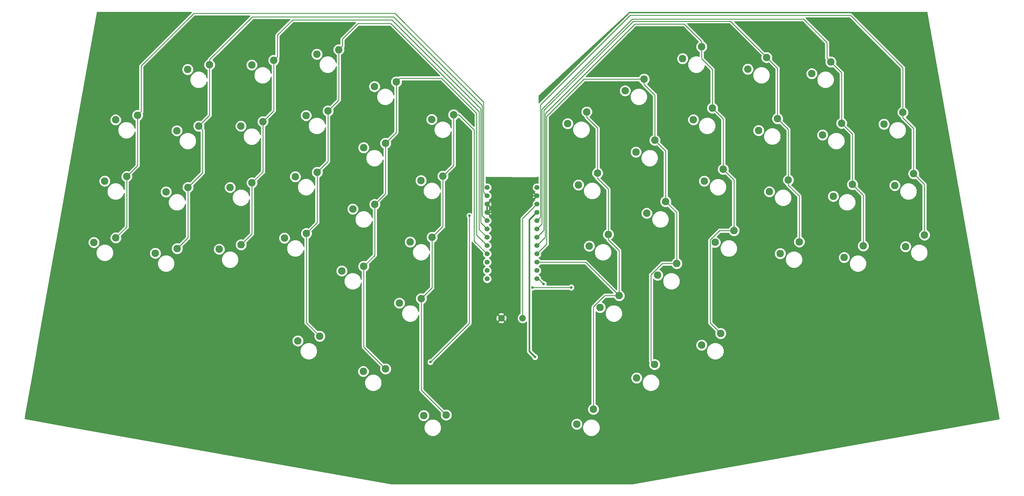
<source format=gbr>
G04 #@! TF.GenerationSoftware,KiCad,Pcbnew,(5.0.2)-1*
G04 #@! TF.CreationDate,2019-02-25T13:46:33+08:00*
G04 #@! TF.ProjectId,Kisaragi,4b697361-7261-4676-992e-6b696361645f,rev?*
G04 #@! TF.SameCoordinates,Original*
G04 #@! TF.FileFunction,Copper,L1,Top*
G04 #@! TF.FilePolarity,Positive*
%FSLAX46Y46*%
G04 Gerber Fmt 4.6, Leading zero omitted, Abs format (unit mm)*
G04 Created by KiCad (PCBNEW (5.0.2)-1) date 25/02/2019 13:46:33*
%MOMM*%
%LPD*%
G01*
G04 APERTURE LIST*
G04 #@! TA.AperFunction,ComponentPad*
%ADD10C,2.286000*%
G04 #@! TD*
G04 #@! TA.AperFunction,ComponentPad*
%ADD11C,2.000000*%
G04 #@! TD*
G04 #@! TA.AperFunction,ComponentPad*
%ADD12C,1.524000*%
G04 #@! TD*
G04 #@! TA.AperFunction,ViaPad*
%ADD13C,0.800000*%
G04 #@! TD*
G04 #@! TA.AperFunction,Conductor*
%ADD14C,0.250000*%
G04 #@! TD*
G04 #@! TA.AperFunction,Conductor*
%ADD15C,0.500000*%
G04 #@! TD*
G04 #@! TA.AperFunction,Conductor*
%ADD16C,0.254000*%
G04 #@! TD*
G04 APERTURE END LIST*
D10*
G04 #@! TO.P,SW4,2*
G04 #@! TO.N,Net-(D4-Pad2)*
X116078949Y-110236989D03*
G04 #@! TO.P,SW4,1*
G04 #@! TO.N,col1*
X122773544Y-108838243D03*
G04 #@! TD*
G04 #@! TO.P,SW1,1*
G04 #@! TO.N,col0*
X100703544Y-124288243D03*
G04 #@! TO.P,SW1,2*
G04 #@! TO.N,Net-(D1-Pad2)*
X94008949Y-125686989D03*
G04 #@! TD*
G04 #@! TO.P,SW5,2*
G04 #@! TO.N,Net-(D5-Pad2)*
X112766466Y-128999410D03*
G04 #@! TO.P,SW5,1*
G04 #@! TO.N,col1*
X119461061Y-127600664D03*
G04 #@! TD*
G04 #@! TO.P,SW6,1*
G04 #@! TO.N,col1*
X116153544Y-146358243D03*
G04 #@! TO.P,SW6,2*
G04 #@! TO.N,Net-(D6-Pad2)*
X109458949Y-147756989D03*
G04 #@! TD*
G04 #@! TO.P,SW7,2*
G04 #@! TO.N,Net-(D7-Pad2)*
X106148949Y-166516989D03*
G04 #@! TO.P,SW7,1*
G04 #@! TO.N,col1*
X112843544Y-165118243D03*
G04 #@! TD*
G04 #@! TO.P,SW8,1*
G04 #@! TO.N,col2*
X142363544Y-107458243D03*
G04 #@! TO.P,SW8,2*
G04 #@! TO.N,Net-(D8-Pad2)*
X135668949Y-108856989D03*
G04 #@! TD*
G04 #@! TO.P,SW9,2*
G04 #@! TO.N,Net-(D9-Pad2)*
X132358949Y-127616989D03*
G04 #@! TO.P,SW9,1*
G04 #@! TO.N,col2*
X139053544Y-126218243D03*
G04 #@! TD*
G04 #@! TO.P,SW10,1*
G04 #@! TO.N,col2*
X135743544Y-144968243D03*
G04 #@! TO.P,SW10,2*
G04 #@! TO.N,Net-(D10-Pad2)*
X129048949Y-146366989D03*
G04 #@! TD*
G04 #@! TO.P,SW11,2*
G04 #@! TO.N,Net-(D11-Pad2)*
X125708949Y-165316989D03*
G04 #@! TO.P,SW11,1*
G04 #@! TO.N,col2*
X132403544Y-163918243D03*
G04 #@! TD*
G04 #@! TO.P,SW12,1*
G04 #@! TO.N,col3*
X162273544Y-104198243D03*
G04 #@! TO.P,SW12,2*
G04 #@! TO.N,Net-(D12-Pad2)*
X155578949Y-105596989D03*
G04 #@! TD*
G04 #@! TO.P,SW13,2*
G04 #@! TO.N,Net-(D13-Pad2)*
X152268949Y-124346989D03*
G04 #@! TO.P,SW13,1*
G04 #@! TO.N,col3*
X158963544Y-122948243D03*
G04 #@! TD*
G04 #@! TO.P,SW14,1*
G04 #@! TO.N,col3*
X155663544Y-141708243D03*
G04 #@! TO.P,SW14,2*
G04 #@! TO.N,Net-(D14-Pad2)*
X148968949Y-143106989D03*
G04 #@! TD*
G04 #@! TO.P,SW15,2*
G04 #@! TO.N,Net-(D15-Pad2)*
X145658949Y-161876989D03*
G04 #@! TO.P,SW15,1*
G04 #@! TO.N,col3*
X152353544Y-160478243D03*
G04 #@! TD*
G04 #@! TO.P,SW16,1*
G04 #@! TO.N,col3*
X156473544Y-191958243D03*
G04 #@! TO.P,SW16,2*
G04 #@! TO.N,Net-(D16-Pad2)*
X149778949Y-193356989D03*
G04 #@! TD*
G04 #@! TO.P,SW17,2*
G04 #@! TO.N,Net-(D17-Pad2)*
X173188949Y-115466989D03*
G04 #@! TO.P,SW17,1*
G04 #@! TO.N,col4*
X179883544Y-114068243D03*
G04 #@! TD*
G04 #@! TO.P,SW18,1*
G04 #@! TO.N,col4*
X176573544Y-132828243D03*
G04 #@! TO.P,SW18,2*
G04 #@! TO.N,Net-(D18-Pad2)*
X169878949Y-134226989D03*
G04 #@! TD*
G04 #@! TO.P,SW19,2*
G04 #@! TO.N,Net-(D19-Pad2)*
X166568949Y-152986989D03*
G04 #@! TO.P,SW19,1*
G04 #@! TO.N,col4*
X173263544Y-151588243D03*
G04 #@! TD*
G04 #@! TO.P,SW20,1*
G04 #@! TO.N,col4*
X169923544Y-170538243D03*
G04 #@! TO.P,SW20,2*
G04 #@! TO.N,Net-(D20-Pad2)*
X163228949Y-171936989D03*
G04 #@! TD*
G04 #@! TO.P,SW21,2*
G04 #@! TO.N,Net-(D21-Pad2)*
X169787223Y-202740448D03*
G04 #@! TO.P,SW21,1*
G04 #@! TO.N,col4*
X176578252Y-201930497D03*
G04 #@! TD*
G04 #@! TO.P,SW22,1*
G04 #@! TO.N,col5*
X197443544Y-124138243D03*
G04 #@! TO.P,SW22,2*
G04 #@! TO.N,Net-(D22-Pad2)*
X190748949Y-125536989D03*
G04 #@! TD*
G04 #@! TO.P,SW23,2*
G04 #@! TO.N,Net-(D23-Pad2)*
X187448949Y-144286989D03*
G04 #@! TO.P,SW23,1*
G04 #@! TO.N,col5*
X194143544Y-142888243D03*
G04 #@! TD*
G04 #@! TO.P,SW24,1*
G04 #@! TO.N,col5*
X190833544Y-161658243D03*
G04 #@! TO.P,SW24,2*
G04 #@! TO.N,Net-(D24-Pad2)*
X184138949Y-163056989D03*
G04 #@! TD*
G04 #@! TO.P,SW25,2*
G04 #@! TO.N,Net-(D25-Pad2)*
X180828949Y-181816989D03*
G04 #@! TO.P,SW25,1*
G04 #@! TO.N,col5*
X187523544Y-180418243D03*
G04 #@! TD*
G04 #@! TO.P,SW26,1*
G04 #@! TO.N,col5*
X195144283Y-216045093D03*
G04 #@! TO.P,SW26,2*
G04 #@! TO.N,Net-(D26-Pad2)*
X188308502Y-216260084D03*
G04 #@! TD*
G04 #@! TO.P,SW27,2*
G04 #@! TO.N,Net-(D27-Pad2)*
X232306816Y-126850188D03*
G04 #@! TO.P,SW27,1*
G04 #@! TO.N,col6*
X238119279Y-123246110D03*
G04 #@! TD*
G04 #@! TO.P,SW28,1*
G04 #@! TO.N,col6*
X241419279Y-142006110D03*
G04 #@! TO.P,SW28,2*
G04 #@! TO.N,Net-(D28-Pad2)*
X235606816Y-145610188D03*
G04 #@! TD*
G04 #@! TO.P,SW29,2*
G04 #@! TO.N,Net-(D29-Pad2)*
X238926816Y-164370188D03*
G04 #@! TO.P,SW29,1*
G04 #@! TO.N,col6*
X244739279Y-160766110D03*
G04 #@! TD*
G04 #@! TO.P,SW30,1*
G04 #@! TO.N,col6*
X248039279Y-179536110D03*
G04 #@! TO.P,SW30,2*
G04 #@! TO.N,Net-(D30-Pad2)*
X242226816Y-183140188D03*
G04 #@! TD*
G04 #@! TO.P,SW31,2*
G04 #@! TO.N,Net-(D31-Pad2)*
X235101040Y-218866277D03*
G04 #@! TO.P,SW31,1*
G04 #@! TO.N,col6*
X240199357Y-214307630D03*
G04 #@! TD*
G04 #@! TO.P,SW32,1*
G04 #@! TO.N,col7*
X255689279Y-113186110D03*
G04 #@! TO.P,SW32,2*
G04 #@! TO.N,Net-(D32-Pad2)*
X249876816Y-116790188D03*
G04 #@! TD*
G04 #@! TO.P,SW33,2*
G04 #@! TO.N,Net-(D33-Pad2)*
X253186816Y-135550188D03*
G04 #@! TO.P,SW33,1*
G04 #@! TO.N,col7*
X258999279Y-131946110D03*
G04 #@! TD*
G04 #@! TO.P,SW34,1*
G04 #@! TO.N,col7*
X262299279Y-150706110D03*
G04 #@! TO.P,SW34,2*
G04 #@! TO.N,Net-(D34-Pad2)*
X256486816Y-154310188D03*
G04 #@! TD*
G04 #@! TO.P,SW35,2*
G04 #@! TO.N,Net-(D35-Pad2)*
X259836816Y-173260188D03*
G04 #@! TO.P,SW35,1*
G04 #@! TO.N,col7*
X265649279Y-169656110D03*
G04 #@! TD*
G04 #@! TO.P,SW36,1*
G04 #@! TO.N,col7*
X258898651Y-200615696D03*
G04 #@! TO.P,SW36,2*
G04 #@! TO.N,Net-(D36-Pad2)*
X253422422Y-204712649D03*
G04 #@! TD*
G04 #@! TO.P,SW37,2*
G04 #@! TO.N,Net-(D37-Pad2)*
X267476816Y-106920188D03*
G04 #@! TO.P,SW37,1*
G04 #@! TO.N,col8*
X273289279Y-103316110D03*
G04 #@! TD*
G04 #@! TO.P,SW38,1*
G04 #@! TO.N,col8*
X276599279Y-122066110D03*
G04 #@! TO.P,SW38,2*
G04 #@! TO.N,Net-(D38-Pad2)*
X270786816Y-125670188D03*
G04 #@! TD*
G04 #@! TO.P,SW39,2*
G04 #@! TO.N,Net-(D39-Pad2)*
X274096816Y-144440188D03*
G04 #@! TO.P,SW39,1*
G04 #@! TO.N,col8*
X279909279Y-140836110D03*
G04 #@! TD*
G04 #@! TO.P,SW40,1*
G04 #@! TO.N,col8*
X283209279Y-159596110D03*
G04 #@! TO.P,SW40,2*
G04 #@! TO.N,Net-(D40-Pad2)*
X277396816Y-163200188D03*
G04 #@! TD*
G04 #@! TO.P,SW41,2*
G04 #@! TO.N,Net-(D41-Pad2)*
X273286816Y-194680188D03*
G04 #@! TO.P,SW41,1*
G04 #@! TO.N,col8*
X279099279Y-191076110D03*
G04 #@! TD*
G04 #@! TO.P,SW42,1*
G04 #@! TO.N,col9*
X293209279Y-106576110D03*
G04 #@! TO.P,SW42,2*
G04 #@! TO.N,Net-(D42-Pad2)*
X287396816Y-110180188D03*
G04 #@! TD*
G04 #@! TO.P,SW43,2*
G04 #@! TO.N,Net-(D43-Pad2)*
X290706816Y-128930188D03*
G04 #@! TO.P,SW43,1*
G04 #@! TO.N,col9*
X296519279Y-125326110D03*
G04 #@! TD*
G04 #@! TO.P,SW44,1*
G04 #@! TO.N,col9*
X299829279Y-144096110D03*
G04 #@! TO.P,SW44,2*
G04 #@! TO.N,Net-(D44-Pad2)*
X294016816Y-147700188D03*
G04 #@! TD*
G04 #@! TO.P,SW45,2*
G04 #@! TO.N,Net-(D45-Pad2)*
X297346816Y-166640188D03*
G04 #@! TO.P,SW45,1*
G04 #@! TO.N,col9*
X303159279Y-163036110D03*
G04 #@! TD*
G04 #@! TO.P,SW46,1*
G04 #@! TO.N,col10*
X312799279Y-107946110D03*
G04 #@! TO.P,SW46,2*
G04 #@! TO.N,Net-(D46-Pad2)*
X306986816Y-111550188D03*
G04 #@! TD*
G04 #@! TO.P,SW47,2*
G04 #@! TO.N,Net-(D47-Pad2)*
X310286816Y-130320188D03*
G04 #@! TO.P,SW47,1*
G04 #@! TO.N,col10*
X316099279Y-126716110D03*
G04 #@! TD*
G04 #@! TO.P,SW48,1*
G04 #@! TO.N,col10*
X319419279Y-145476110D03*
G04 #@! TO.P,SW48,2*
G04 #@! TO.N,Net-(D48-Pad2)*
X313606816Y-149080188D03*
G04 #@! TD*
G04 #@! TO.P,SW49,2*
G04 #@! TO.N,Net-(D49-Pad2)*
X316916816Y-167850188D03*
G04 #@! TO.P,SW49,1*
G04 #@! TO.N,col10*
X322729279Y-164246110D03*
G04 #@! TD*
G04 #@! TO.P,SW50,1*
G04 #@! TO.N,col11*
X334869279Y-123406110D03*
G04 #@! TO.P,SW50,2*
G04 #@! TO.N,Net-(D50-Pad2)*
X329056816Y-127010188D03*
G04 #@! TD*
G04 #@! TO.P,SW51,2*
G04 #@! TO.N,Net-(D51-Pad2)*
X332356816Y-145770188D03*
G04 #@! TO.P,SW51,1*
G04 #@! TO.N,col11*
X338169279Y-142166110D03*
G04 #@! TD*
G04 #@! TO.P,SW52,1*
G04 #@! TO.N,col11*
X341479279Y-160926110D03*
G04 #@! TO.P,SW52,2*
G04 #@! TO.N,Net-(D52-Pad2)*
X335666816Y-164530188D03*
G04 #@! TD*
G04 #@! TO.P,SW3,2*
G04 #@! TO.N,Net-(D3-Pad2)*
X87388949Y-163216989D03*
G04 #@! TO.P,SW3,1*
G04 #@! TO.N,col0*
X94083544Y-161818243D03*
G04 #@! TD*
G04 #@! TO.P,SW2,1*
G04 #@! TO.N,col0*
X97393544Y-143048243D03*
G04 #@! TO.P,SW2,2*
G04 #@! TO.N,Net-(D2-Pad2)*
X90698949Y-144446989D03*
G04 #@! TD*
D11*
G04 #@! TO.P,SW53,1*
G04 #@! TO.N,reset*
X218540000Y-186410000D03*
G04 #@! TO.P,SW53,2*
G04 #@! TO.N,GND*
X212040000Y-186410000D03*
G04 #@! TD*
D12*
G04 #@! TO.P,U1,24*
G04 #@! TO.N,Net-(U1-Pad24)*
X222893600Y-146422000D03*
G04 #@! TO.P,U1,23*
G04 #@! TO.N,GND*
X222893600Y-148962000D03*
G04 #@! TO.P,U1,22*
G04 #@! TO.N,reset*
X222893600Y-151502000D03*
G04 #@! TO.P,U1,21*
G04 #@! TO.N,VCC*
X222893600Y-154042000D03*
G04 #@! TO.P,U1,20*
G04 #@! TO.N,col11*
X222893600Y-156582000D03*
G04 #@! TO.P,U1,19*
G04 #@! TO.N,col10*
X222893600Y-159122000D03*
G04 #@! TO.P,U1,18*
G04 #@! TO.N,col9*
X222893600Y-161662000D03*
G04 #@! TO.P,U1,17*
G04 #@! TO.N,col8*
X222893600Y-164202000D03*
G04 #@! TO.P,U1,16*
G04 #@! TO.N,col7*
X222893600Y-166742000D03*
G04 #@! TO.P,U1,15*
G04 #@! TO.N,col6*
X222893600Y-169282000D03*
G04 #@! TO.P,U1,14*
G04 #@! TO.N,row4*
X222893600Y-171822000D03*
G04 #@! TO.P,U1,13*
G04 #@! TO.N,row3*
X222893600Y-174362000D03*
G04 #@! TO.P,U1,12*
G04 #@! TO.N,row2*
X207673600Y-174362000D03*
G04 #@! TO.P,U1,11*
G04 #@! TO.N,row1*
X207673600Y-171822000D03*
G04 #@! TO.P,U1,10*
G04 #@! TO.N,row0*
X207673600Y-169282000D03*
G04 #@! TO.P,U1,9*
G04 #@! TO.N,col5*
X207673600Y-166742000D03*
G04 #@! TO.P,U1,8*
G04 #@! TO.N,col4*
X207673600Y-164202000D03*
G04 #@! TO.P,U1,7*
G04 #@! TO.N,col3*
X207673600Y-161662000D03*
G04 #@! TO.P,U1,6*
G04 #@! TO.N,col2*
X207673600Y-159122000D03*
G04 #@! TO.P,U1,5*
G04 #@! TO.N,col1*
X207673600Y-156582000D03*
G04 #@! TO.P,U1,4*
G04 #@! TO.N,GND*
X207673600Y-154042000D03*
G04 #@! TO.P,U1,3*
X207673600Y-151502000D03*
G04 #@! TO.P,U1,2*
G04 #@! TO.N,col0*
X207673600Y-148962000D03*
G04 #@! TO.P,U1,1*
G04 #@! TO.N,LED*
X207673600Y-146422000D03*
G04 #@! TD*
D13*
G04 #@! TO.N,row2*
X233390000Y-177010000D03*
X221570000Y-177020000D03*
G04 #@! TO.N,row3*
X224960000Y-175970000D03*
G04 #@! TO.N,GND*
X194720000Y-197210000D03*
G04 #@! TO.N,VCC*
X222320000Y-198310000D03*
G04 #@! TO.N,LED*
X202250000Y-155030000D03*
X190320000Y-199840000D03*
G04 #@! TD*
D14*
G04 #@! TO.N,row2*
X233380000Y-177020000D02*
X233390000Y-177010000D01*
X221570000Y-177020000D02*
X233380000Y-177020000D01*
G04 #@! TO.N,row3*
X223352000Y-174362000D02*
X222893600Y-174362000D01*
X224960000Y-175970000D02*
X223352000Y-174362000D01*
G04 #@! TO.N,col0*
X100703544Y-139738243D02*
X97393544Y-143048243D01*
X100703544Y-124288243D02*
X100703544Y-139738243D01*
X97393544Y-158508243D02*
X94083544Y-161818243D01*
X97393544Y-143048243D02*
X97393544Y-158508243D01*
X101846543Y-123145244D02*
X101846543Y-109183457D01*
X100703544Y-124288243D02*
X101846543Y-123145244D01*
X101846543Y-109183457D02*
X117970000Y-93060000D01*
X117970000Y-93060000D02*
X179450000Y-93060000D01*
X206911601Y-148200001D02*
X207673600Y-148962000D01*
X206586599Y-147874999D02*
X206911601Y-148200001D01*
X206586599Y-120196599D02*
X206586599Y-147874999D01*
X179450000Y-93060000D02*
X206586599Y-120196599D01*
G04 #@! TO.N,col1*
X122773544Y-124288181D02*
X119461061Y-127600664D01*
X122773544Y-108838243D02*
X122773544Y-124288181D01*
X117296543Y-145215244D02*
X116153544Y-146358243D01*
X120604060Y-141907727D02*
X117296543Y-145215244D01*
X120604060Y-128743663D02*
X120604060Y-141907727D01*
X119461061Y-127600664D02*
X120604060Y-128743663D01*
X116153544Y-161808243D02*
X112843544Y-165118243D01*
X116153544Y-146358243D02*
X116153544Y-161808243D01*
X122773544Y-107221797D02*
X135860000Y-94135341D01*
X122773544Y-108838243D02*
X122773544Y-107221797D01*
X135860000Y-94135341D02*
X179015341Y-94135341D01*
X206911601Y-155820001D02*
X207673600Y-156582000D01*
X206136589Y-155044989D02*
X206911601Y-155820001D01*
X206136589Y-121256589D02*
X206136589Y-155044989D01*
X179015341Y-94135341D02*
X206136589Y-121256589D01*
G04 #@! TO.N,col2*
X142363544Y-122908243D02*
X139053544Y-126218243D01*
X142363544Y-107458243D02*
X142363544Y-122908243D01*
X139053544Y-141658243D02*
X135743544Y-144968243D01*
X139053544Y-126218243D02*
X139053544Y-141658243D01*
X135743544Y-160578243D02*
X132403544Y-163918243D01*
X135743544Y-144968243D02*
X135743544Y-160578243D01*
X143506543Y-106315244D02*
X143506543Y-99773457D01*
X142363544Y-107458243D02*
X143506543Y-106315244D01*
X143506543Y-99773457D02*
X148200000Y-95080000D01*
X148200000Y-95080000D02*
X178540000Y-95080000D01*
X206911601Y-158360001D02*
X207673600Y-159122000D01*
X205686579Y-122226579D02*
X205686579Y-157134979D01*
X205686579Y-157134979D02*
X206911601Y-158360001D01*
X178540000Y-95080000D02*
X205686579Y-122226579D01*
G04 #@! TO.N,col3*
X162273544Y-119638243D02*
X158963544Y-122948243D01*
X162273544Y-104198243D02*
X162273544Y-119638243D01*
X158963544Y-138408243D02*
X155663544Y-141708243D01*
X158963544Y-122948243D02*
X158963544Y-138408243D01*
X155663544Y-157168243D02*
X152353544Y-160478243D01*
X155663544Y-141708243D02*
X155663544Y-157168243D01*
X152353544Y-187838243D02*
X156473544Y-191958243D01*
X152353544Y-160478243D02*
X152353544Y-187838243D01*
X163416543Y-103055244D02*
X163416543Y-100913457D01*
X162273544Y-104198243D02*
X163416543Y-103055244D01*
X163416543Y-100913457D02*
X168150000Y-96180000D01*
X168150000Y-96180000D02*
X178240000Y-96180000D01*
X205236569Y-123176569D02*
X205236569Y-159224969D01*
X206911601Y-160900001D02*
X207673600Y-161662000D01*
X205236569Y-159224969D02*
X206911601Y-160900001D01*
X178240000Y-96180000D02*
X205236569Y-123176569D01*
G04 #@! TO.N,col4*
X179883544Y-129518243D02*
X176573544Y-132828243D01*
X179883544Y-114068243D02*
X179883544Y-129518243D01*
X176573544Y-148278243D02*
X173263544Y-151588243D01*
X176573544Y-132828243D02*
X176573544Y-148278243D01*
X173263544Y-167198243D02*
X169923544Y-170538243D01*
X173263544Y-151588243D02*
X173263544Y-167198243D01*
X169923544Y-195275789D02*
X176578252Y-201930497D01*
X169923544Y-170538243D02*
X169923544Y-195275789D01*
X181026543Y-112925244D02*
X193695244Y-112925244D01*
X179883544Y-114068243D02*
X181026543Y-112925244D01*
X193695244Y-112925244D02*
X204460000Y-123690000D01*
X204460000Y-160988400D02*
X207673600Y-164202000D01*
X204460000Y-123690000D02*
X204460000Y-160988400D01*
G04 #@! TO.N,col5*
X197443544Y-139588243D02*
X194143544Y-142888243D01*
X197443544Y-124138243D02*
X197443544Y-139588243D01*
X194143544Y-158348243D02*
X190833544Y-161658243D01*
X194143544Y-142888243D02*
X194143544Y-158348243D01*
X190833544Y-177108243D02*
X187523544Y-180418243D01*
X190833544Y-161658243D02*
X190833544Y-177108243D01*
X187523544Y-208424355D02*
X195144282Y-216045093D01*
X187523544Y-180418243D02*
X187523544Y-208424355D01*
X199059990Y-124138243D02*
X203720000Y-128798253D01*
X197443544Y-124138243D02*
X199059990Y-124138243D01*
X203720000Y-162788400D02*
X207673600Y-166742000D01*
X203720000Y-128798253D02*
X203720000Y-162788400D01*
G04 #@! TO.N,col6*
X241419279Y-140389664D02*
X241419279Y-142006110D01*
X241419279Y-128162556D02*
X241419279Y-140389664D01*
X238119279Y-124862556D02*
X241419279Y-128162556D01*
X238119279Y-123246110D02*
X238119279Y-124862556D01*
X244739279Y-159149664D02*
X244739279Y-160766110D01*
X244739279Y-146942556D02*
X244739279Y-159149664D01*
X241419279Y-143622556D02*
X244739279Y-146942556D01*
X241419279Y-142006110D02*
X241419279Y-143622556D01*
X248039279Y-177919664D02*
X248039279Y-179536110D01*
X248039279Y-165682556D02*
X248039279Y-177919664D01*
X244739279Y-162382556D02*
X248039279Y-165682556D01*
X244739279Y-160766110D02*
X244739279Y-162382556D01*
X240199357Y-212691184D02*
X240199357Y-214307630D01*
X240199357Y-182995005D02*
X240199357Y-212691184D01*
X243658252Y-179536110D02*
X240199357Y-182995005D01*
X248039279Y-179536110D02*
X243658252Y-179536110D01*
X237785169Y-169282000D02*
X248039279Y-179536110D01*
X222893600Y-169282000D02*
X237785169Y-169282000D01*
G04 #@! TO.N,col7*
X258999279Y-130329664D02*
X258999279Y-131946110D01*
X258999279Y-118112556D02*
X258999279Y-130329664D01*
X255689279Y-114802556D02*
X258999279Y-118112556D01*
X255689279Y-113186110D02*
X255689279Y-114802556D01*
X262299279Y-135246110D02*
X262299279Y-150706110D01*
X258999279Y-131946110D02*
X262299279Y-135246110D01*
X265649279Y-154056110D02*
X265649279Y-169656110D01*
X262299279Y-150706110D02*
X265649279Y-154056110D01*
X257755652Y-173168710D02*
X257755652Y-199472697D01*
X261268252Y-169656110D02*
X257755652Y-173168710D01*
X257755652Y-199472697D02*
X258898651Y-200615696D01*
X265649279Y-169656110D02*
X261268252Y-169656110D01*
X255689279Y-113186110D02*
X237333890Y-113186110D01*
X223655599Y-165980001D02*
X222893600Y-166742000D01*
X225910020Y-163725580D02*
X223655599Y-165980001D01*
X225910020Y-124609980D02*
X225910020Y-163725580D01*
X237333890Y-113186110D02*
X225910020Y-124609980D01*
G04 #@! TO.N,col8*
X276599279Y-120449664D02*
X276599279Y-122066110D01*
X276599279Y-110257305D02*
X276599279Y-120449664D01*
X273289279Y-106947305D02*
X276599279Y-110257305D01*
X273289279Y-103316110D02*
X273289279Y-106947305D01*
X279909279Y-125376110D02*
X279909279Y-140836110D01*
X276599279Y-122066110D02*
X279909279Y-125376110D01*
X283209279Y-144136110D02*
X283209279Y-159596110D01*
X279909279Y-140836110D02*
X283209279Y-144136110D01*
X277956280Y-189933111D02*
X279099279Y-191076110D01*
X275928815Y-187905646D02*
X277956280Y-189933111D01*
X275928815Y-162495547D02*
X275928815Y-187905646D01*
X278828252Y-159596110D02*
X275928815Y-162495547D01*
X283209279Y-159596110D02*
X278828252Y-159596110D01*
X273289279Y-101699664D02*
X267990000Y-96400385D01*
X273289279Y-103316110D02*
X273289279Y-101699664D01*
X267990000Y-96400385D02*
X252850385Y-96400385D01*
X250790770Y-98460000D02*
X250770000Y-98460000D01*
X252850385Y-96400385D02*
X250790770Y-98460000D01*
X225460010Y-161635590D02*
X223655599Y-163440001D01*
X223655599Y-163440001D02*
X222893600Y-164202000D01*
X225460010Y-123769990D02*
X225460010Y-161635590D01*
X250770000Y-98460000D02*
X225460010Y-123769990D01*
G04 #@! TO.N,col9*
X296519279Y-109886110D02*
X296519279Y-125326110D01*
X293209279Y-106576110D02*
X296519279Y-109886110D01*
X299829279Y-128636110D02*
X299829279Y-144096110D01*
X296519279Y-125326110D02*
X299829279Y-128636110D01*
X303159279Y-161419664D02*
X303159279Y-163036110D01*
X303159279Y-149042556D02*
X303159279Y-161419664D01*
X299829279Y-145712556D02*
X303159279Y-149042556D01*
X299829279Y-144096110D02*
X299829279Y-145712556D01*
X293209279Y-106576110D02*
X282103169Y-95470000D01*
X282103169Y-95470000D02*
X252340000Y-95470000D01*
X252340000Y-95470000D02*
X225010000Y-122800000D01*
X225010000Y-159545600D02*
X222893600Y-161662000D01*
X225010000Y-122800000D02*
X225010000Y-159545600D01*
G04 #@! TO.N,col10*
X316099279Y-111246110D02*
X316099279Y-126716110D01*
X312799279Y-107946110D02*
X316099279Y-111246110D01*
X319419279Y-130036110D02*
X319419279Y-145476110D01*
X316099279Y-126716110D02*
X319419279Y-130036110D01*
X322729279Y-148786110D02*
X322729279Y-164246110D01*
X319419279Y-145476110D02*
X322729279Y-148786110D01*
X311656280Y-106803111D02*
X311656280Y-102036280D01*
X312799279Y-107946110D02*
X311656280Y-106803111D01*
X311656280Y-102036280D02*
X304490000Y-94870000D01*
X304490000Y-94870000D02*
X252030000Y-94870000D01*
X252030000Y-94870000D02*
X224430611Y-122469389D01*
X224430611Y-157584989D02*
X222893600Y-159122000D01*
X224430611Y-122469389D02*
X224430611Y-157584989D01*
G04 #@! TO.N,col11*
X338169279Y-140549664D02*
X338169279Y-142166110D01*
X338169279Y-128322556D02*
X338169279Y-140549664D01*
X334869279Y-125022556D02*
X338169279Y-128322556D01*
X334869279Y-123406110D02*
X334869279Y-125022556D01*
X341479279Y-145476110D02*
X341479279Y-160926110D01*
X338169279Y-142166110D02*
X341479279Y-145476110D01*
X223655599Y-155820001D02*
X222893600Y-156582000D01*
X223980601Y-155494999D02*
X223655599Y-155820001D01*
X223980601Y-121119399D02*
X223980601Y-155494999D01*
X251420000Y-93680000D02*
X223980601Y-121119399D01*
X318800000Y-93680000D02*
X251420000Y-93680000D01*
X334869279Y-109749279D02*
X318800000Y-93680000D01*
X334869279Y-123406110D02*
X334869279Y-109749279D01*
G04 #@! TO.N,reset*
X218540000Y-155855600D02*
X222893600Y-151502000D01*
X218540000Y-186410000D02*
X218540000Y-155855600D01*
D15*
G04 #@! TO.N,GND*
X213039999Y-185410001D02*
X213039999Y-156499999D01*
X212040000Y-186410000D02*
X213039999Y-185410001D01*
X210582000Y-154042000D02*
X207673600Y-154042000D01*
X213039999Y-156499999D02*
X210582000Y-154042000D01*
X213039999Y-156499999D02*
X213039999Y-155000001D01*
X219078000Y-148962000D02*
X222893600Y-148962000D01*
X213039999Y-155000001D02*
X219078000Y-148962000D01*
X207673600Y-154042000D02*
X207673600Y-151502000D01*
X201240000Y-197210000D02*
X212040000Y-186410000D01*
X194720000Y-197210000D02*
X201240000Y-197210000D01*
G04 #@! TO.N,VCC*
X221920001Y-197910001D02*
X221905000Y-197910001D01*
X222320000Y-198310000D02*
X221920001Y-197910001D01*
X222893600Y-154042000D02*
X220610000Y-156325600D01*
X220610000Y-196600000D02*
X222320000Y-198310000D01*
X220610000Y-156325600D02*
X220610000Y-196600000D01*
D14*
G04 #@! TO.N,LED*
X202250000Y-155030000D02*
X202250000Y-187970000D01*
X202250000Y-187970000D02*
X190380000Y-199840000D01*
X190380000Y-199840000D02*
X190320000Y-199840000D01*
G04 #@! TD*
D16*
G04 #@! TO.N,GND*
G36*
X117225574Y-92729624D02*
X101362071Y-108593128D01*
X101298615Y-108635528D01*
X101256215Y-108698984D01*
X101256214Y-108698985D01*
X101130640Y-108886920D01*
X101071655Y-109183457D01*
X101086544Y-109258309D01*
X101086543Y-122522393D01*
X101057210Y-122510243D01*
X100349878Y-122510243D01*
X99696388Y-122780927D01*
X99196228Y-123281087D01*
X98925544Y-123934577D01*
X98925544Y-124641909D01*
X99196228Y-125295399D01*
X99696388Y-125795559D01*
X99943544Y-125897934D01*
X99943544Y-128314149D01*
X99548674Y-127360848D01*
X98809152Y-126621326D01*
X97842921Y-126221100D01*
X96797079Y-126221100D01*
X95830848Y-126621326D01*
X95091326Y-127360848D01*
X94691100Y-128327079D01*
X94691100Y-129372921D01*
X95091326Y-130339152D01*
X95830848Y-131078674D01*
X96797079Y-131478900D01*
X97842921Y-131478900D01*
X98809152Y-131078674D01*
X99548674Y-130339152D01*
X99943544Y-129385851D01*
X99943545Y-139423440D01*
X97994367Y-141372619D01*
X97747210Y-141270243D01*
X97039878Y-141270243D01*
X96386388Y-141540927D01*
X95886228Y-142041087D01*
X95615544Y-142694577D01*
X95615544Y-143401909D01*
X95886228Y-144055399D01*
X96386388Y-144555559D01*
X96633544Y-144657934D01*
X96633544Y-147074149D01*
X96238674Y-146120848D01*
X95499152Y-145381326D01*
X94532921Y-144981100D01*
X93487079Y-144981100D01*
X92520848Y-145381326D01*
X91781326Y-146120848D01*
X91381100Y-147087079D01*
X91381100Y-148132921D01*
X91781326Y-149099152D01*
X92520848Y-149838674D01*
X93487079Y-150238900D01*
X94532921Y-150238900D01*
X95499152Y-149838674D01*
X96238674Y-149099152D01*
X96633544Y-148145851D01*
X96633545Y-158193440D01*
X94684367Y-160142619D01*
X94437210Y-160040243D01*
X93729878Y-160040243D01*
X93076388Y-160310927D01*
X92576228Y-160811087D01*
X92305544Y-161464577D01*
X92305544Y-162171909D01*
X92576228Y-162825399D01*
X93076388Y-163325559D01*
X93729878Y-163596243D01*
X94437210Y-163596243D01*
X95090700Y-163325559D01*
X95590860Y-162825399D01*
X95861544Y-162171909D01*
X95861544Y-161464577D01*
X95759168Y-161217420D01*
X97878017Y-159098572D01*
X97941473Y-159056172D01*
X98109448Y-158804780D01*
X98153544Y-158583095D01*
X98153544Y-158583090D01*
X98168432Y-158508243D01*
X98153544Y-158433396D01*
X98153544Y-147403323D01*
X107680949Y-147403323D01*
X107680949Y-148110655D01*
X107951633Y-148764145D01*
X108451793Y-149264305D01*
X109105283Y-149534989D01*
X109812615Y-149534989D01*
X110466105Y-149264305D01*
X110966265Y-148764145D01*
X111236949Y-148110655D01*
X111236949Y-147403323D01*
X110966265Y-146749833D01*
X110466105Y-146249673D01*
X109812615Y-145978989D01*
X109105283Y-145978989D01*
X108451793Y-146249673D01*
X107951633Y-146749833D01*
X107680949Y-147403323D01*
X98153544Y-147403323D01*
X98153544Y-144657934D01*
X98400700Y-144555559D01*
X98900860Y-144055399D01*
X99171544Y-143401909D01*
X99171544Y-142694577D01*
X99069168Y-142447420D01*
X101188017Y-140328572D01*
X101251473Y-140286172D01*
X101419448Y-140034780D01*
X101463544Y-139813095D01*
X101463544Y-139813090D01*
X101478432Y-139738243D01*
X101463544Y-139663396D01*
X101463544Y-131639500D01*
X113448617Y-131639500D01*
X113448617Y-132685342D01*
X113848843Y-133651573D01*
X114588365Y-134391095D01*
X115554596Y-134791321D01*
X116600438Y-134791321D01*
X117566669Y-134391095D01*
X118306191Y-133651573D01*
X118706417Y-132685342D01*
X118706417Y-131639500D01*
X118306191Y-130673269D01*
X117566669Y-129933747D01*
X116600438Y-129533521D01*
X115554596Y-129533521D01*
X114588365Y-129933747D01*
X113848843Y-130673269D01*
X113448617Y-131639500D01*
X101463544Y-131639500D01*
X101463544Y-128645744D01*
X110988466Y-128645744D01*
X110988466Y-129353076D01*
X111259150Y-130006566D01*
X111759310Y-130506726D01*
X112412800Y-130777410D01*
X113120132Y-130777410D01*
X113773622Y-130506726D01*
X114273782Y-130006566D01*
X114544466Y-129353076D01*
X114544466Y-128645744D01*
X114273782Y-127992254D01*
X113773622Y-127492094D01*
X113120132Y-127221410D01*
X112412800Y-127221410D01*
X111759310Y-127492094D01*
X111259150Y-127992254D01*
X110988466Y-128645744D01*
X101463544Y-128645744D01*
X101463544Y-125897934D01*
X101710700Y-125795559D01*
X102210860Y-125295399D01*
X102481544Y-124641909D01*
X102481544Y-123934577D01*
X102384352Y-123699935D01*
X102394472Y-123693173D01*
X102473508Y-123574888D01*
X102562447Y-123441782D01*
X102572681Y-123390329D01*
X102606543Y-123220096D01*
X102606543Y-123220092D01*
X102621431Y-123145244D01*
X102606543Y-123070396D01*
X102606543Y-109883323D01*
X114300949Y-109883323D01*
X114300949Y-110590655D01*
X114571633Y-111244145D01*
X115071793Y-111744305D01*
X115725283Y-112014989D01*
X116432615Y-112014989D01*
X117086105Y-111744305D01*
X117586265Y-111244145D01*
X117856949Y-110590655D01*
X117856949Y-109883323D01*
X117586265Y-109229833D01*
X117086105Y-108729673D01*
X116432615Y-108458989D01*
X115725283Y-108458989D01*
X115071793Y-108729673D01*
X114571633Y-109229833D01*
X114300949Y-109883323D01*
X102606543Y-109883323D01*
X102606543Y-109498258D01*
X118284802Y-93820000D01*
X135100539Y-93820000D01*
X122289072Y-106631468D01*
X122225616Y-106673868D01*
X122183216Y-106737324D01*
X122183215Y-106737325D01*
X122089244Y-106877963D01*
X122057641Y-106925260D01*
X122018102Y-107124038D01*
X121998656Y-107221797D01*
X122001031Y-107233735D01*
X121766388Y-107330927D01*
X121266228Y-107831087D01*
X120995544Y-108484577D01*
X120995544Y-109191909D01*
X121266228Y-109845399D01*
X121766388Y-110345559D01*
X122013544Y-110447934D01*
X122013544Y-112864149D01*
X121618674Y-111910848D01*
X120879152Y-111171326D01*
X119912921Y-110771100D01*
X118867079Y-110771100D01*
X117900848Y-111171326D01*
X117161326Y-111910848D01*
X116761100Y-112877079D01*
X116761100Y-113922921D01*
X117161326Y-114889152D01*
X117900848Y-115628674D01*
X118867079Y-116028900D01*
X119912921Y-116028900D01*
X120879152Y-115628674D01*
X121618674Y-114889152D01*
X122013544Y-113935851D01*
X122013545Y-123973377D01*
X120061884Y-125925040D01*
X119814727Y-125822664D01*
X119107395Y-125822664D01*
X118453905Y-126093348D01*
X117953745Y-126593508D01*
X117683061Y-127246998D01*
X117683061Y-127954330D01*
X117953745Y-128607820D01*
X118453905Y-129107980D01*
X119107395Y-129378664D01*
X119814727Y-129378664D01*
X119844060Y-129366514D01*
X119844061Y-141592923D01*
X116812073Y-144624913D01*
X116812070Y-144624915D01*
X116754367Y-144682618D01*
X116507210Y-144580243D01*
X115799878Y-144580243D01*
X115146388Y-144850927D01*
X114646228Y-145351087D01*
X114375544Y-146004577D01*
X114375544Y-146711909D01*
X114646228Y-147365399D01*
X115146388Y-147865559D01*
X115393544Y-147967934D01*
X115393544Y-150384149D01*
X114998674Y-149430848D01*
X114259152Y-148691326D01*
X113292921Y-148291100D01*
X112247079Y-148291100D01*
X111280848Y-148691326D01*
X110541326Y-149430848D01*
X110141100Y-150397079D01*
X110141100Y-151442921D01*
X110541326Y-152409152D01*
X111280848Y-153148674D01*
X112247079Y-153548900D01*
X113292921Y-153548900D01*
X114259152Y-153148674D01*
X114998674Y-152409152D01*
X115393544Y-151455851D01*
X115393545Y-161493440D01*
X113444367Y-163442619D01*
X113197210Y-163340243D01*
X112489878Y-163340243D01*
X111836388Y-163610927D01*
X111336228Y-164111087D01*
X111065544Y-164764577D01*
X111065544Y-165471909D01*
X111336228Y-166125399D01*
X111836388Y-166625559D01*
X112489878Y-166896243D01*
X113197210Y-166896243D01*
X113850700Y-166625559D01*
X114350860Y-166125399D01*
X114621544Y-165471909D01*
X114621544Y-164963323D01*
X123930949Y-164963323D01*
X123930949Y-165670655D01*
X124201633Y-166324145D01*
X124701793Y-166824305D01*
X125355283Y-167094989D01*
X126062615Y-167094989D01*
X126716105Y-166824305D01*
X127216265Y-166324145D01*
X127486949Y-165670655D01*
X127486949Y-164963323D01*
X127216265Y-164309833D01*
X126716105Y-163809673D01*
X126062615Y-163538989D01*
X125355283Y-163538989D01*
X124701793Y-163809673D01*
X124201633Y-164309833D01*
X123930949Y-164963323D01*
X114621544Y-164963323D01*
X114621544Y-164764577D01*
X114519168Y-164517420D01*
X116638017Y-162398572D01*
X116701473Y-162356172D01*
X116869448Y-162104780D01*
X116913544Y-161883095D01*
X116913544Y-161883090D01*
X116928432Y-161808243D01*
X116913544Y-161733396D01*
X116913544Y-147967934D01*
X117160700Y-147865559D01*
X117660860Y-147365399D01*
X117931544Y-146711909D01*
X117931544Y-146013323D01*
X127270949Y-146013323D01*
X127270949Y-146720655D01*
X127541633Y-147374145D01*
X128041793Y-147874305D01*
X128695283Y-148144989D01*
X129402615Y-148144989D01*
X130056105Y-147874305D01*
X130556265Y-147374145D01*
X130826949Y-146720655D01*
X130826949Y-146013323D01*
X130556265Y-145359833D01*
X130056105Y-144859673D01*
X129402615Y-144588989D01*
X128695283Y-144588989D01*
X128041793Y-144859673D01*
X127541633Y-145359833D01*
X127270949Y-146013323D01*
X117931544Y-146013323D01*
X117931544Y-146004577D01*
X117829169Y-145757420D01*
X117886872Y-145699717D01*
X117886874Y-145699714D01*
X121088536Y-142498054D01*
X121151989Y-142455656D01*
X121194387Y-142392203D01*
X121194389Y-142392201D01*
X121319963Y-142204265D01*
X121319964Y-142204264D01*
X121364060Y-141982579D01*
X121364060Y-141982575D01*
X121378948Y-141907728D01*
X121364060Y-141832881D01*
X121364060Y-128818511D01*
X121378948Y-128743663D01*
X121364060Y-128668815D01*
X121364060Y-128668811D01*
X121329310Y-128494110D01*
X121319964Y-128447125D01*
X121194389Y-128259190D01*
X121151989Y-128195734D01*
X121141869Y-128188972D01*
X121239061Y-127954330D01*
X121239061Y-127263323D01*
X130580949Y-127263323D01*
X130580949Y-127970655D01*
X130851633Y-128624145D01*
X131351793Y-129124305D01*
X132005283Y-129394989D01*
X132712615Y-129394989D01*
X133366105Y-129124305D01*
X133866265Y-128624145D01*
X134136949Y-127970655D01*
X134136949Y-127263323D01*
X133866265Y-126609833D01*
X133366105Y-126109673D01*
X132712615Y-125838989D01*
X132005283Y-125838989D01*
X131351793Y-126109673D01*
X130851633Y-126609833D01*
X130580949Y-127263323D01*
X121239061Y-127263323D01*
X121239061Y-127246998D01*
X121136685Y-126999841D01*
X123258020Y-124878508D01*
X123321473Y-124836110D01*
X123363871Y-124772657D01*
X123363873Y-124772655D01*
X123478421Y-124601221D01*
X123489448Y-124584718D01*
X123533544Y-124363033D01*
X123533544Y-124363029D01*
X123548432Y-124288182D01*
X123533544Y-124213335D01*
X123533544Y-110447934D01*
X123780700Y-110345559D01*
X124280860Y-109845399D01*
X124551544Y-109191909D01*
X124551544Y-108503323D01*
X133890949Y-108503323D01*
X133890949Y-109210655D01*
X134161633Y-109864145D01*
X134661793Y-110364305D01*
X135315283Y-110634989D01*
X136022615Y-110634989D01*
X136676105Y-110364305D01*
X137176265Y-109864145D01*
X137446949Y-109210655D01*
X137446949Y-108503323D01*
X137176265Y-107849833D01*
X136676105Y-107349673D01*
X136022615Y-107078989D01*
X135315283Y-107078989D01*
X134661793Y-107349673D01*
X134161633Y-107849833D01*
X133890949Y-108503323D01*
X124551544Y-108503323D01*
X124551544Y-108484577D01*
X124280860Y-107831087D01*
X123780700Y-107330927D01*
X123751366Y-107318776D01*
X136174802Y-94895341D01*
X147309857Y-94895341D01*
X143022071Y-99183128D01*
X142958615Y-99225528D01*
X142916215Y-99288984D01*
X142916214Y-99288985D01*
X142790640Y-99476920D01*
X142731655Y-99773457D01*
X142746544Y-99848309D01*
X142746543Y-105692393D01*
X142717210Y-105680243D01*
X142009878Y-105680243D01*
X141356388Y-105950927D01*
X140856228Y-106451087D01*
X140585544Y-107104577D01*
X140585544Y-107811909D01*
X140856228Y-108465399D01*
X141356388Y-108965559D01*
X141603544Y-109067934D01*
X141603544Y-111484149D01*
X141208674Y-110530848D01*
X140469152Y-109791326D01*
X139502921Y-109391100D01*
X138457079Y-109391100D01*
X137490848Y-109791326D01*
X136751326Y-110530848D01*
X136351100Y-111497079D01*
X136351100Y-112542921D01*
X136751326Y-113509152D01*
X137490848Y-114248674D01*
X138457079Y-114648900D01*
X139502921Y-114648900D01*
X140469152Y-114248674D01*
X141208674Y-113509152D01*
X141603544Y-112555851D01*
X141603545Y-122593440D01*
X139654367Y-124542619D01*
X139407210Y-124440243D01*
X138699878Y-124440243D01*
X138046388Y-124710927D01*
X137546228Y-125211087D01*
X137275544Y-125864577D01*
X137275544Y-126571909D01*
X137546228Y-127225399D01*
X138046388Y-127725559D01*
X138293544Y-127827934D01*
X138293544Y-130244149D01*
X137898674Y-129290848D01*
X137159152Y-128551326D01*
X136192921Y-128151100D01*
X135147079Y-128151100D01*
X134180848Y-128551326D01*
X133441326Y-129290848D01*
X133041100Y-130257079D01*
X133041100Y-131302921D01*
X133441326Y-132269152D01*
X134180848Y-133008674D01*
X135147079Y-133408900D01*
X136192921Y-133408900D01*
X137159152Y-133008674D01*
X137898674Y-132269152D01*
X138293544Y-131315851D01*
X138293545Y-141343440D01*
X136344367Y-143292619D01*
X136097210Y-143190243D01*
X135389878Y-143190243D01*
X134736388Y-143460927D01*
X134236228Y-143961087D01*
X133965544Y-144614577D01*
X133965544Y-145321909D01*
X134236228Y-145975399D01*
X134736388Y-146475559D01*
X134983544Y-146577934D01*
X134983544Y-148994149D01*
X134588674Y-148040848D01*
X133849152Y-147301326D01*
X132882921Y-146901100D01*
X131837079Y-146901100D01*
X130870848Y-147301326D01*
X130131326Y-148040848D01*
X129731100Y-149007079D01*
X129731100Y-150052921D01*
X130131326Y-151019152D01*
X130870848Y-151758674D01*
X131837079Y-152158900D01*
X132882921Y-152158900D01*
X133849152Y-151758674D01*
X134588674Y-151019152D01*
X134983544Y-150065851D01*
X134983545Y-160263439D01*
X133004367Y-162242619D01*
X132757210Y-162140243D01*
X132049878Y-162140243D01*
X131396388Y-162410927D01*
X130896228Y-162911087D01*
X130625544Y-163564577D01*
X130625544Y-164271909D01*
X130896228Y-164925399D01*
X131396388Y-165425559D01*
X132049878Y-165696243D01*
X132757210Y-165696243D01*
X133410700Y-165425559D01*
X133910860Y-164925399D01*
X134181544Y-164271909D01*
X134181544Y-163564577D01*
X134079168Y-163317420D01*
X135873266Y-161523323D01*
X143880949Y-161523323D01*
X143880949Y-162230655D01*
X144151633Y-162884145D01*
X144651793Y-163384305D01*
X145305283Y-163654989D01*
X146012615Y-163654989D01*
X146666105Y-163384305D01*
X147166265Y-162884145D01*
X147436949Y-162230655D01*
X147436949Y-161523323D01*
X147166265Y-160869833D01*
X146666105Y-160369673D01*
X146012615Y-160098989D01*
X145305283Y-160098989D01*
X144651793Y-160369673D01*
X144151633Y-160869833D01*
X143880949Y-161523323D01*
X135873266Y-161523323D01*
X136228020Y-161168570D01*
X136291473Y-161126172D01*
X136333871Y-161062719D01*
X136333873Y-161062717D01*
X136459447Y-160874781D01*
X136459448Y-160874780D01*
X136503544Y-160653095D01*
X136503544Y-160653091D01*
X136518432Y-160578244D01*
X136503544Y-160503397D01*
X136503544Y-146577934D01*
X136750700Y-146475559D01*
X137250860Y-145975399D01*
X137521544Y-145321909D01*
X137521544Y-144614577D01*
X137419168Y-144367420D01*
X139033265Y-142753323D01*
X147190949Y-142753323D01*
X147190949Y-143460655D01*
X147461633Y-144114145D01*
X147961793Y-144614305D01*
X148615283Y-144884989D01*
X149322615Y-144884989D01*
X149976105Y-144614305D01*
X150476265Y-144114145D01*
X150746949Y-143460655D01*
X150746949Y-142753323D01*
X150476265Y-142099833D01*
X149976105Y-141599673D01*
X149322615Y-141328989D01*
X148615283Y-141328989D01*
X147961793Y-141599673D01*
X147461633Y-142099833D01*
X147190949Y-142753323D01*
X139033265Y-142753323D01*
X139538017Y-142248572D01*
X139601473Y-142206172D01*
X139769448Y-141954780D01*
X139813544Y-141733095D01*
X139813544Y-141733090D01*
X139828432Y-141658243D01*
X139813544Y-141583396D01*
X139813544Y-127827934D01*
X140060700Y-127725559D01*
X140560860Y-127225399D01*
X140831544Y-126571909D01*
X140831544Y-125864577D01*
X140729168Y-125617420D01*
X142353265Y-123993323D01*
X150490949Y-123993323D01*
X150490949Y-124700655D01*
X150761633Y-125354145D01*
X151261793Y-125854305D01*
X151915283Y-126124989D01*
X152622615Y-126124989D01*
X153276105Y-125854305D01*
X153776265Y-125354145D01*
X154046949Y-124700655D01*
X154046949Y-123993323D01*
X153776265Y-123339833D01*
X153276105Y-122839673D01*
X152622615Y-122568989D01*
X151915283Y-122568989D01*
X151261793Y-122839673D01*
X150761633Y-123339833D01*
X150490949Y-123993323D01*
X142353265Y-123993323D01*
X142848017Y-123498572D01*
X142911473Y-123456172D01*
X143079448Y-123204780D01*
X143123544Y-122983095D01*
X143123544Y-122983090D01*
X143138432Y-122908243D01*
X143123544Y-122833396D01*
X143123544Y-109067934D01*
X143370700Y-108965559D01*
X143870860Y-108465399D01*
X144141544Y-107811909D01*
X144141544Y-107104577D01*
X144044352Y-106869935D01*
X144054472Y-106863173D01*
X144138561Y-106737325D01*
X144222447Y-106611782D01*
X144232023Y-106563639D01*
X144266543Y-106390096D01*
X144266543Y-106390092D01*
X144281431Y-106315244D01*
X144266543Y-106240396D01*
X144266543Y-105243323D01*
X153800949Y-105243323D01*
X153800949Y-105950655D01*
X154071633Y-106604145D01*
X154571793Y-107104305D01*
X155225283Y-107374989D01*
X155932615Y-107374989D01*
X156586105Y-107104305D01*
X157086265Y-106604145D01*
X157356949Y-105950655D01*
X157356949Y-105243323D01*
X157086265Y-104589833D01*
X156586105Y-104089673D01*
X155932615Y-103818989D01*
X155225283Y-103818989D01*
X154571793Y-104089673D01*
X154071633Y-104589833D01*
X153800949Y-105243323D01*
X144266543Y-105243323D01*
X144266543Y-100088258D01*
X148514802Y-95840000D01*
X167415198Y-95840000D01*
X162932071Y-100323128D01*
X162868615Y-100365528D01*
X162826215Y-100428984D01*
X162826214Y-100428985D01*
X162700640Y-100616920D01*
X162641655Y-100913457D01*
X162656544Y-100988309D01*
X162656543Y-102432393D01*
X162627210Y-102420243D01*
X161919878Y-102420243D01*
X161266388Y-102690927D01*
X160766228Y-103191087D01*
X160495544Y-103844577D01*
X160495544Y-104551909D01*
X160766228Y-105205399D01*
X161266388Y-105705559D01*
X161513544Y-105807934D01*
X161513544Y-108224149D01*
X161118674Y-107270848D01*
X160379152Y-106531326D01*
X159412921Y-106131100D01*
X158367079Y-106131100D01*
X157400848Y-106531326D01*
X156661326Y-107270848D01*
X156261100Y-108237079D01*
X156261100Y-109282921D01*
X156661326Y-110249152D01*
X157400848Y-110988674D01*
X158367079Y-111388900D01*
X159412921Y-111388900D01*
X160379152Y-110988674D01*
X161118674Y-110249152D01*
X161513544Y-109295851D01*
X161513545Y-119323440D01*
X159564367Y-121272619D01*
X159317210Y-121170243D01*
X158609878Y-121170243D01*
X157956388Y-121440927D01*
X157456228Y-121941087D01*
X157185544Y-122594577D01*
X157185544Y-123301909D01*
X157456228Y-123955399D01*
X157956388Y-124455559D01*
X158203544Y-124557934D01*
X158203544Y-126974149D01*
X157808674Y-126020848D01*
X157069152Y-125281326D01*
X156102921Y-124881100D01*
X155057079Y-124881100D01*
X154090848Y-125281326D01*
X153351326Y-126020848D01*
X152951100Y-126987079D01*
X152951100Y-128032921D01*
X153351326Y-128999152D01*
X154090848Y-129738674D01*
X155057079Y-130138900D01*
X156102921Y-130138900D01*
X157069152Y-129738674D01*
X157808674Y-128999152D01*
X158203544Y-128045851D01*
X158203545Y-138093440D01*
X156264367Y-140032619D01*
X156017210Y-139930243D01*
X155309878Y-139930243D01*
X154656388Y-140200927D01*
X154156228Y-140701087D01*
X153885544Y-141354577D01*
X153885544Y-142061909D01*
X154156228Y-142715399D01*
X154656388Y-143215559D01*
X154903544Y-143317934D01*
X154903544Y-145734149D01*
X154508674Y-144780848D01*
X153769152Y-144041326D01*
X152802921Y-143641100D01*
X151757079Y-143641100D01*
X150790848Y-144041326D01*
X150051326Y-144780848D01*
X149651100Y-145747079D01*
X149651100Y-146792921D01*
X150051326Y-147759152D01*
X150790848Y-148498674D01*
X151757079Y-148898900D01*
X152802921Y-148898900D01*
X153769152Y-148498674D01*
X154508674Y-147759152D01*
X154903544Y-146805851D01*
X154903545Y-156853440D01*
X152954367Y-158802619D01*
X152707210Y-158700243D01*
X151999878Y-158700243D01*
X151346388Y-158970927D01*
X150846228Y-159471087D01*
X150575544Y-160124577D01*
X150575544Y-160831909D01*
X150846228Y-161485399D01*
X151346388Y-161985559D01*
X151593544Y-162087934D01*
X151593544Y-164504149D01*
X151198674Y-163550848D01*
X150459152Y-162811326D01*
X149492921Y-162411100D01*
X148447079Y-162411100D01*
X147480848Y-162811326D01*
X146741326Y-163550848D01*
X146341100Y-164517079D01*
X146341100Y-165562921D01*
X146741326Y-166529152D01*
X147480848Y-167268674D01*
X148447079Y-167668900D01*
X149492921Y-167668900D01*
X150459152Y-167268674D01*
X151198674Y-166529152D01*
X151593544Y-165575851D01*
X151593545Y-187763391D01*
X151578656Y-187838243D01*
X151593545Y-187913095D01*
X151637641Y-188134780D01*
X151805616Y-188386172D01*
X151869072Y-188428572D01*
X154797920Y-191357420D01*
X154695544Y-191604577D01*
X154695544Y-192311909D01*
X154966228Y-192965399D01*
X155466388Y-193465559D01*
X156119878Y-193736243D01*
X156827210Y-193736243D01*
X157480700Y-193465559D01*
X157980860Y-192965399D01*
X158251544Y-192311909D01*
X158251544Y-191604577D01*
X157980860Y-190951087D01*
X157480700Y-190450927D01*
X156827210Y-190180243D01*
X156119878Y-190180243D01*
X155872721Y-190282619D01*
X153113544Y-187523442D01*
X153113544Y-171583323D01*
X161450949Y-171583323D01*
X161450949Y-172290655D01*
X161721633Y-172944145D01*
X162221793Y-173444305D01*
X162875283Y-173714989D01*
X163582615Y-173714989D01*
X164236105Y-173444305D01*
X164736265Y-172944145D01*
X165006949Y-172290655D01*
X165006949Y-171583323D01*
X164736265Y-170929833D01*
X164236105Y-170429673D01*
X163582615Y-170158989D01*
X162875283Y-170158989D01*
X162221793Y-170429673D01*
X161721633Y-170929833D01*
X161450949Y-171583323D01*
X153113544Y-171583323D01*
X153113544Y-162087934D01*
X153360700Y-161985559D01*
X153860860Y-161485399D01*
X154131544Y-160831909D01*
X154131544Y-160124577D01*
X154029168Y-159877420D01*
X156148017Y-157758572D01*
X156211473Y-157716172D01*
X156379448Y-157464780D01*
X156423544Y-157243095D01*
X156423544Y-157243090D01*
X156438432Y-157168243D01*
X156423544Y-157093396D01*
X156423544Y-152633323D01*
X164790949Y-152633323D01*
X164790949Y-153340655D01*
X165061633Y-153994145D01*
X165561793Y-154494305D01*
X166215283Y-154764989D01*
X166922615Y-154764989D01*
X167576105Y-154494305D01*
X168076265Y-153994145D01*
X168346949Y-153340655D01*
X168346949Y-152633323D01*
X168076265Y-151979833D01*
X167576105Y-151479673D01*
X166922615Y-151208989D01*
X166215283Y-151208989D01*
X165561793Y-151479673D01*
X165061633Y-151979833D01*
X164790949Y-152633323D01*
X156423544Y-152633323D01*
X156423544Y-143317934D01*
X156670700Y-143215559D01*
X157170860Y-142715399D01*
X157441544Y-142061909D01*
X157441544Y-141354577D01*
X157339168Y-141107420D01*
X159448017Y-138998572D01*
X159511473Y-138956172D01*
X159562936Y-138879152D01*
X159679448Y-138704781D01*
X159689024Y-138656638D01*
X159723544Y-138483095D01*
X159723544Y-138483091D01*
X159738432Y-138408243D01*
X159723544Y-138333395D01*
X159723544Y-133873323D01*
X168100949Y-133873323D01*
X168100949Y-134580655D01*
X168371633Y-135234145D01*
X168871793Y-135734305D01*
X169525283Y-136004989D01*
X170232615Y-136004989D01*
X170886105Y-135734305D01*
X171386265Y-135234145D01*
X171656949Y-134580655D01*
X171656949Y-133873323D01*
X171386265Y-133219833D01*
X170886105Y-132719673D01*
X170232615Y-132448989D01*
X169525283Y-132448989D01*
X168871793Y-132719673D01*
X168371633Y-133219833D01*
X168100949Y-133873323D01*
X159723544Y-133873323D01*
X159723544Y-124557934D01*
X159970700Y-124455559D01*
X160470860Y-123955399D01*
X160741544Y-123301909D01*
X160741544Y-122594577D01*
X160639168Y-122347420D01*
X162758017Y-120228572D01*
X162821473Y-120186172D01*
X162989448Y-119934780D01*
X163033544Y-119713095D01*
X163033544Y-119713090D01*
X163048432Y-119638243D01*
X163033544Y-119563396D01*
X163033544Y-115113323D01*
X171410949Y-115113323D01*
X171410949Y-115820655D01*
X171681633Y-116474145D01*
X172181793Y-116974305D01*
X172835283Y-117244989D01*
X173542615Y-117244989D01*
X174196105Y-116974305D01*
X174696265Y-116474145D01*
X174966949Y-115820655D01*
X174966949Y-115113323D01*
X174696265Y-114459833D01*
X174196105Y-113959673D01*
X173542615Y-113688989D01*
X172835283Y-113688989D01*
X172181793Y-113959673D01*
X171681633Y-114459833D01*
X171410949Y-115113323D01*
X163033544Y-115113323D01*
X163033544Y-105807934D01*
X163280700Y-105705559D01*
X163780860Y-105205399D01*
X164051544Y-104551909D01*
X164051544Y-103844577D01*
X163954352Y-103609935D01*
X163964472Y-103603173D01*
X164045211Y-103482339D01*
X164132447Y-103351782D01*
X164164411Y-103191087D01*
X164176543Y-103130096D01*
X164176543Y-103130092D01*
X164191431Y-103055244D01*
X164176543Y-102980396D01*
X164176543Y-101228258D01*
X168464802Y-96940000D01*
X177925199Y-96940000D01*
X193150442Y-112165244D01*
X181101391Y-112165244D01*
X181026543Y-112150356D01*
X180951695Y-112165244D01*
X180951691Y-112165244D01*
X180778148Y-112199764D01*
X180730005Y-112209340D01*
X180608926Y-112290243D01*
X180478614Y-112377315D01*
X180471852Y-112387435D01*
X180237210Y-112290243D01*
X179529878Y-112290243D01*
X178876388Y-112560927D01*
X178376228Y-113061087D01*
X178105544Y-113714577D01*
X178105544Y-114421909D01*
X178376228Y-115075399D01*
X178876388Y-115575559D01*
X179123544Y-115677934D01*
X179123544Y-118094149D01*
X178728674Y-117140848D01*
X177989152Y-116401326D01*
X177022921Y-116001100D01*
X175977079Y-116001100D01*
X175010848Y-116401326D01*
X174271326Y-117140848D01*
X173871100Y-118107079D01*
X173871100Y-119152921D01*
X174271326Y-120119152D01*
X175010848Y-120858674D01*
X175977079Y-121258900D01*
X177022921Y-121258900D01*
X177989152Y-120858674D01*
X178728674Y-120119152D01*
X179123544Y-119165851D01*
X179123545Y-129203440D01*
X177174367Y-131152619D01*
X176927210Y-131050243D01*
X176219878Y-131050243D01*
X175566388Y-131320927D01*
X175066228Y-131821087D01*
X174795544Y-132474577D01*
X174795544Y-133181909D01*
X175066228Y-133835399D01*
X175566388Y-134335559D01*
X175813544Y-134437934D01*
X175813544Y-136854149D01*
X175418674Y-135900848D01*
X174679152Y-135161326D01*
X173712921Y-134761100D01*
X172667079Y-134761100D01*
X171700848Y-135161326D01*
X170961326Y-135900848D01*
X170561100Y-136867079D01*
X170561100Y-137912921D01*
X170961326Y-138879152D01*
X171700848Y-139618674D01*
X172667079Y-140018900D01*
X173712921Y-140018900D01*
X174679152Y-139618674D01*
X175418674Y-138879152D01*
X175813544Y-137925851D01*
X175813545Y-147963440D01*
X173864367Y-149912619D01*
X173617210Y-149810243D01*
X172909878Y-149810243D01*
X172256388Y-150080927D01*
X171756228Y-150581087D01*
X171485544Y-151234577D01*
X171485544Y-151941909D01*
X171756228Y-152595399D01*
X172256388Y-153095559D01*
X172503544Y-153197934D01*
X172503544Y-155614149D01*
X172108674Y-154660848D01*
X171369152Y-153921326D01*
X170402921Y-153521100D01*
X169357079Y-153521100D01*
X168390848Y-153921326D01*
X167651326Y-154660848D01*
X167251100Y-155627079D01*
X167251100Y-156672921D01*
X167651326Y-157639152D01*
X168390848Y-158378674D01*
X169357079Y-158778900D01*
X170402921Y-158778900D01*
X171369152Y-158378674D01*
X172108674Y-157639152D01*
X172503544Y-156685851D01*
X172503545Y-166883439D01*
X170524367Y-168862619D01*
X170277210Y-168760243D01*
X169569878Y-168760243D01*
X168916388Y-169030927D01*
X168416228Y-169531087D01*
X168145544Y-170184577D01*
X168145544Y-170891909D01*
X168416228Y-171545399D01*
X168916388Y-172045559D01*
X169163544Y-172147934D01*
X169163544Y-174564149D01*
X168768674Y-173610848D01*
X168029152Y-172871326D01*
X167062921Y-172471100D01*
X166017079Y-172471100D01*
X165050848Y-172871326D01*
X164311326Y-173610848D01*
X163911100Y-174577079D01*
X163911100Y-175622921D01*
X164311326Y-176589152D01*
X165050848Y-177328674D01*
X166017079Y-177728900D01*
X167062921Y-177728900D01*
X168029152Y-177328674D01*
X168768674Y-176589152D01*
X169163544Y-175635851D01*
X169163545Y-195200937D01*
X169148656Y-195275789D01*
X169207641Y-195572326D01*
X169291389Y-195697663D01*
X169375616Y-195823718D01*
X169439072Y-195866118D01*
X174902627Y-201329675D01*
X174800252Y-201576831D01*
X174800252Y-202284163D01*
X175070936Y-202937653D01*
X175571096Y-203437813D01*
X176224586Y-203708497D01*
X176931918Y-203708497D01*
X177585408Y-203437813D01*
X178085568Y-202937653D01*
X178356252Y-202284163D01*
X178356252Y-201576831D01*
X178085568Y-200923341D01*
X177585408Y-200423181D01*
X176931918Y-200152497D01*
X176224586Y-200152497D01*
X175977430Y-200254872D01*
X170683544Y-194960988D01*
X170683544Y-181463323D01*
X179050949Y-181463323D01*
X179050949Y-182170655D01*
X179321633Y-182824145D01*
X179821793Y-183324305D01*
X180475283Y-183594989D01*
X181182615Y-183594989D01*
X181836105Y-183324305D01*
X182336265Y-182824145D01*
X182606949Y-182170655D01*
X182606949Y-181463323D01*
X182336265Y-180809833D01*
X181836105Y-180309673D01*
X181182615Y-180038989D01*
X180475283Y-180038989D01*
X179821793Y-180309673D01*
X179321633Y-180809833D01*
X179050949Y-181463323D01*
X170683544Y-181463323D01*
X170683544Y-172147934D01*
X170930700Y-172045559D01*
X171430860Y-171545399D01*
X171701544Y-170891909D01*
X171701544Y-170184577D01*
X171599168Y-169937420D01*
X173748020Y-167788570D01*
X173811473Y-167746172D01*
X173853871Y-167682719D01*
X173853873Y-167682717D01*
X173979447Y-167494781D01*
X173979448Y-167494780D01*
X174023544Y-167273095D01*
X174023544Y-167273091D01*
X174038432Y-167198244D01*
X174023544Y-167123397D01*
X174023544Y-162703323D01*
X182360949Y-162703323D01*
X182360949Y-163410655D01*
X182631633Y-164064145D01*
X183131793Y-164564305D01*
X183785283Y-164834989D01*
X184492615Y-164834989D01*
X185146105Y-164564305D01*
X185646265Y-164064145D01*
X185916949Y-163410655D01*
X185916949Y-162703323D01*
X185646265Y-162049833D01*
X185146105Y-161549673D01*
X184492615Y-161278989D01*
X183785283Y-161278989D01*
X183131793Y-161549673D01*
X182631633Y-162049833D01*
X182360949Y-162703323D01*
X174023544Y-162703323D01*
X174023544Y-153197934D01*
X174270700Y-153095559D01*
X174770860Y-152595399D01*
X175041544Y-151941909D01*
X175041544Y-151234577D01*
X174939168Y-150987420D01*
X177058017Y-148868572D01*
X177121473Y-148826172D01*
X177289448Y-148574780D01*
X177333544Y-148353095D01*
X177333544Y-148353090D01*
X177348432Y-148278243D01*
X177333544Y-148203396D01*
X177333544Y-143933323D01*
X185670949Y-143933323D01*
X185670949Y-144640655D01*
X185941633Y-145294145D01*
X186441793Y-145794305D01*
X187095283Y-146064989D01*
X187802615Y-146064989D01*
X188456105Y-145794305D01*
X188956265Y-145294145D01*
X189226949Y-144640655D01*
X189226949Y-143933323D01*
X188956265Y-143279833D01*
X188456105Y-142779673D01*
X187802615Y-142508989D01*
X187095283Y-142508989D01*
X186441793Y-142779673D01*
X185941633Y-143279833D01*
X185670949Y-143933323D01*
X177333544Y-143933323D01*
X177333544Y-134437934D01*
X177580700Y-134335559D01*
X178080860Y-133835399D01*
X178351544Y-133181909D01*
X178351544Y-132474577D01*
X178249168Y-132227420D01*
X180368017Y-130108572D01*
X180431473Y-130066172D01*
X180599448Y-129814780D01*
X180643544Y-129593095D01*
X180643544Y-129593090D01*
X180658432Y-129518243D01*
X180643544Y-129443396D01*
X180643544Y-125183323D01*
X188970949Y-125183323D01*
X188970949Y-125890655D01*
X189241633Y-126544145D01*
X189741793Y-127044305D01*
X190395283Y-127314989D01*
X191102615Y-127314989D01*
X191756105Y-127044305D01*
X192256265Y-126544145D01*
X192526949Y-125890655D01*
X192526949Y-125183323D01*
X192256265Y-124529833D01*
X191756105Y-124029673D01*
X191102615Y-123758989D01*
X190395283Y-123758989D01*
X189741793Y-124029673D01*
X189241633Y-124529833D01*
X188970949Y-125183323D01*
X180643544Y-125183323D01*
X180643544Y-115677934D01*
X180890700Y-115575559D01*
X181390860Y-115075399D01*
X181661544Y-114421909D01*
X181661544Y-113714577D01*
X181649394Y-113685244D01*
X193380443Y-113685244D01*
X203700000Y-124004802D01*
X203700000Y-127703450D01*
X199650321Y-123653773D01*
X199607919Y-123590314D01*
X199356527Y-123422339D01*
X199134842Y-123378243D01*
X199134837Y-123378243D01*
X199059990Y-123363355D01*
X199048052Y-123365730D01*
X198950860Y-123131087D01*
X198450700Y-122630927D01*
X197797210Y-122360243D01*
X197089878Y-122360243D01*
X196436388Y-122630927D01*
X195936228Y-123131087D01*
X195665544Y-123784577D01*
X195665544Y-124491909D01*
X195936228Y-125145399D01*
X196436388Y-125645559D01*
X196683544Y-125747934D01*
X196683544Y-128164149D01*
X196288674Y-127210848D01*
X195549152Y-126471326D01*
X194582921Y-126071100D01*
X193537079Y-126071100D01*
X192570848Y-126471326D01*
X191831326Y-127210848D01*
X191431100Y-128177079D01*
X191431100Y-129222921D01*
X191831326Y-130189152D01*
X192570848Y-130928674D01*
X193537079Y-131328900D01*
X194582921Y-131328900D01*
X195549152Y-130928674D01*
X196288674Y-130189152D01*
X196683544Y-129235851D01*
X196683545Y-139273440D01*
X194744367Y-141212619D01*
X194497210Y-141110243D01*
X193789878Y-141110243D01*
X193136388Y-141380927D01*
X192636228Y-141881087D01*
X192365544Y-142534577D01*
X192365544Y-143241909D01*
X192636228Y-143895399D01*
X193136388Y-144395559D01*
X193383544Y-144497934D01*
X193383544Y-146914149D01*
X192988674Y-145960848D01*
X192249152Y-145221326D01*
X191282921Y-144821100D01*
X190237079Y-144821100D01*
X189270848Y-145221326D01*
X188531326Y-145960848D01*
X188131100Y-146927079D01*
X188131100Y-147972921D01*
X188531326Y-148939152D01*
X189270848Y-149678674D01*
X190237079Y-150078900D01*
X191282921Y-150078900D01*
X192249152Y-149678674D01*
X192988674Y-148939152D01*
X193383544Y-147985851D01*
X193383545Y-158033440D01*
X191434367Y-159982619D01*
X191187210Y-159880243D01*
X190479878Y-159880243D01*
X189826388Y-160150927D01*
X189326228Y-160651087D01*
X189055544Y-161304577D01*
X189055544Y-162011909D01*
X189326228Y-162665399D01*
X189826388Y-163165559D01*
X190073544Y-163267934D01*
X190073544Y-165684149D01*
X189678674Y-164730848D01*
X188939152Y-163991326D01*
X187972921Y-163591100D01*
X186927079Y-163591100D01*
X185960848Y-163991326D01*
X185221326Y-164730848D01*
X184821100Y-165697079D01*
X184821100Y-166742921D01*
X185221326Y-167709152D01*
X185960848Y-168448674D01*
X186927079Y-168848900D01*
X187972921Y-168848900D01*
X188939152Y-168448674D01*
X189678674Y-167709152D01*
X190073544Y-166755851D01*
X190073545Y-176793440D01*
X188124367Y-178742619D01*
X187877210Y-178640243D01*
X187169878Y-178640243D01*
X186516388Y-178910927D01*
X186016228Y-179411087D01*
X185745544Y-180064577D01*
X185745544Y-180771909D01*
X186016228Y-181425399D01*
X186516388Y-181925559D01*
X186763544Y-182027934D01*
X186763544Y-184444149D01*
X186368674Y-183490848D01*
X185629152Y-182751326D01*
X184662921Y-182351100D01*
X183617079Y-182351100D01*
X182650848Y-182751326D01*
X181911326Y-183490848D01*
X181511100Y-184457079D01*
X181511100Y-185502921D01*
X181911326Y-186469152D01*
X182650848Y-187208674D01*
X183617079Y-187608900D01*
X184662921Y-187608900D01*
X185629152Y-187208674D01*
X186368674Y-186469152D01*
X186763544Y-185515851D01*
X186763545Y-208349503D01*
X186748656Y-208424355D01*
X186763545Y-208499207D01*
X186807641Y-208720892D01*
X186975616Y-208972284D01*
X187039072Y-209014684D01*
X193468658Y-215444271D01*
X193366283Y-215691427D01*
X193366283Y-216398759D01*
X193636967Y-217052249D01*
X194137127Y-217552409D01*
X194790617Y-217823093D01*
X195497949Y-217823093D01*
X196151439Y-217552409D01*
X196651599Y-217052249D01*
X196922283Y-216398759D01*
X196922283Y-215691427D01*
X196651599Y-215037937D01*
X196151439Y-214537777D01*
X195497949Y-214267093D01*
X194790617Y-214267093D01*
X194543460Y-214369469D01*
X188283544Y-208109554D01*
X188283544Y-182027934D01*
X188530700Y-181925559D01*
X189030860Y-181425399D01*
X189301544Y-180771909D01*
X189301544Y-180064577D01*
X189199168Y-179817420D01*
X191318017Y-177698572D01*
X191381473Y-177656172D01*
X191549448Y-177404780D01*
X191593544Y-177183095D01*
X191593544Y-177183090D01*
X191608432Y-177108243D01*
X191593544Y-177033396D01*
X191593544Y-163267934D01*
X191840700Y-163165559D01*
X192340860Y-162665399D01*
X192611544Y-162011909D01*
X192611544Y-161304577D01*
X192509168Y-161057420D01*
X194628017Y-158938572D01*
X194691473Y-158896172D01*
X194859448Y-158644780D01*
X194903544Y-158423095D01*
X194903544Y-158423090D01*
X194918432Y-158348243D01*
X194903544Y-158273396D01*
X194903544Y-144497934D01*
X195150700Y-144395559D01*
X195650860Y-143895399D01*
X195921544Y-143241909D01*
X195921544Y-142534577D01*
X195819168Y-142287420D01*
X197928017Y-140178572D01*
X197991473Y-140136172D01*
X198041553Y-140061222D01*
X198159448Y-139884781D01*
X198169597Y-139833760D01*
X198203544Y-139663095D01*
X198203544Y-139663091D01*
X198218432Y-139588243D01*
X198203544Y-139513395D01*
X198203544Y-125747934D01*
X198450700Y-125645559D01*
X198950860Y-125145399D01*
X198963011Y-125116065D01*
X202960000Y-129113056D01*
X202960001Y-154276290D01*
X202836280Y-154152569D01*
X202455874Y-153995000D01*
X202044126Y-153995000D01*
X201663720Y-154152569D01*
X201372569Y-154443720D01*
X201215000Y-154824126D01*
X201215000Y-155235874D01*
X201372569Y-155616280D01*
X201490000Y-155733711D01*
X201490001Y-187655197D01*
X190340199Y-198805000D01*
X190114126Y-198805000D01*
X189733720Y-198962569D01*
X189442569Y-199253720D01*
X189285000Y-199634126D01*
X189285000Y-200045874D01*
X189442569Y-200426280D01*
X189733720Y-200717431D01*
X190114126Y-200875000D01*
X190525874Y-200875000D01*
X190906280Y-200717431D01*
X191197431Y-200426280D01*
X191355000Y-200045874D01*
X191355000Y-199939801D01*
X202734473Y-188560329D01*
X202797929Y-188517929D01*
X202965904Y-188266537D01*
X203010000Y-188044852D01*
X203010000Y-188044847D01*
X203024888Y-187970000D01*
X203010000Y-187895153D01*
X203010000Y-187562532D01*
X211067073Y-187562532D01*
X211165736Y-187829387D01*
X211775461Y-188055908D01*
X212425460Y-188031856D01*
X212914264Y-187829387D01*
X213012927Y-187562532D01*
X212040000Y-186589605D01*
X211067073Y-187562532D01*
X203010000Y-187562532D01*
X203010000Y-186145461D01*
X210394092Y-186145461D01*
X210418144Y-186795460D01*
X210620613Y-187284264D01*
X210887468Y-187382927D01*
X211860395Y-186410000D01*
X212219605Y-186410000D01*
X213192532Y-187382927D01*
X213459387Y-187284264D01*
X213685908Y-186674539D01*
X213661856Y-186024540D01*
X213459387Y-185535736D01*
X213192532Y-185437073D01*
X212219605Y-186410000D01*
X211860395Y-186410000D01*
X210887468Y-185437073D01*
X210620613Y-185535736D01*
X210394092Y-186145461D01*
X203010000Y-186145461D01*
X203010000Y-185257468D01*
X211067073Y-185257468D01*
X212040000Y-186230395D01*
X213012927Y-185257468D01*
X212914264Y-184990613D01*
X212304539Y-184764092D01*
X211654540Y-184788144D01*
X211165736Y-184990613D01*
X211067073Y-185257468D01*
X203010000Y-185257468D01*
X203010000Y-163093771D01*
X203066047Y-163177651D01*
X203172072Y-163336329D01*
X203235528Y-163378729D01*
X206289580Y-166432782D01*
X206276600Y-166464119D01*
X206276600Y-167019881D01*
X206489280Y-167533337D01*
X206882263Y-167926320D01*
X207089113Y-168012000D01*
X206882263Y-168097680D01*
X206489280Y-168490663D01*
X206276600Y-169004119D01*
X206276600Y-169559881D01*
X206489280Y-170073337D01*
X206882263Y-170466320D01*
X207089113Y-170552000D01*
X206882263Y-170637680D01*
X206489280Y-171030663D01*
X206276600Y-171544119D01*
X206276600Y-172099881D01*
X206489280Y-172613337D01*
X206882263Y-173006320D01*
X207089113Y-173092000D01*
X206882263Y-173177680D01*
X206489280Y-173570663D01*
X206276600Y-174084119D01*
X206276600Y-174639881D01*
X206489280Y-175153337D01*
X206882263Y-175546320D01*
X207395719Y-175759000D01*
X207951481Y-175759000D01*
X208464937Y-175546320D01*
X208857920Y-175153337D01*
X209070600Y-174639881D01*
X209070600Y-174084119D01*
X208857920Y-173570663D01*
X208464937Y-173177680D01*
X208258087Y-173092000D01*
X208464937Y-173006320D01*
X208857920Y-172613337D01*
X209070600Y-172099881D01*
X209070600Y-171544119D01*
X208857920Y-171030663D01*
X208464937Y-170637680D01*
X208258087Y-170552000D01*
X208464937Y-170466320D01*
X208857920Y-170073337D01*
X209070600Y-169559881D01*
X209070600Y-169004119D01*
X208857920Y-168490663D01*
X208464937Y-168097680D01*
X208258087Y-168012000D01*
X208464937Y-167926320D01*
X208857920Y-167533337D01*
X209070600Y-167019881D01*
X209070600Y-166464119D01*
X208857920Y-165950663D01*
X208464937Y-165557680D01*
X208258087Y-165472000D01*
X208464937Y-165386320D01*
X208857920Y-164993337D01*
X209070600Y-164479881D01*
X209070600Y-163924119D01*
X208857920Y-163410663D01*
X208464937Y-163017680D01*
X208258087Y-162932000D01*
X208464937Y-162846320D01*
X208857920Y-162453337D01*
X209070600Y-161939881D01*
X209070600Y-161384119D01*
X208857920Y-160870663D01*
X208464937Y-160477680D01*
X208258087Y-160392000D01*
X208464937Y-160306320D01*
X208857920Y-159913337D01*
X209070600Y-159399881D01*
X209070600Y-158844119D01*
X208857920Y-158330663D01*
X208464937Y-157937680D01*
X208258087Y-157852000D01*
X208464937Y-157766320D01*
X208857920Y-157373337D01*
X209070600Y-156859881D01*
X209070600Y-156304119D01*
X208857920Y-155790663D01*
X208464937Y-155397680D01*
X208273953Y-155318572D01*
X208404743Y-155264397D01*
X208474208Y-155022213D01*
X207673600Y-154221605D01*
X207659458Y-154235748D01*
X207479853Y-154056143D01*
X207493995Y-154042000D01*
X207853205Y-154042000D01*
X208653813Y-154842608D01*
X208895997Y-154773143D01*
X209082744Y-154249698D01*
X209054962Y-153694632D01*
X208895997Y-153310857D01*
X208653813Y-153241392D01*
X207853205Y-154042000D01*
X207493995Y-154042000D01*
X207479853Y-154027858D01*
X207659458Y-153848253D01*
X207673600Y-153862395D01*
X208474208Y-153061787D01*
X208404743Y-152819603D01*
X208281256Y-152775547D01*
X208404743Y-152724397D01*
X208474208Y-152482213D01*
X207673600Y-151681605D01*
X207659458Y-151695748D01*
X207479853Y-151516143D01*
X207493995Y-151502000D01*
X207853205Y-151502000D01*
X208653813Y-152302608D01*
X208895997Y-152233143D01*
X209082744Y-151709698D01*
X209054962Y-151154632D01*
X208895997Y-150770857D01*
X208653813Y-150701392D01*
X207853205Y-151502000D01*
X207493995Y-151502000D01*
X207479853Y-151487858D01*
X207659458Y-151308253D01*
X207673600Y-151322395D01*
X208474208Y-150521787D01*
X208404743Y-150279603D01*
X208264207Y-150229465D01*
X208464937Y-150146320D01*
X208857920Y-149753337D01*
X209070600Y-149239881D01*
X209070600Y-148754302D01*
X221484456Y-148754302D01*
X221512238Y-149309368D01*
X221671203Y-149693143D01*
X221913387Y-149762608D01*
X222713995Y-148962000D01*
X221913387Y-148161392D01*
X221671203Y-148230857D01*
X221484456Y-148754302D01*
X209070600Y-148754302D01*
X209070600Y-148684119D01*
X208857920Y-148170663D01*
X208464937Y-147777680D01*
X208258087Y-147692000D01*
X208464937Y-147606320D01*
X208857920Y-147213337D01*
X209070600Y-146699881D01*
X209070600Y-146144119D01*
X208857920Y-145630663D01*
X208464937Y-145237680D01*
X207951481Y-145025000D01*
X207395719Y-145025000D01*
X207346599Y-145045346D01*
X207346599Y-143154319D01*
X207385005Y-143179981D01*
X207502081Y-143258435D01*
X207502563Y-143258531D01*
X207502972Y-143258805D01*
X207641143Y-143286289D01*
X207709128Y-143299906D01*
X207709605Y-143299907D01*
X207780000Y-143313909D01*
X207849457Y-143300093D01*
X222709169Y-143319906D01*
X222779118Y-143333908D01*
X222921947Y-143305679D01*
X223056135Y-143279173D01*
X223056169Y-143279151D01*
X223056212Y-143279142D01*
X223175526Y-143199628D01*
X223220602Y-143169597D01*
X223220602Y-145045346D01*
X223171481Y-145025000D01*
X222615719Y-145025000D01*
X222102263Y-145237680D01*
X221709280Y-145630663D01*
X221496600Y-146144119D01*
X221496600Y-146699881D01*
X221709280Y-147213337D01*
X222102263Y-147606320D01*
X222293247Y-147685428D01*
X222162457Y-147739603D01*
X222092992Y-147981787D01*
X222893600Y-148782395D01*
X222907743Y-148768253D01*
X223087348Y-148947858D01*
X223073205Y-148962000D01*
X223087348Y-148976143D01*
X222907743Y-149155748D01*
X222893600Y-149141605D01*
X222092992Y-149942213D01*
X222162457Y-150184397D01*
X222302993Y-150234535D01*
X222102263Y-150317680D01*
X221709280Y-150710663D01*
X221496600Y-151224119D01*
X221496600Y-151779881D01*
X221509580Y-151811218D01*
X218055528Y-155265271D01*
X217992072Y-155307671D01*
X217949672Y-155371127D01*
X217949671Y-155371128D01*
X217824097Y-155559063D01*
X217765112Y-155855600D01*
X217780001Y-155930452D01*
X217780000Y-184955091D01*
X217613847Y-185023914D01*
X217153914Y-185483847D01*
X216905000Y-186084778D01*
X216905000Y-186735222D01*
X217153914Y-187336153D01*
X217613847Y-187796086D01*
X218214778Y-188045000D01*
X218865222Y-188045000D01*
X219466153Y-187796086D01*
X219725001Y-187537238D01*
X219725001Y-196512834D01*
X219707663Y-196600000D01*
X219776348Y-196945309D01*
X219922576Y-197164154D01*
X219922578Y-197164156D01*
X219971952Y-197238049D01*
X220045845Y-197287423D01*
X221187369Y-198428948D01*
X221266951Y-198548050D01*
X221310335Y-198577038D01*
X221442569Y-198896280D01*
X221733720Y-199187431D01*
X222114126Y-199345000D01*
X222525874Y-199345000D01*
X222906280Y-199187431D01*
X223197431Y-198896280D01*
X223355000Y-198515874D01*
X223355000Y-198104126D01*
X223197431Y-197723720D01*
X222906280Y-197432569D01*
X222573179Y-197294594D01*
X222558050Y-197271952D01*
X222484156Y-197222577D01*
X221495000Y-196233422D01*
X221495000Y-178055000D01*
X221775874Y-178055000D01*
X222156280Y-177897431D01*
X222273711Y-177780000D01*
X232696289Y-177780000D01*
X232803720Y-177887431D01*
X233184126Y-178045000D01*
X233595874Y-178045000D01*
X233976280Y-177887431D01*
X234267431Y-177596280D01*
X234425000Y-177215874D01*
X234425000Y-176804126D01*
X234267431Y-176423720D01*
X233976280Y-176132569D01*
X233595874Y-175975000D01*
X233184126Y-175975000D01*
X232803720Y-176132569D01*
X232676289Y-176260000D01*
X225960154Y-176260000D01*
X225995000Y-176175874D01*
X225995000Y-175764126D01*
X225837431Y-175383720D01*
X225546280Y-175092569D01*
X225165874Y-174935000D01*
X224999802Y-174935000D01*
X224290600Y-174225798D01*
X224290600Y-174084119D01*
X224077920Y-173570663D01*
X223684937Y-173177680D01*
X223478087Y-173092000D01*
X223684937Y-173006320D01*
X224077920Y-172613337D01*
X224290600Y-172099881D01*
X224290600Y-171544119D01*
X224077920Y-171030663D01*
X223684937Y-170637680D01*
X223478087Y-170552000D01*
X223684937Y-170466320D01*
X224077920Y-170073337D01*
X224090900Y-170042000D01*
X237470368Y-170042000D01*
X246204476Y-178776110D01*
X243733098Y-178776110D01*
X243658251Y-178761222D01*
X243583404Y-178776110D01*
X243583400Y-178776110D01*
X243361715Y-178820206D01*
X243110323Y-178988181D01*
X243067924Y-179051636D01*
X239714887Y-182404674D01*
X239651428Y-182447076D01*
X239483453Y-182698469D01*
X239439357Y-182920154D01*
X239439357Y-182920158D01*
X239424469Y-182995005D01*
X239439357Y-183069852D01*
X239439358Y-212616328D01*
X239439357Y-212616333D01*
X239439357Y-212697939D01*
X239192201Y-212800314D01*
X238692041Y-213300474D01*
X238421357Y-213953964D01*
X238421357Y-214661296D01*
X238692041Y-215314786D01*
X239192201Y-215814946D01*
X239845691Y-216085630D01*
X240553023Y-216085630D01*
X241206513Y-215814946D01*
X241706673Y-215314786D01*
X241977357Y-214661296D01*
X241977357Y-213953964D01*
X241706673Y-213300474D01*
X241206513Y-212800314D01*
X240959357Y-212697939D01*
X240959357Y-204358983D01*
X251644422Y-204358983D01*
X251644422Y-205066315D01*
X251915106Y-205719805D01*
X252415266Y-206219965D01*
X253068756Y-206490649D01*
X253776088Y-206490649D01*
X254429578Y-206219965D01*
X254929738Y-205719805D01*
X254955719Y-205657079D01*
X255131100Y-205657079D01*
X255131100Y-206702921D01*
X255531326Y-207669152D01*
X256270848Y-208408674D01*
X257237079Y-208808900D01*
X258282921Y-208808900D01*
X259249152Y-208408674D01*
X259988674Y-207669152D01*
X260388900Y-206702921D01*
X260388900Y-205657079D01*
X259988674Y-204690848D01*
X259249152Y-203951326D01*
X258282921Y-203551100D01*
X257237079Y-203551100D01*
X256270848Y-203951326D01*
X255531326Y-204690848D01*
X255131100Y-205657079D01*
X254955719Y-205657079D01*
X255200422Y-205066315D01*
X255200422Y-204358983D01*
X254929738Y-203705493D01*
X254429578Y-203205333D01*
X253776088Y-202934649D01*
X253068756Y-202934649D01*
X252415266Y-203205333D01*
X251915106Y-203705493D01*
X251644422Y-204358983D01*
X240959357Y-204358983D01*
X240959357Y-184387201D01*
X241219660Y-184647504D01*
X241873150Y-184918188D01*
X242580482Y-184918188D01*
X243233972Y-184647504D01*
X243424397Y-184457079D01*
X243791100Y-184457079D01*
X243791100Y-185502921D01*
X244191326Y-186469152D01*
X244930848Y-187208674D01*
X245897079Y-187608900D01*
X246942921Y-187608900D01*
X247909152Y-187208674D01*
X248648674Y-186469152D01*
X249048900Y-185502921D01*
X249048900Y-184457079D01*
X248648674Y-183490848D01*
X247909152Y-182751326D01*
X246942921Y-182351100D01*
X245897079Y-182351100D01*
X244930848Y-182751326D01*
X244191326Y-183490848D01*
X243791100Y-184457079D01*
X243424397Y-184457079D01*
X243734132Y-184147344D01*
X244004816Y-183493854D01*
X244004816Y-182786522D01*
X243734132Y-182133032D01*
X243233972Y-181632872D01*
X242811348Y-181457816D01*
X243973054Y-180296110D01*
X246429588Y-180296110D01*
X246531963Y-180543266D01*
X247032123Y-181043426D01*
X247685613Y-181314110D01*
X248392945Y-181314110D01*
X249046435Y-181043426D01*
X249546595Y-180543266D01*
X249817279Y-179889776D01*
X249817279Y-179182444D01*
X249546595Y-178528954D01*
X249046435Y-178028794D01*
X248799279Y-177926419D01*
X248799279Y-165757404D01*
X248814167Y-165682556D01*
X248799279Y-165607708D01*
X248799279Y-165607704D01*
X248755183Y-165386019D01*
X248755183Y-165386018D01*
X248629608Y-165198083D01*
X248587208Y-165134627D01*
X248523752Y-165092227D01*
X245717101Y-162285577D01*
X245746435Y-162273426D01*
X246246595Y-161773266D01*
X246517279Y-161119776D01*
X246517279Y-160412444D01*
X246246595Y-159758954D01*
X245746435Y-159258794D01*
X245499279Y-159156419D01*
X245499279Y-153956522D01*
X254708816Y-153956522D01*
X254708816Y-154663854D01*
X254979500Y-155317344D01*
X255479660Y-155817504D01*
X256133150Y-156088188D01*
X256840482Y-156088188D01*
X257493972Y-155817504D01*
X257684397Y-155627079D01*
X258051100Y-155627079D01*
X258051100Y-156672921D01*
X258451326Y-157639152D01*
X259190848Y-158378674D01*
X260157079Y-158778900D01*
X261202921Y-158778900D01*
X262169152Y-158378674D01*
X262908674Y-157639152D01*
X263308900Y-156672921D01*
X263308900Y-155627079D01*
X262908674Y-154660848D01*
X262169152Y-153921326D01*
X261202921Y-153521100D01*
X260157079Y-153521100D01*
X259190848Y-153921326D01*
X258451326Y-154660848D01*
X258051100Y-155627079D01*
X257684397Y-155627079D01*
X257994132Y-155317344D01*
X258264816Y-154663854D01*
X258264816Y-153956522D01*
X257994132Y-153303032D01*
X257493972Y-152802872D01*
X256840482Y-152532188D01*
X256133150Y-152532188D01*
X255479660Y-152802872D01*
X254979500Y-153303032D01*
X254708816Y-153956522D01*
X245499279Y-153956522D01*
X245499279Y-147017402D01*
X245514167Y-146942555D01*
X245499279Y-146867708D01*
X245499279Y-146867704D01*
X245455183Y-146646019D01*
X245287208Y-146394627D01*
X245223752Y-146352227D01*
X242397101Y-143525577D01*
X242426435Y-143513426D01*
X242926595Y-143013266D01*
X243197279Y-142359776D01*
X243197279Y-141652444D01*
X242926595Y-140998954D01*
X242426435Y-140498794D01*
X242179279Y-140396419D01*
X242179279Y-135196522D01*
X251408816Y-135196522D01*
X251408816Y-135903854D01*
X251679500Y-136557344D01*
X252179660Y-137057504D01*
X252833150Y-137328188D01*
X253540482Y-137328188D01*
X254193972Y-137057504D01*
X254384397Y-136867079D01*
X254751100Y-136867079D01*
X254751100Y-137912921D01*
X255151326Y-138879152D01*
X255890848Y-139618674D01*
X256857079Y-140018900D01*
X257902921Y-140018900D01*
X258869152Y-139618674D01*
X259608674Y-138879152D01*
X260008900Y-137912921D01*
X260008900Y-136867079D01*
X259608674Y-135900848D01*
X258869152Y-135161326D01*
X257902921Y-134761100D01*
X256857079Y-134761100D01*
X255890848Y-135161326D01*
X255151326Y-135900848D01*
X254751100Y-136867079D01*
X254384397Y-136867079D01*
X254694132Y-136557344D01*
X254964816Y-135903854D01*
X254964816Y-135196522D01*
X254694132Y-134543032D01*
X254193972Y-134042872D01*
X253540482Y-133772188D01*
X252833150Y-133772188D01*
X252179660Y-134042872D01*
X251679500Y-134543032D01*
X251408816Y-135196522D01*
X242179279Y-135196522D01*
X242179279Y-128237404D01*
X242194167Y-128162556D01*
X242179279Y-128087708D01*
X242179279Y-128087704D01*
X242135183Y-127866019D01*
X242135183Y-127866018D01*
X242009608Y-127678083D01*
X241967208Y-127614627D01*
X241903752Y-127572227D01*
X239097101Y-124765577D01*
X239126435Y-124753426D01*
X239626595Y-124253266D01*
X239897279Y-123599776D01*
X239897279Y-122892444D01*
X239626595Y-122238954D01*
X239126435Y-121738794D01*
X238472945Y-121468110D01*
X237765613Y-121468110D01*
X237112123Y-121738794D01*
X236611963Y-122238954D01*
X236341279Y-122892444D01*
X236341279Y-123599776D01*
X236611963Y-124253266D01*
X237112123Y-124753426D01*
X237346766Y-124850618D01*
X237344391Y-124862556D01*
X237403376Y-125159093D01*
X237514822Y-125325883D01*
X237571351Y-125410485D01*
X237634807Y-125452885D01*
X240659279Y-128477358D01*
X240659280Y-140314808D01*
X240659279Y-140314813D01*
X240659279Y-140396419D01*
X240412123Y-140498794D01*
X239911963Y-140998954D01*
X239641279Y-141652444D01*
X239641279Y-142359776D01*
X239911963Y-143013266D01*
X240412123Y-143513426D01*
X240646766Y-143610618D01*
X240644391Y-143622556D01*
X240703376Y-143919093D01*
X240815249Y-144086522D01*
X240871351Y-144170485D01*
X240934807Y-144212885D01*
X243979279Y-147257358D01*
X243979280Y-159074808D01*
X243979279Y-159074813D01*
X243979279Y-159156419D01*
X243732123Y-159258794D01*
X243231963Y-159758954D01*
X242961279Y-160412444D01*
X242961279Y-161119776D01*
X243231963Y-161773266D01*
X243732123Y-162273426D01*
X243966766Y-162370618D01*
X243964391Y-162382556D01*
X244023376Y-162679093D01*
X244146475Y-162863323D01*
X244191351Y-162930485D01*
X244254807Y-162972885D01*
X247279279Y-165997358D01*
X247279280Y-177701308D01*
X238375500Y-168797530D01*
X238333098Y-168734071D01*
X238081706Y-168566096D01*
X237860021Y-168522000D01*
X237860016Y-168522000D01*
X237785169Y-168507112D01*
X237710322Y-168522000D01*
X224090900Y-168522000D01*
X224077920Y-168490663D01*
X223684937Y-168097680D01*
X223478087Y-168012000D01*
X223684937Y-167926320D01*
X224077920Y-167533337D01*
X224290600Y-167019881D01*
X224290600Y-166464119D01*
X224277620Y-166432781D01*
X226394493Y-164315909D01*
X226457949Y-164273509D01*
X226611793Y-164043266D01*
X226625924Y-164022118D01*
X226627037Y-164016522D01*
X237148816Y-164016522D01*
X237148816Y-164723854D01*
X237419500Y-165377344D01*
X237919660Y-165877504D01*
X238573150Y-166148188D01*
X239280482Y-166148188D01*
X239933972Y-165877504D01*
X240124397Y-165687079D01*
X240491100Y-165687079D01*
X240491100Y-166732921D01*
X240891326Y-167699152D01*
X241630848Y-168438674D01*
X242597079Y-168838900D01*
X243642921Y-168838900D01*
X244609152Y-168438674D01*
X245348674Y-167699152D01*
X245748900Y-166732921D01*
X245748900Y-165687079D01*
X245348674Y-164720848D01*
X244609152Y-163981326D01*
X243642921Y-163581100D01*
X242597079Y-163581100D01*
X241630848Y-163981326D01*
X240891326Y-164720848D01*
X240491100Y-165687079D01*
X240124397Y-165687079D01*
X240434132Y-165377344D01*
X240704816Y-164723854D01*
X240704816Y-164016522D01*
X240434132Y-163363032D01*
X239933972Y-162862872D01*
X239280482Y-162592188D01*
X238573150Y-162592188D01*
X237919660Y-162862872D01*
X237419500Y-163363032D01*
X237148816Y-164016522D01*
X226627037Y-164016522D01*
X226649128Y-163905462D01*
X226670020Y-163800432D01*
X226670020Y-163800428D01*
X226684908Y-163725580D01*
X226670020Y-163650732D01*
X226670020Y-145256522D01*
X233828816Y-145256522D01*
X233828816Y-145963854D01*
X234099500Y-146617344D01*
X234599660Y-147117504D01*
X235253150Y-147388188D01*
X235960482Y-147388188D01*
X236613972Y-147117504D01*
X236804397Y-146927079D01*
X237171100Y-146927079D01*
X237171100Y-147972921D01*
X237571326Y-148939152D01*
X238310848Y-149678674D01*
X239277079Y-150078900D01*
X240322921Y-150078900D01*
X241289152Y-149678674D01*
X242028674Y-148939152D01*
X242428900Y-147972921D01*
X242428900Y-146927079D01*
X242028674Y-145960848D01*
X241289152Y-145221326D01*
X240322921Y-144821100D01*
X239277079Y-144821100D01*
X238310848Y-145221326D01*
X237571326Y-145960848D01*
X237171100Y-146927079D01*
X236804397Y-146927079D01*
X237114132Y-146617344D01*
X237384816Y-145963854D01*
X237384816Y-145256522D01*
X237114132Y-144603032D01*
X236613972Y-144102872D01*
X235960482Y-143832188D01*
X235253150Y-143832188D01*
X234599660Y-144102872D01*
X234099500Y-144603032D01*
X233828816Y-145256522D01*
X226670020Y-145256522D01*
X226670020Y-126496522D01*
X230528816Y-126496522D01*
X230528816Y-127203854D01*
X230799500Y-127857344D01*
X231299660Y-128357504D01*
X231953150Y-128628188D01*
X232660482Y-128628188D01*
X233313972Y-128357504D01*
X233504397Y-128167079D01*
X233871100Y-128167079D01*
X233871100Y-129212921D01*
X234271326Y-130179152D01*
X235010848Y-130918674D01*
X235977079Y-131318900D01*
X237022921Y-131318900D01*
X237989152Y-130918674D01*
X238728674Y-130179152D01*
X239128900Y-129212921D01*
X239128900Y-128167079D01*
X238728674Y-127200848D01*
X237989152Y-126461326D01*
X237022921Y-126061100D01*
X235977079Y-126061100D01*
X235010848Y-126461326D01*
X234271326Y-127200848D01*
X233871100Y-128167079D01*
X233504397Y-128167079D01*
X233814132Y-127857344D01*
X234084816Y-127203854D01*
X234084816Y-126496522D01*
X233814132Y-125843032D01*
X233313972Y-125342872D01*
X232660482Y-125072188D01*
X231953150Y-125072188D01*
X231299660Y-125342872D01*
X230799500Y-125843032D01*
X230528816Y-126496522D01*
X226670020Y-126496522D01*
X226670020Y-124924781D01*
X235158279Y-116436522D01*
X248098816Y-116436522D01*
X248098816Y-117143854D01*
X248369500Y-117797344D01*
X248869660Y-118297504D01*
X249523150Y-118568188D01*
X250230482Y-118568188D01*
X250883972Y-118297504D01*
X251074397Y-118107079D01*
X251441100Y-118107079D01*
X251441100Y-119152921D01*
X251841326Y-120119152D01*
X252580848Y-120858674D01*
X253547079Y-121258900D01*
X254592921Y-121258900D01*
X255559152Y-120858674D01*
X256298674Y-120119152D01*
X256698900Y-119152921D01*
X256698900Y-118107079D01*
X256298674Y-117140848D01*
X255559152Y-116401326D01*
X254592921Y-116001100D01*
X253547079Y-116001100D01*
X252580848Y-116401326D01*
X251841326Y-117140848D01*
X251441100Y-118107079D01*
X251074397Y-118107079D01*
X251384132Y-117797344D01*
X251654816Y-117143854D01*
X251654816Y-116436522D01*
X251384132Y-115783032D01*
X250883972Y-115282872D01*
X250230482Y-115012188D01*
X249523150Y-115012188D01*
X248869660Y-115282872D01*
X248369500Y-115783032D01*
X248098816Y-116436522D01*
X235158279Y-116436522D01*
X237648692Y-113946110D01*
X254079588Y-113946110D01*
X254181963Y-114193266D01*
X254682123Y-114693426D01*
X254916766Y-114790618D01*
X254914391Y-114802556D01*
X254929280Y-114877408D01*
X254973376Y-115099093D01*
X255141351Y-115350485D01*
X255204807Y-115392885D01*
X258239279Y-118427358D01*
X258239280Y-130254808D01*
X258239279Y-130254813D01*
X258239279Y-130336419D01*
X257992123Y-130438794D01*
X257491963Y-130938954D01*
X257221279Y-131592444D01*
X257221279Y-132299776D01*
X257491963Y-132953266D01*
X257992123Y-133453426D01*
X258645613Y-133724110D01*
X259352945Y-133724110D01*
X259600102Y-133621734D01*
X261539279Y-135560912D01*
X261539280Y-149096418D01*
X261292123Y-149198794D01*
X260791963Y-149698954D01*
X260521279Y-150352444D01*
X260521279Y-151059776D01*
X260791963Y-151713266D01*
X261292123Y-152213426D01*
X261945613Y-152484110D01*
X262652945Y-152484110D01*
X262900102Y-152381734D01*
X264889279Y-154370913D01*
X264889280Y-168046418D01*
X264642123Y-168148794D01*
X264141963Y-168648954D01*
X264039588Y-168896110D01*
X261343100Y-168896110D01*
X261268252Y-168881222D01*
X261193404Y-168896110D01*
X261193400Y-168896110D01*
X260971715Y-168940206D01*
X260720323Y-169108181D01*
X260677923Y-169171637D01*
X257271182Y-172578379D01*
X257207723Y-172620781D01*
X257039748Y-172872174D01*
X256995652Y-173093859D01*
X256995652Y-173093863D01*
X256980764Y-173168710D01*
X256995652Y-173243557D01*
X256995653Y-199397845D01*
X256980764Y-199472697D01*
X256995653Y-199547549D01*
X257039749Y-199769234D01*
X257207724Y-200020626D01*
X257217843Y-200027387D01*
X257120651Y-200262030D01*
X257120651Y-200969362D01*
X257391335Y-201622852D01*
X257891495Y-202123012D01*
X258544985Y-202393696D01*
X259252317Y-202393696D01*
X259905807Y-202123012D01*
X260405967Y-201622852D01*
X260676651Y-200969362D01*
X260676651Y-200262030D01*
X260405967Y-199608540D01*
X259905807Y-199108380D01*
X259252317Y-198837696D01*
X258544985Y-198837696D01*
X258515652Y-198849846D01*
X258515652Y-194326522D01*
X271508816Y-194326522D01*
X271508816Y-195033854D01*
X271779500Y-195687344D01*
X272279660Y-196187504D01*
X272933150Y-196458188D01*
X273640482Y-196458188D01*
X274293972Y-196187504D01*
X274484397Y-195997079D01*
X274851100Y-195997079D01*
X274851100Y-197042921D01*
X275251326Y-198009152D01*
X275990848Y-198748674D01*
X276957079Y-199148900D01*
X278002921Y-199148900D01*
X278969152Y-198748674D01*
X279708674Y-198009152D01*
X280108900Y-197042921D01*
X280108900Y-195997079D01*
X279708674Y-195030848D01*
X278969152Y-194291326D01*
X278002921Y-193891100D01*
X276957079Y-193891100D01*
X275990848Y-194291326D01*
X275251326Y-195030848D01*
X274851100Y-195997079D01*
X274484397Y-195997079D01*
X274794132Y-195687344D01*
X275064816Y-195033854D01*
X275064816Y-194326522D01*
X274794132Y-193673032D01*
X274293972Y-193172872D01*
X273640482Y-192902188D01*
X272933150Y-192902188D01*
X272279660Y-193172872D01*
X271779500Y-193673032D01*
X271508816Y-194326522D01*
X258515652Y-194326522D01*
X258515652Y-174453496D01*
X258829660Y-174767504D01*
X259483150Y-175038188D01*
X260190482Y-175038188D01*
X260843972Y-174767504D01*
X261034397Y-174577079D01*
X261401100Y-174577079D01*
X261401100Y-175622921D01*
X261801326Y-176589152D01*
X262540848Y-177328674D01*
X263507079Y-177728900D01*
X264552921Y-177728900D01*
X265519152Y-177328674D01*
X266258674Y-176589152D01*
X266658900Y-175622921D01*
X266658900Y-174577079D01*
X266258674Y-173610848D01*
X265519152Y-172871326D01*
X264552921Y-172471100D01*
X263507079Y-172471100D01*
X262540848Y-172871326D01*
X261801326Y-173610848D01*
X261401100Y-174577079D01*
X261034397Y-174577079D01*
X261344132Y-174267344D01*
X261614816Y-173613854D01*
X261614816Y-172906522D01*
X261344132Y-172253032D01*
X260843972Y-171752872D01*
X260421348Y-171577816D01*
X261583054Y-170416110D01*
X264039588Y-170416110D01*
X264141963Y-170663266D01*
X264642123Y-171163426D01*
X265295613Y-171434110D01*
X266002945Y-171434110D01*
X266656435Y-171163426D01*
X267156595Y-170663266D01*
X267427279Y-170009776D01*
X267427279Y-169302444D01*
X267156595Y-168648954D01*
X266656435Y-168148794D01*
X266409279Y-168046419D01*
X266409279Y-154130956D01*
X266424167Y-154056109D01*
X266409279Y-153981262D01*
X266409279Y-153981258D01*
X266365183Y-153759573D01*
X266321791Y-153694632D01*
X266239608Y-153571636D01*
X266239606Y-153571634D01*
X266197208Y-153508181D01*
X266133755Y-153465783D01*
X263974903Y-151306933D01*
X264077279Y-151059776D01*
X264077279Y-150352444D01*
X263806595Y-149698954D01*
X263306435Y-149198794D01*
X263059279Y-149096419D01*
X263059279Y-144086522D01*
X272318816Y-144086522D01*
X272318816Y-144793854D01*
X272589500Y-145447344D01*
X273089660Y-145947504D01*
X273743150Y-146218188D01*
X274450482Y-146218188D01*
X275103972Y-145947504D01*
X275294397Y-145757079D01*
X275661100Y-145757079D01*
X275661100Y-146802921D01*
X276061326Y-147769152D01*
X276800848Y-148508674D01*
X277767079Y-148908900D01*
X278812921Y-148908900D01*
X279779152Y-148508674D01*
X280518674Y-147769152D01*
X280918900Y-146802921D01*
X280918900Y-145757079D01*
X280518674Y-144790848D01*
X279779152Y-144051326D01*
X278812921Y-143651100D01*
X277767079Y-143651100D01*
X276800848Y-144051326D01*
X276061326Y-144790848D01*
X275661100Y-145757079D01*
X275294397Y-145757079D01*
X275604132Y-145447344D01*
X275874816Y-144793854D01*
X275874816Y-144086522D01*
X275604132Y-143433032D01*
X275103972Y-142932872D01*
X274450482Y-142662188D01*
X273743150Y-142662188D01*
X273089660Y-142932872D01*
X272589500Y-143433032D01*
X272318816Y-144086522D01*
X263059279Y-144086522D01*
X263059279Y-135320958D01*
X263074167Y-135246110D01*
X263059279Y-135171262D01*
X263059279Y-135171258D01*
X263015183Y-134949573D01*
X263015183Y-134949572D01*
X262889608Y-134761637D01*
X262847208Y-134698181D01*
X262783752Y-134655781D01*
X260674903Y-132546933D01*
X260777279Y-132299776D01*
X260777279Y-131592444D01*
X260506595Y-130938954D01*
X260006435Y-130438794D01*
X259759279Y-130336419D01*
X259759279Y-125316522D01*
X269008816Y-125316522D01*
X269008816Y-126023854D01*
X269279500Y-126677344D01*
X269779660Y-127177504D01*
X270433150Y-127448188D01*
X271140482Y-127448188D01*
X271793972Y-127177504D01*
X271984397Y-126987079D01*
X272351100Y-126987079D01*
X272351100Y-128032921D01*
X272751326Y-128999152D01*
X273490848Y-129738674D01*
X274457079Y-130138900D01*
X275502921Y-130138900D01*
X276469152Y-129738674D01*
X277208674Y-128999152D01*
X277608900Y-128032921D01*
X277608900Y-126987079D01*
X277208674Y-126020848D01*
X276469152Y-125281326D01*
X275502921Y-124881100D01*
X274457079Y-124881100D01*
X273490848Y-125281326D01*
X272751326Y-126020848D01*
X272351100Y-126987079D01*
X271984397Y-126987079D01*
X272294132Y-126677344D01*
X272564816Y-126023854D01*
X272564816Y-125316522D01*
X272294132Y-124663032D01*
X271793972Y-124162872D01*
X271140482Y-123892188D01*
X270433150Y-123892188D01*
X269779660Y-124162872D01*
X269279500Y-124663032D01*
X269008816Y-125316522D01*
X259759279Y-125316522D01*
X259759279Y-118187403D01*
X259774167Y-118112556D01*
X259759279Y-118037709D01*
X259759279Y-118037704D01*
X259715183Y-117816019D01*
X259547208Y-117564627D01*
X259483752Y-117522227D01*
X256667101Y-114705577D01*
X256696435Y-114693426D01*
X257196595Y-114193266D01*
X257467279Y-113539776D01*
X257467279Y-112832444D01*
X257196595Y-112178954D01*
X256696435Y-111678794D01*
X256042945Y-111408110D01*
X255335613Y-111408110D01*
X254682123Y-111678794D01*
X254181963Y-112178954D01*
X254079588Y-112426110D01*
X237878691Y-112426110D01*
X243738279Y-106566522D01*
X265698816Y-106566522D01*
X265698816Y-107273854D01*
X265969500Y-107927344D01*
X266469660Y-108427504D01*
X267123150Y-108698188D01*
X267830482Y-108698188D01*
X268483972Y-108427504D01*
X268984132Y-107927344D01*
X269254816Y-107273854D01*
X269254816Y-106566522D01*
X268984132Y-105913032D01*
X268483972Y-105412872D01*
X267830482Y-105142188D01*
X267123150Y-105142188D01*
X266469660Y-105412872D01*
X265969500Y-105913032D01*
X265698816Y-106566522D01*
X243738279Y-106566522D01*
X251212649Y-99092153D01*
X251338699Y-99007929D01*
X251381101Y-98944470D01*
X253165188Y-97160385D01*
X267675199Y-97160385D01*
X272311457Y-101796644D01*
X272282123Y-101808794D01*
X271781963Y-102308954D01*
X271511279Y-102962444D01*
X271511279Y-103669776D01*
X271781963Y-104323266D01*
X272282123Y-104823426D01*
X272529279Y-104925801D01*
X272529280Y-106270424D01*
X272192921Y-106131100D01*
X271147079Y-106131100D01*
X270180848Y-106531326D01*
X269441326Y-107270848D01*
X269041100Y-108237079D01*
X269041100Y-109282921D01*
X269441326Y-110249152D01*
X270180848Y-110988674D01*
X271147079Y-111388900D01*
X272192921Y-111388900D01*
X273159152Y-110988674D01*
X273898674Y-110249152D01*
X274298900Y-109282921D01*
X274298900Y-109031727D01*
X275839279Y-110572107D01*
X275839280Y-120374808D01*
X275839279Y-120374813D01*
X275839279Y-120456419D01*
X275592123Y-120558794D01*
X275091963Y-121058954D01*
X274821279Y-121712444D01*
X274821279Y-122419776D01*
X275091963Y-123073266D01*
X275592123Y-123573426D01*
X276245613Y-123844110D01*
X276952945Y-123844110D01*
X277200102Y-123741734D01*
X279149279Y-125690912D01*
X279149280Y-139226418D01*
X278902123Y-139328794D01*
X278401963Y-139828954D01*
X278131279Y-140482444D01*
X278131279Y-141189776D01*
X278401963Y-141843266D01*
X278902123Y-142343426D01*
X279555613Y-142614110D01*
X280262945Y-142614110D01*
X280510102Y-142511734D01*
X282449279Y-144450912D01*
X282449280Y-157986418D01*
X282202123Y-158088794D01*
X281701963Y-158588954D01*
X281599588Y-158836110D01*
X278903098Y-158836110D01*
X278828251Y-158821222D01*
X278753404Y-158836110D01*
X278753400Y-158836110D01*
X278531715Y-158880206D01*
X278280323Y-159048181D01*
X278237923Y-159111637D01*
X275444345Y-161905216D01*
X275380886Y-161947618D01*
X275212911Y-162199011D01*
X275168815Y-162420696D01*
X275168815Y-162420700D01*
X275153927Y-162495547D01*
X275168815Y-162570394D01*
X275168816Y-187830794D01*
X275153927Y-187905646D01*
X275212912Y-188202183D01*
X275335850Y-188386172D01*
X275380887Y-188453575D01*
X275444343Y-188495975D01*
X277423654Y-190475287D01*
X277321279Y-190722444D01*
X277321279Y-191429776D01*
X277591963Y-192083266D01*
X278092123Y-192583426D01*
X278745613Y-192854110D01*
X279452945Y-192854110D01*
X280106435Y-192583426D01*
X280606595Y-192083266D01*
X280877279Y-191429776D01*
X280877279Y-190722444D01*
X280606595Y-190068954D01*
X280106435Y-189568794D01*
X279452945Y-189298110D01*
X278745613Y-189298110D01*
X278498456Y-189400485D01*
X276688815Y-187590845D01*
X276688815Y-164831418D01*
X277043150Y-164978188D01*
X277750482Y-164978188D01*
X278403972Y-164707504D01*
X278594397Y-164517079D01*
X278961100Y-164517079D01*
X278961100Y-165562921D01*
X279361326Y-166529152D01*
X280100848Y-167268674D01*
X281067079Y-167668900D01*
X282112921Y-167668900D01*
X283079152Y-167268674D01*
X283818674Y-166529152D01*
X283919174Y-166286522D01*
X295568816Y-166286522D01*
X295568816Y-166993854D01*
X295839500Y-167647344D01*
X296339660Y-168147504D01*
X296993150Y-168418188D01*
X297700482Y-168418188D01*
X298353972Y-168147504D01*
X298544397Y-167957079D01*
X298911100Y-167957079D01*
X298911100Y-169002921D01*
X299311326Y-169969152D01*
X300050848Y-170708674D01*
X301017079Y-171108900D01*
X302062921Y-171108900D01*
X303029152Y-170708674D01*
X303768674Y-169969152D01*
X304168900Y-169002921D01*
X304168900Y-167957079D01*
X303978132Y-167496522D01*
X315138816Y-167496522D01*
X315138816Y-168203854D01*
X315409500Y-168857344D01*
X315909660Y-169357504D01*
X316563150Y-169628188D01*
X317270482Y-169628188D01*
X317923972Y-169357504D01*
X318114397Y-169167079D01*
X318481100Y-169167079D01*
X318481100Y-170212921D01*
X318881326Y-171179152D01*
X319620848Y-171918674D01*
X320587079Y-172318900D01*
X321632921Y-172318900D01*
X322599152Y-171918674D01*
X323338674Y-171179152D01*
X323738900Y-170212921D01*
X323738900Y-169167079D01*
X323338674Y-168200848D01*
X322599152Y-167461326D01*
X321632921Y-167061100D01*
X320587079Y-167061100D01*
X319620848Y-167461326D01*
X318881326Y-168200848D01*
X318481100Y-169167079D01*
X318114397Y-169167079D01*
X318424132Y-168857344D01*
X318694816Y-168203854D01*
X318694816Y-167496522D01*
X318424132Y-166843032D01*
X317923972Y-166342872D01*
X317270482Y-166072188D01*
X316563150Y-166072188D01*
X315909660Y-166342872D01*
X315409500Y-166843032D01*
X315138816Y-167496522D01*
X303978132Y-167496522D01*
X303768674Y-166990848D01*
X303029152Y-166251326D01*
X302062921Y-165851100D01*
X301017079Y-165851100D01*
X300050848Y-166251326D01*
X299311326Y-166990848D01*
X298911100Y-167957079D01*
X298544397Y-167957079D01*
X298854132Y-167647344D01*
X299124816Y-166993854D01*
X299124816Y-166286522D01*
X298854132Y-165633032D01*
X298353972Y-165132872D01*
X297700482Y-164862188D01*
X296993150Y-164862188D01*
X296339660Y-165132872D01*
X295839500Y-165633032D01*
X295568816Y-166286522D01*
X283919174Y-166286522D01*
X284218900Y-165562921D01*
X284218900Y-164517079D01*
X283818674Y-163550848D01*
X283079152Y-162811326D01*
X282112921Y-162411100D01*
X281067079Y-162411100D01*
X280100848Y-162811326D01*
X279361326Y-163550848D01*
X278961100Y-164517079D01*
X278594397Y-164517079D01*
X278904132Y-164207344D01*
X279174816Y-163553854D01*
X279174816Y-162846522D01*
X278904132Y-162193032D01*
X278403972Y-161692872D01*
X277981348Y-161517816D01*
X279143054Y-160356110D01*
X281599588Y-160356110D01*
X281701963Y-160603266D01*
X282202123Y-161103426D01*
X282855613Y-161374110D01*
X283562945Y-161374110D01*
X284216435Y-161103426D01*
X284716595Y-160603266D01*
X284987279Y-159949776D01*
X284987279Y-159242444D01*
X284716595Y-158588954D01*
X284216435Y-158088794D01*
X283969279Y-157986419D01*
X283969279Y-147346522D01*
X292238816Y-147346522D01*
X292238816Y-148053854D01*
X292509500Y-148707344D01*
X293009660Y-149207504D01*
X293663150Y-149478188D01*
X294370482Y-149478188D01*
X295023972Y-149207504D01*
X295214397Y-149017079D01*
X295581100Y-149017079D01*
X295581100Y-150062921D01*
X295981326Y-151029152D01*
X296720848Y-151768674D01*
X297687079Y-152168900D01*
X298732921Y-152168900D01*
X299699152Y-151768674D01*
X300438674Y-151029152D01*
X300838900Y-150062921D01*
X300838900Y-149017079D01*
X300438674Y-148050848D01*
X299699152Y-147311326D01*
X298732921Y-146911100D01*
X297687079Y-146911100D01*
X296720848Y-147311326D01*
X295981326Y-148050848D01*
X295581100Y-149017079D01*
X295214397Y-149017079D01*
X295524132Y-148707344D01*
X295794816Y-148053854D01*
X295794816Y-147346522D01*
X295524132Y-146693032D01*
X295023972Y-146192872D01*
X294370482Y-145922188D01*
X293663150Y-145922188D01*
X293009660Y-146192872D01*
X292509500Y-146693032D01*
X292238816Y-147346522D01*
X283969279Y-147346522D01*
X283969279Y-144210958D01*
X283984167Y-144136110D01*
X283969279Y-144061262D01*
X283969279Y-144061258D01*
X283925183Y-143839573D01*
X283925183Y-143839572D01*
X283799608Y-143651637D01*
X283757208Y-143588181D01*
X283693752Y-143545781D01*
X281584903Y-141436933D01*
X281687279Y-141189776D01*
X281687279Y-140482444D01*
X281416595Y-139828954D01*
X280916435Y-139328794D01*
X280669279Y-139226419D01*
X280669279Y-128576522D01*
X288928816Y-128576522D01*
X288928816Y-129283854D01*
X289199500Y-129937344D01*
X289699660Y-130437504D01*
X290353150Y-130708188D01*
X291060482Y-130708188D01*
X291713972Y-130437504D01*
X291904397Y-130247079D01*
X292271100Y-130247079D01*
X292271100Y-131292921D01*
X292671326Y-132259152D01*
X293410848Y-132998674D01*
X294377079Y-133398900D01*
X295422921Y-133398900D01*
X296389152Y-132998674D01*
X297128674Y-132259152D01*
X297528900Y-131292921D01*
X297528900Y-130247079D01*
X297128674Y-129280848D01*
X296389152Y-128541326D01*
X295422921Y-128141100D01*
X294377079Y-128141100D01*
X293410848Y-128541326D01*
X292671326Y-129280848D01*
X292271100Y-130247079D01*
X291904397Y-130247079D01*
X292214132Y-129937344D01*
X292484816Y-129283854D01*
X292484816Y-128576522D01*
X292214132Y-127923032D01*
X291713972Y-127422872D01*
X291060482Y-127152188D01*
X290353150Y-127152188D01*
X289699660Y-127422872D01*
X289199500Y-127923032D01*
X288928816Y-128576522D01*
X280669279Y-128576522D01*
X280669279Y-125450957D01*
X280684167Y-125376110D01*
X280669279Y-125301263D01*
X280669279Y-125301258D01*
X280625183Y-125079573D01*
X280457208Y-124828181D01*
X280393752Y-124785781D01*
X278274903Y-122666933D01*
X278377279Y-122419776D01*
X278377279Y-121712444D01*
X278106595Y-121058954D01*
X277606435Y-120558794D01*
X277359279Y-120456419D01*
X277359279Y-110332152D01*
X277374167Y-110257305D01*
X277359279Y-110182458D01*
X277359279Y-110182453D01*
X277315183Y-109960768D01*
X277225483Y-109826522D01*
X285618816Y-109826522D01*
X285618816Y-110533854D01*
X285889500Y-111187344D01*
X286389660Y-111687504D01*
X287043150Y-111958188D01*
X287750482Y-111958188D01*
X288403972Y-111687504D01*
X288594397Y-111497079D01*
X288961100Y-111497079D01*
X288961100Y-112542921D01*
X289361326Y-113509152D01*
X290100848Y-114248674D01*
X291067079Y-114648900D01*
X292112921Y-114648900D01*
X293079152Y-114248674D01*
X293818674Y-113509152D01*
X294218900Y-112542921D01*
X294218900Y-111497079D01*
X293818674Y-110530848D01*
X293079152Y-109791326D01*
X292112921Y-109391100D01*
X291067079Y-109391100D01*
X290100848Y-109791326D01*
X289361326Y-110530848D01*
X288961100Y-111497079D01*
X288594397Y-111497079D01*
X288904132Y-111187344D01*
X289174816Y-110533854D01*
X289174816Y-109826522D01*
X288904132Y-109173032D01*
X288403972Y-108672872D01*
X287750482Y-108402188D01*
X287043150Y-108402188D01*
X286389660Y-108672872D01*
X285889500Y-109173032D01*
X285618816Y-109826522D01*
X277225483Y-109826522D01*
X277147208Y-109709376D01*
X277083752Y-109666976D01*
X274049279Y-106632504D01*
X274049279Y-104925801D01*
X274296435Y-104823426D01*
X274796595Y-104323266D01*
X275067279Y-103669776D01*
X275067279Y-102962444D01*
X274796595Y-102308954D01*
X274296435Y-101808794D01*
X274061792Y-101711602D01*
X274064167Y-101699663D01*
X274049279Y-101624816D01*
X274049279Y-101624812D01*
X274005183Y-101403127D01*
X273837208Y-101151735D01*
X273773752Y-101109335D01*
X268894416Y-96230000D01*
X281788368Y-96230000D01*
X291533654Y-105975288D01*
X291431279Y-106222444D01*
X291431279Y-106929776D01*
X291701963Y-107583266D01*
X292202123Y-108083426D01*
X292855613Y-108354110D01*
X293562945Y-108354110D01*
X293810102Y-108251734D01*
X295759279Y-110200912D01*
X295759280Y-123716418D01*
X295512123Y-123818794D01*
X295011963Y-124318954D01*
X294741279Y-124972444D01*
X294741279Y-125679776D01*
X295011963Y-126333266D01*
X295512123Y-126833426D01*
X296165613Y-127104110D01*
X296872945Y-127104110D01*
X297120102Y-127001734D01*
X299069279Y-128950912D01*
X299069280Y-142486418D01*
X298822123Y-142588794D01*
X298321963Y-143088954D01*
X298051279Y-143742444D01*
X298051279Y-144449776D01*
X298321963Y-145103266D01*
X298822123Y-145603426D01*
X299056766Y-145700618D01*
X299054391Y-145712556D01*
X299113376Y-146009093D01*
X299203598Y-146144119D01*
X299281351Y-146260485D01*
X299344807Y-146302885D01*
X302399279Y-149357358D01*
X302399280Y-161344808D01*
X302399279Y-161344813D01*
X302399279Y-161426419D01*
X302152123Y-161528794D01*
X301651963Y-162028954D01*
X301381279Y-162682444D01*
X301381279Y-163389776D01*
X301651963Y-164043266D01*
X302152123Y-164543426D01*
X302805613Y-164814110D01*
X303512945Y-164814110D01*
X304166435Y-164543426D01*
X304666595Y-164043266D01*
X304937279Y-163389776D01*
X304937279Y-162682444D01*
X304666595Y-162028954D01*
X304166435Y-161528794D01*
X303919279Y-161426419D01*
X303919279Y-149117402D01*
X303934167Y-149042555D01*
X303919279Y-148967708D01*
X303919279Y-148967704D01*
X303875183Y-148746019D01*
X303862156Y-148726522D01*
X311828816Y-148726522D01*
X311828816Y-149433854D01*
X312099500Y-150087344D01*
X312599660Y-150587504D01*
X313253150Y-150858188D01*
X313960482Y-150858188D01*
X314613972Y-150587504D01*
X314804397Y-150397079D01*
X315171100Y-150397079D01*
X315171100Y-151442921D01*
X315571326Y-152409152D01*
X316310848Y-153148674D01*
X317277079Y-153548900D01*
X318322921Y-153548900D01*
X319289152Y-153148674D01*
X320028674Y-152409152D01*
X320428900Y-151442921D01*
X320428900Y-150397079D01*
X320028674Y-149430848D01*
X319289152Y-148691326D01*
X318322921Y-148291100D01*
X317277079Y-148291100D01*
X316310848Y-148691326D01*
X315571326Y-149430848D01*
X315171100Y-150397079D01*
X314804397Y-150397079D01*
X315114132Y-150087344D01*
X315384816Y-149433854D01*
X315384816Y-148726522D01*
X315114132Y-148073032D01*
X314613972Y-147572872D01*
X313960482Y-147302188D01*
X313253150Y-147302188D01*
X312599660Y-147572872D01*
X312099500Y-148073032D01*
X311828816Y-148726522D01*
X303862156Y-148726522D01*
X303707208Y-148494627D01*
X303643752Y-148452227D01*
X300807101Y-145615577D01*
X300836435Y-145603426D01*
X301336595Y-145103266D01*
X301607279Y-144449776D01*
X301607279Y-143742444D01*
X301336595Y-143088954D01*
X300836435Y-142588794D01*
X300589279Y-142486419D01*
X300589279Y-129966522D01*
X308508816Y-129966522D01*
X308508816Y-130673854D01*
X308779500Y-131327344D01*
X309279660Y-131827504D01*
X309933150Y-132098188D01*
X310640482Y-132098188D01*
X311293972Y-131827504D01*
X311484397Y-131637079D01*
X311851100Y-131637079D01*
X311851100Y-132682921D01*
X312251326Y-133649152D01*
X312990848Y-134388674D01*
X313957079Y-134788900D01*
X315002921Y-134788900D01*
X315969152Y-134388674D01*
X316708674Y-133649152D01*
X317108900Y-132682921D01*
X317108900Y-131637079D01*
X316708674Y-130670848D01*
X315969152Y-129931326D01*
X315002921Y-129531100D01*
X313957079Y-129531100D01*
X312990848Y-129931326D01*
X312251326Y-130670848D01*
X311851100Y-131637079D01*
X311484397Y-131637079D01*
X311794132Y-131327344D01*
X312064816Y-130673854D01*
X312064816Y-129966522D01*
X311794132Y-129313032D01*
X311293972Y-128812872D01*
X310640482Y-128542188D01*
X309933150Y-128542188D01*
X309279660Y-128812872D01*
X308779500Y-129313032D01*
X308508816Y-129966522D01*
X300589279Y-129966522D01*
X300589279Y-128710957D01*
X300604167Y-128636110D01*
X300589279Y-128561263D01*
X300589279Y-128561258D01*
X300545183Y-128339573D01*
X300377208Y-128088181D01*
X300313752Y-128045781D01*
X298194903Y-125926933D01*
X298297279Y-125679776D01*
X298297279Y-124972444D01*
X298026595Y-124318954D01*
X297526435Y-123818794D01*
X297279279Y-123716419D01*
X297279279Y-111196522D01*
X305208816Y-111196522D01*
X305208816Y-111903854D01*
X305479500Y-112557344D01*
X305979660Y-113057504D01*
X306633150Y-113328188D01*
X307340482Y-113328188D01*
X307993972Y-113057504D01*
X308184397Y-112867079D01*
X308551100Y-112867079D01*
X308551100Y-113912921D01*
X308951326Y-114879152D01*
X309690848Y-115618674D01*
X310657079Y-116018900D01*
X311702921Y-116018900D01*
X312669152Y-115618674D01*
X313408674Y-114879152D01*
X313808900Y-113912921D01*
X313808900Y-112867079D01*
X313408674Y-111900848D01*
X312669152Y-111161326D01*
X311702921Y-110761100D01*
X310657079Y-110761100D01*
X309690848Y-111161326D01*
X308951326Y-111900848D01*
X308551100Y-112867079D01*
X308184397Y-112867079D01*
X308494132Y-112557344D01*
X308764816Y-111903854D01*
X308764816Y-111196522D01*
X308494132Y-110543032D01*
X307993972Y-110042872D01*
X307340482Y-109772188D01*
X306633150Y-109772188D01*
X305979660Y-110042872D01*
X305479500Y-110543032D01*
X305208816Y-111196522D01*
X297279279Y-111196522D01*
X297279279Y-109960957D01*
X297294167Y-109886110D01*
X297279279Y-109811263D01*
X297279279Y-109811258D01*
X297235183Y-109589573D01*
X297067208Y-109338181D01*
X297003752Y-109295781D01*
X294884903Y-107176933D01*
X294987279Y-106929776D01*
X294987279Y-106222444D01*
X294716595Y-105568954D01*
X294216435Y-105068794D01*
X293562945Y-104798110D01*
X292855613Y-104798110D01*
X292608457Y-104900485D01*
X283337970Y-95630000D01*
X304175199Y-95630000D01*
X310896281Y-102351084D01*
X310896280Y-106728264D01*
X310881392Y-106803111D01*
X310896280Y-106877958D01*
X310896280Y-106877962D01*
X310940376Y-107099647D01*
X311108351Y-107351040D01*
X311118471Y-107357802D01*
X311021279Y-107592444D01*
X311021279Y-108299776D01*
X311291963Y-108953266D01*
X311792123Y-109453426D01*
X312445613Y-109724110D01*
X313152945Y-109724110D01*
X313400102Y-109621734D01*
X315339279Y-111560912D01*
X315339280Y-125106418D01*
X315092123Y-125208794D01*
X314591963Y-125708954D01*
X314321279Y-126362444D01*
X314321279Y-127069776D01*
X314591963Y-127723266D01*
X315092123Y-128223426D01*
X315745613Y-128494110D01*
X316452945Y-128494110D01*
X316700102Y-128391734D01*
X318659279Y-130350912D01*
X318659280Y-143866418D01*
X318412123Y-143968794D01*
X317911963Y-144468954D01*
X317641279Y-145122444D01*
X317641279Y-145829776D01*
X317911963Y-146483266D01*
X318412123Y-146983426D01*
X319065613Y-147254110D01*
X319772945Y-147254110D01*
X320020102Y-147151734D01*
X321969279Y-149100912D01*
X321969280Y-162636418D01*
X321722123Y-162738794D01*
X321221963Y-163238954D01*
X320951279Y-163892444D01*
X320951279Y-164599776D01*
X321221963Y-165253266D01*
X321722123Y-165753426D01*
X322375613Y-166024110D01*
X323082945Y-166024110D01*
X323736435Y-165753426D01*
X324236595Y-165253266D01*
X324507279Y-164599776D01*
X324507279Y-164176522D01*
X333888816Y-164176522D01*
X333888816Y-164883854D01*
X334159500Y-165537344D01*
X334659660Y-166037504D01*
X335313150Y-166308188D01*
X336020482Y-166308188D01*
X336673972Y-166037504D01*
X336864397Y-165847079D01*
X337231100Y-165847079D01*
X337231100Y-166892921D01*
X337631326Y-167859152D01*
X338370848Y-168598674D01*
X339337079Y-168998900D01*
X340382921Y-168998900D01*
X341349152Y-168598674D01*
X342088674Y-167859152D01*
X342488900Y-166892921D01*
X342488900Y-165847079D01*
X342088674Y-164880848D01*
X341349152Y-164141326D01*
X340382921Y-163741100D01*
X339337079Y-163741100D01*
X338370848Y-164141326D01*
X337631326Y-164880848D01*
X337231100Y-165847079D01*
X336864397Y-165847079D01*
X337174132Y-165537344D01*
X337444816Y-164883854D01*
X337444816Y-164176522D01*
X337174132Y-163523032D01*
X336673972Y-163022872D01*
X336020482Y-162752188D01*
X335313150Y-162752188D01*
X334659660Y-163022872D01*
X334159500Y-163523032D01*
X333888816Y-164176522D01*
X324507279Y-164176522D01*
X324507279Y-163892444D01*
X324236595Y-163238954D01*
X323736435Y-162738794D01*
X323489279Y-162636419D01*
X323489279Y-148860957D01*
X323504167Y-148786110D01*
X323489279Y-148711263D01*
X323489279Y-148711258D01*
X323445183Y-148489573D01*
X323277208Y-148238181D01*
X323213752Y-148195781D01*
X321094903Y-146076933D01*
X321197279Y-145829776D01*
X321197279Y-145416522D01*
X330578816Y-145416522D01*
X330578816Y-146123854D01*
X330849500Y-146777344D01*
X331349660Y-147277504D01*
X332003150Y-147548188D01*
X332710482Y-147548188D01*
X333363972Y-147277504D01*
X333554397Y-147087079D01*
X333921100Y-147087079D01*
X333921100Y-148132921D01*
X334321326Y-149099152D01*
X335060848Y-149838674D01*
X336027079Y-150238900D01*
X337072921Y-150238900D01*
X338039152Y-149838674D01*
X338778674Y-149099152D01*
X339178900Y-148132921D01*
X339178900Y-147087079D01*
X338778674Y-146120848D01*
X338039152Y-145381326D01*
X337072921Y-144981100D01*
X336027079Y-144981100D01*
X335060848Y-145381326D01*
X334321326Y-146120848D01*
X333921100Y-147087079D01*
X333554397Y-147087079D01*
X333864132Y-146777344D01*
X334134816Y-146123854D01*
X334134816Y-145416522D01*
X333864132Y-144763032D01*
X333363972Y-144262872D01*
X332710482Y-143992188D01*
X332003150Y-143992188D01*
X331349660Y-144262872D01*
X330849500Y-144763032D01*
X330578816Y-145416522D01*
X321197279Y-145416522D01*
X321197279Y-145122444D01*
X320926595Y-144468954D01*
X320426435Y-143968794D01*
X320179279Y-143866419D01*
X320179279Y-130110956D01*
X320194167Y-130036109D01*
X320179279Y-129961262D01*
X320179279Y-129961258D01*
X320135183Y-129739573D01*
X319967208Y-129488181D01*
X319903752Y-129445781D01*
X317774903Y-127316933D01*
X317877279Y-127069776D01*
X317877279Y-126656522D01*
X327278816Y-126656522D01*
X327278816Y-127363854D01*
X327549500Y-128017344D01*
X328049660Y-128517504D01*
X328703150Y-128788188D01*
X329410482Y-128788188D01*
X330063972Y-128517504D01*
X330254397Y-128327079D01*
X330621100Y-128327079D01*
X330621100Y-129372921D01*
X331021326Y-130339152D01*
X331760848Y-131078674D01*
X332727079Y-131478900D01*
X333772921Y-131478900D01*
X334739152Y-131078674D01*
X335478674Y-130339152D01*
X335878900Y-129372921D01*
X335878900Y-128327079D01*
X335478674Y-127360848D01*
X334739152Y-126621326D01*
X333772921Y-126221100D01*
X332727079Y-126221100D01*
X331760848Y-126621326D01*
X331021326Y-127360848D01*
X330621100Y-128327079D01*
X330254397Y-128327079D01*
X330564132Y-128017344D01*
X330834816Y-127363854D01*
X330834816Y-126656522D01*
X330564132Y-126003032D01*
X330063972Y-125502872D01*
X329410482Y-125232188D01*
X328703150Y-125232188D01*
X328049660Y-125502872D01*
X327549500Y-126003032D01*
X327278816Y-126656522D01*
X317877279Y-126656522D01*
X317877279Y-126362444D01*
X317606595Y-125708954D01*
X317106435Y-125208794D01*
X316859279Y-125106419D01*
X316859279Y-111320958D01*
X316874167Y-111246110D01*
X316859279Y-111171262D01*
X316859279Y-111171258D01*
X316815183Y-110949573D01*
X316815183Y-110949572D01*
X316689608Y-110761637D01*
X316647208Y-110698181D01*
X316583752Y-110655781D01*
X314474903Y-108546933D01*
X314577279Y-108299776D01*
X314577279Y-107592444D01*
X314306595Y-106938954D01*
X313806435Y-106438794D01*
X313152945Y-106168110D01*
X312445613Y-106168110D01*
X312416280Y-106180260D01*
X312416280Y-102111126D01*
X312431168Y-102036279D01*
X312416280Y-101961432D01*
X312416280Y-101961428D01*
X312372184Y-101739743D01*
X312330382Y-101677182D01*
X312246609Y-101551806D01*
X312246607Y-101551804D01*
X312204209Y-101488351D01*
X312140756Y-101445953D01*
X305134801Y-94440000D01*
X318485199Y-94440000D01*
X334109280Y-110064083D01*
X334109279Y-121796419D01*
X333862123Y-121898794D01*
X333361963Y-122398954D01*
X333091279Y-123052444D01*
X333091279Y-123759776D01*
X333361963Y-124413266D01*
X333862123Y-124913426D01*
X334096766Y-125010618D01*
X334094391Y-125022556D01*
X334153376Y-125319093D01*
X334236405Y-125443354D01*
X334321351Y-125570485D01*
X334384807Y-125612885D01*
X337409279Y-128637358D01*
X337409280Y-140474808D01*
X337409279Y-140474813D01*
X337409279Y-140556419D01*
X337162123Y-140658794D01*
X336661963Y-141158954D01*
X336391279Y-141812444D01*
X336391279Y-142519776D01*
X336661963Y-143173266D01*
X337162123Y-143673426D01*
X337815613Y-143944110D01*
X338522945Y-143944110D01*
X338770102Y-143841734D01*
X340719279Y-145790912D01*
X340719280Y-159316418D01*
X340472123Y-159418794D01*
X339971963Y-159918954D01*
X339701279Y-160572444D01*
X339701279Y-161279776D01*
X339971963Y-161933266D01*
X340472123Y-162433426D01*
X341125613Y-162704110D01*
X341832945Y-162704110D01*
X342486435Y-162433426D01*
X342986595Y-161933266D01*
X343257279Y-161279776D01*
X343257279Y-160572444D01*
X342986595Y-159918954D01*
X342486435Y-159418794D01*
X342239279Y-159316419D01*
X342239279Y-145550957D01*
X342254167Y-145476110D01*
X342239279Y-145401263D01*
X342239279Y-145401258D01*
X342195183Y-145179573D01*
X342027208Y-144928181D01*
X341963752Y-144885781D01*
X339844903Y-142766933D01*
X339947279Y-142519776D01*
X339947279Y-141812444D01*
X339676595Y-141158954D01*
X339176435Y-140658794D01*
X338929279Y-140556419D01*
X338929279Y-128397404D01*
X338944167Y-128322556D01*
X338929279Y-128247708D01*
X338929279Y-128247704D01*
X338885183Y-128026019D01*
X338885183Y-128026018D01*
X338759608Y-127838083D01*
X338717208Y-127774627D01*
X338653752Y-127732227D01*
X335847101Y-124925577D01*
X335876435Y-124913426D01*
X336376595Y-124413266D01*
X336647279Y-123759776D01*
X336647279Y-123052444D01*
X336376595Y-122398954D01*
X335876435Y-121898794D01*
X335629279Y-121796419D01*
X335629279Y-109824125D01*
X335644167Y-109749278D01*
X335629279Y-109674431D01*
X335629279Y-109674427D01*
X335585183Y-109452742D01*
X335508636Y-109338181D01*
X335459608Y-109264805D01*
X335459606Y-109264803D01*
X335417208Y-109201350D01*
X335353755Y-109158952D01*
X319390331Y-93195530D01*
X319347929Y-93132071D01*
X319096537Y-92964096D01*
X318874852Y-92920000D01*
X318874847Y-92920000D01*
X318800000Y-92905112D01*
X318725153Y-92920000D01*
X251494846Y-92920000D01*
X251419999Y-92905112D01*
X251345152Y-92920000D01*
X251345148Y-92920000D01*
X251123463Y-92964096D01*
X250872071Y-93132071D01*
X250829671Y-93195527D01*
X223516942Y-120508257D01*
X223519621Y-118310798D01*
X251177933Y-92730060D01*
X342181585Y-92749872D01*
X364326569Y-217225080D01*
X252147472Y-237140000D01*
X178412601Y-237140000D01*
X78745423Y-219427079D01*
X188391100Y-219427079D01*
X188391100Y-220472921D01*
X188791326Y-221439152D01*
X189530848Y-222178674D01*
X190497079Y-222578900D01*
X191542921Y-222578900D01*
X192509152Y-222178674D01*
X193248674Y-221439152D01*
X193648900Y-220472921D01*
X193648900Y-219427079D01*
X193270115Y-218512611D01*
X233323040Y-218512611D01*
X233323040Y-219219943D01*
X233593724Y-219873433D01*
X234093884Y-220373593D01*
X234747374Y-220644277D01*
X235454706Y-220644277D01*
X236108196Y-220373593D01*
X236608356Y-219873433D01*
X236793241Y-219427079D01*
X236921100Y-219427079D01*
X236921100Y-220472921D01*
X237321326Y-221439152D01*
X238060848Y-222178674D01*
X239027079Y-222578900D01*
X240072921Y-222578900D01*
X241039152Y-222178674D01*
X241778674Y-221439152D01*
X242178900Y-220472921D01*
X242178900Y-219427079D01*
X241778674Y-218460848D01*
X241039152Y-217721326D01*
X240072921Y-217321100D01*
X239027079Y-217321100D01*
X238060848Y-217721326D01*
X237321326Y-218460848D01*
X236921100Y-219427079D01*
X236793241Y-219427079D01*
X236879040Y-219219943D01*
X236879040Y-218512611D01*
X236608356Y-217859121D01*
X236108196Y-217358961D01*
X235454706Y-217088277D01*
X234747374Y-217088277D01*
X234093884Y-217358961D01*
X233593724Y-217859121D01*
X233323040Y-218512611D01*
X193270115Y-218512611D01*
X193248674Y-218460848D01*
X192509152Y-217721326D01*
X191542921Y-217321100D01*
X190497079Y-217321100D01*
X189530848Y-217721326D01*
X188791326Y-218460848D01*
X188391100Y-219427079D01*
X78745423Y-219427079D01*
X66243216Y-217205178D01*
X66473909Y-215906418D01*
X186530502Y-215906418D01*
X186530502Y-216613750D01*
X186801186Y-217267240D01*
X187301346Y-217767400D01*
X187954836Y-218038084D01*
X188662168Y-218038084D01*
X189315658Y-217767400D01*
X189815818Y-217267240D01*
X190086502Y-216613750D01*
X190086502Y-215906418D01*
X189815818Y-215252928D01*
X189315658Y-214752768D01*
X188662168Y-214482084D01*
X187954836Y-214482084D01*
X187301346Y-214752768D01*
X186801186Y-215252928D01*
X186530502Y-215906418D01*
X66473909Y-215906418D01*
X68294455Y-205657079D01*
X170181100Y-205657079D01*
X170181100Y-206702921D01*
X170581326Y-207669152D01*
X171320848Y-208408674D01*
X172287079Y-208808900D01*
X173332921Y-208808900D01*
X174299152Y-208408674D01*
X175038674Y-207669152D01*
X175438900Y-206702921D01*
X175438900Y-205657079D01*
X175038674Y-204690848D01*
X174299152Y-203951326D01*
X173332921Y-203551100D01*
X172287079Y-203551100D01*
X171320848Y-203951326D01*
X170581326Y-204690848D01*
X170181100Y-205657079D01*
X68294455Y-205657079D01*
X68875344Y-202386782D01*
X168009223Y-202386782D01*
X168009223Y-203094114D01*
X168279907Y-203747604D01*
X168780067Y-204247764D01*
X169433557Y-204518448D01*
X170140889Y-204518448D01*
X170794379Y-204247764D01*
X171294539Y-203747604D01*
X171565223Y-203094114D01*
X171565223Y-202386782D01*
X171294539Y-201733292D01*
X170794379Y-201233132D01*
X170140889Y-200962448D01*
X169433557Y-200962448D01*
X168780067Y-201233132D01*
X168279907Y-201733292D01*
X168009223Y-202386782D01*
X68875344Y-202386782D01*
X70010320Y-195997079D01*
X150461100Y-195997079D01*
X150461100Y-197042921D01*
X150861326Y-198009152D01*
X151600848Y-198748674D01*
X152567079Y-199148900D01*
X153612921Y-199148900D01*
X154579152Y-198748674D01*
X155318674Y-198009152D01*
X155718900Y-197042921D01*
X155718900Y-195997079D01*
X155318674Y-195030848D01*
X154579152Y-194291326D01*
X153612921Y-193891100D01*
X152567079Y-193891100D01*
X151600848Y-194291326D01*
X150861326Y-195030848D01*
X150461100Y-195997079D01*
X70010320Y-195997079D01*
X70542089Y-193003323D01*
X148000949Y-193003323D01*
X148000949Y-193710655D01*
X148271633Y-194364145D01*
X148771793Y-194864305D01*
X149425283Y-195134989D01*
X150132615Y-195134989D01*
X150786105Y-194864305D01*
X151286265Y-194364145D01*
X151556949Y-193710655D01*
X151556949Y-193003323D01*
X151286265Y-192349833D01*
X150786105Y-191849673D01*
X150132615Y-191578989D01*
X149425283Y-191578989D01*
X148771793Y-191849673D01*
X148271633Y-192349833D01*
X148000949Y-193003323D01*
X70542089Y-193003323D01*
X74777797Y-169157079D01*
X106831100Y-169157079D01*
X106831100Y-170202921D01*
X107231326Y-171169152D01*
X107970848Y-171908674D01*
X108937079Y-172308900D01*
X109982921Y-172308900D01*
X110949152Y-171908674D01*
X111688674Y-171169152D01*
X112088900Y-170202921D01*
X112088900Y-169157079D01*
X111688674Y-168190848D01*
X111454905Y-167957079D01*
X126391100Y-167957079D01*
X126391100Y-169002921D01*
X126791326Y-169969152D01*
X127530848Y-170708674D01*
X128497079Y-171108900D01*
X129542921Y-171108900D01*
X130509152Y-170708674D01*
X131248674Y-169969152D01*
X131648900Y-169002921D01*
X131648900Y-167957079D01*
X131248674Y-166990848D01*
X130509152Y-166251326D01*
X129542921Y-165851100D01*
X128497079Y-165851100D01*
X127530848Y-166251326D01*
X126791326Y-166990848D01*
X126391100Y-167957079D01*
X111454905Y-167957079D01*
X110949152Y-167451326D01*
X109982921Y-167051100D01*
X108937079Y-167051100D01*
X107970848Y-167451326D01*
X107231326Y-168190848D01*
X106831100Y-169157079D01*
X74777797Y-169157079D01*
X75363963Y-165857079D01*
X88071100Y-165857079D01*
X88071100Y-166902921D01*
X88471326Y-167869152D01*
X89210848Y-168608674D01*
X90177079Y-169008900D01*
X91222921Y-169008900D01*
X92189152Y-168608674D01*
X92928674Y-167869152D01*
X93328900Y-166902921D01*
X93328900Y-166163323D01*
X104370949Y-166163323D01*
X104370949Y-166870655D01*
X104641633Y-167524145D01*
X105141793Y-168024305D01*
X105795283Y-168294989D01*
X106502615Y-168294989D01*
X107156105Y-168024305D01*
X107656265Y-167524145D01*
X107926949Y-166870655D01*
X107926949Y-166163323D01*
X107656265Y-165509833D01*
X107156105Y-165009673D01*
X106502615Y-164738989D01*
X105795283Y-164738989D01*
X105141793Y-165009673D01*
X104641633Y-165509833D01*
X104370949Y-166163323D01*
X93328900Y-166163323D01*
X93328900Y-165857079D01*
X92928674Y-164890848D01*
X92189152Y-164151326D01*
X91222921Y-163751100D01*
X90177079Y-163751100D01*
X89210848Y-164151326D01*
X88471326Y-164890848D01*
X88071100Y-165857079D01*
X75363963Y-165857079D01*
X75895732Y-162863323D01*
X85610949Y-162863323D01*
X85610949Y-163570655D01*
X85881633Y-164224145D01*
X86381793Y-164724305D01*
X87035283Y-164994989D01*
X87742615Y-164994989D01*
X88396105Y-164724305D01*
X88896265Y-164224145D01*
X89166949Y-163570655D01*
X89166949Y-162863323D01*
X88896265Y-162209833D01*
X88396105Y-161709673D01*
X87742615Y-161438989D01*
X87035283Y-161438989D01*
X86381793Y-161709673D01*
X85881633Y-162209833D01*
X85610949Y-162863323D01*
X75895732Y-162863323D01*
X79229768Y-144093323D01*
X88920949Y-144093323D01*
X88920949Y-144800655D01*
X89191633Y-145454145D01*
X89691793Y-145954305D01*
X90345283Y-146224989D01*
X91052615Y-146224989D01*
X91706105Y-145954305D01*
X92206265Y-145454145D01*
X92476949Y-144800655D01*
X92476949Y-144093323D01*
X92206265Y-143439833D01*
X91706105Y-142939673D01*
X91052615Y-142668989D01*
X90345283Y-142668989D01*
X89691793Y-142939673D01*
X89191633Y-143439833D01*
X88920949Y-144093323D01*
X79229768Y-144093323D01*
X82562029Y-125333323D01*
X92230949Y-125333323D01*
X92230949Y-126040655D01*
X92501633Y-126694145D01*
X93001793Y-127194305D01*
X93655283Y-127464989D01*
X94362615Y-127464989D01*
X95016105Y-127194305D01*
X95516265Y-126694145D01*
X95786949Y-126040655D01*
X95786949Y-125333323D01*
X95516265Y-124679833D01*
X95016105Y-124179673D01*
X94362615Y-123908989D01*
X93655283Y-123908989D01*
X93001793Y-124179673D01*
X92501633Y-124679833D01*
X92230949Y-125333323D01*
X82562029Y-125333323D01*
X88354964Y-92720194D01*
X117225574Y-92729624D01*
X117225574Y-92729624D01*
G37*
X117225574Y-92729624D02*
X101362071Y-108593128D01*
X101298615Y-108635528D01*
X101256215Y-108698984D01*
X101256214Y-108698985D01*
X101130640Y-108886920D01*
X101071655Y-109183457D01*
X101086544Y-109258309D01*
X101086543Y-122522393D01*
X101057210Y-122510243D01*
X100349878Y-122510243D01*
X99696388Y-122780927D01*
X99196228Y-123281087D01*
X98925544Y-123934577D01*
X98925544Y-124641909D01*
X99196228Y-125295399D01*
X99696388Y-125795559D01*
X99943544Y-125897934D01*
X99943544Y-128314149D01*
X99548674Y-127360848D01*
X98809152Y-126621326D01*
X97842921Y-126221100D01*
X96797079Y-126221100D01*
X95830848Y-126621326D01*
X95091326Y-127360848D01*
X94691100Y-128327079D01*
X94691100Y-129372921D01*
X95091326Y-130339152D01*
X95830848Y-131078674D01*
X96797079Y-131478900D01*
X97842921Y-131478900D01*
X98809152Y-131078674D01*
X99548674Y-130339152D01*
X99943544Y-129385851D01*
X99943545Y-139423440D01*
X97994367Y-141372619D01*
X97747210Y-141270243D01*
X97039878Y-141270243D01*
X96386388Y-141540927D01*
X95886228Y-142041087D01*
X95615544Y-142694577D01*
X95615544Y-143401909D01*
X95886228Y-144055399D01*
X96386388Y-144555559D01*
X96633544Y-144657934D01*
X96633544Y-147074149D01*
X96238674Y-146120848D01*
X95499152Y-145381326D01*
X94532921Y-144981100D01*
X93487079Y-144981100D01*
X92520848Y-145381326D01*
X91781326Y-146120848D01*
X91381100Y-147087079D01*
X91381100Y-148132921D01*
X91781326Y-149099152D01*
X92520848Y-149838674D01*
X93487079Y-150238900D01*
X94532921Y-150238900D01*
X95499152Y-149838674D01*
X96238674Y-149099152D01*
X96633544Y-148145851D01*
X96633545Y-158193440D01*
X94684367Y-160142619D01*
X94437210Y-160040243D01*
X93729878Y-160040243D01*
X93076388Y-160310927D01*
X92576228Y-160811087D01*
X92305544Y-161464577D01*
X92305544Y-162171909D01*
X92576228Y-162825399D01*
X93076388Y-163325559D01*
X93729878Y-163596243D01*
X94437210Y-163596243D01*
X95090700Y-163325559D01*
X95590860Y-162825399D01*
X95861544Y-162171909D01*
X95861544Y-161464577D01*
X95759168Y-161217420D01*
X97878017Y-159098572D01*
X97941473Y-159056172D01*
X98109448Y-158804780D01*
X98153544Y-158583095D01*
X98153544Y-158583090D01*
X98168432Y-158508243D01*
X98153544Y-158433396D01*
X98153544Y-147403323D01*
X107680949Y-147403323D01*
X107680949Y-148110655D01*
X107951633Y-148764145D01*
X108451793Y-149264305D01*
X109105283Y-149534989D01*
X109812615Y-149534989D01*
X110466105Y-149264305D01*
X110966265Y-148764145D01*
X111236949Y-148110655D01*
X111236949Y-147403323D01*
X110966265Y-146749833D01*
X110466105Y-146249673D01*
X109812615Y-145978989D01*
X109105283Y-145978989D01*
X108451793Y-146249673D01*
X107951633Y-146749833D01*
X107680949Y-147403323D01*
X98153544Y-147403323D01*
X98153544Y-144657934D01*
X98400700Y-144555559D01*
X98900860Y-144055399D01*
X99171544Y-143401909D01*
X99171544Y-142694577D01*
X99069168Y-142447420D01*
X101188017Y-140328572D01*
X101251473Y-140286172D01*
X101419448Y-140034780D01*
X101463544Y-139813095D01*
X101463544Y-139813090D01*
X101478432Y-139738243D01*
X101463544Y-139663396D01*
X101463544Y-131639500D01*
X113448617Y-131639500D01*
X113448617Y-132685342D01*
X113848843Y-133651573D01*
X114588365Y-134391095D01*
X115554596Y-134791321D01*
X116600438Y-134791321D01*
X117566669Y-134391095D01*
X118306191Y-133651573D01*
X118706417Y-132685342D01*
X118706417Y-131639500D01*
X118306191Y-130673269D01*
X117566669Y-129933747D01*
X116600438Y-129533521D01*
X115554596Y-129533521D01*
X114588365Y-129933747D01*
X113848843Y-130673269D01*
X113448617Y-131639500D01*
X101463544Y-131639500D01*
X101463544Y-128645744D01*
X110988466Y-128645744D01*
X110988466Y-129353076D01*
X111259150Y-130006566D01*
X111759310Y-130506726D01*
X112412800Y-130777410D01*
X113120132Y-130777410D01*
X113773622Y-130506726D01*
X114273782Y-130006566D01*
X114544466Y-129353076D01*
X114544466Y-128645744D01*
X114273782Y-127992254D01*
X113773622Y-127492094D01*
X113120132Y-127221410D01*
X112412800Y-127221410D01*
X111759310Y-127492094D01*
X111259150Y-127992254D01*
X110988466Y-128645744D01*
X101463544Y-128645744D01*
X101463544Y-125897934D01*
X101710700Y-125795559D01*
X102210860Y-125295399D01*
X102481544Y-124641909D01*
X102481544Y-123934577D01*
X102384352Y-123699935D01*
X102394472Y-123693173D01*
X102473508Y-123574888D01*
X102562447Y-123441782D01*
X102572681Y-123390329D01*
X102606543Y-123220096D01*
X102606543Y-123220092D01*
X102621431Y-123145244D01*
X102606543Y-123070396D01*
X102606543Y-109883323D01*
X114300949Y-109883323D01*
X114300949Y-110590655D01*
X114571633Y-111244145D01*
X115071793Y-111744305D01*
X115725283Y-112014989D01*
X116432615Y-112014989D01*
X117086105Y-111744305D01*
X117586265Y-111244145D01*
X117856949Y-110590655D01*
X117856949Y-109883323D01*
X117586265Y-109229833D01*
X117086105Y-108729673D01*
X116432615Y-108458989D01*
X115725283Y-108458989D01*
X115071793Y-108729673D01*
X114571633Y-109229833D01*
X114300949Y-109883323D01*
X102606543Y-109883323D01*
X102606543Y-109498258D01*
X118284802Y-93820000D01*
X135100539Y-93820000D01*
X122289072Y-106631468D01*
X122225616Y-106673868D01*
X122183216Y-106737324D01*
X122183215Y-106737325D01*
X122089244Y-106877963D01*
X122057641Y-106925260D01*
X122018102Y-107124038D01*
X121998656Y-107221797D01*
X122001031Y-107233735D01*
X121766388Y-107330927D01*
X121266228Y-107831087D01*
X120995544Y-108484577D01*
X120995544Y-109191909D01*
X121266228Y-109845399D01*
X121766388Y-110345559D01*
X122013544Y-110447934D01*
X122013544Y-112864149D01*
X121618674Y-111910848D01*
X120879152Y-111171326D01*
X119912921Y-110771100D01*
X118867079Y-110771100D01*
X117900848Y-111171326D01*
X117161326Y-111910848D01*
X116761100Y-112877079D01*
X116761100Y-113922921D01*
X117161326Y-114889152D01*
X117900848Y-115628674D01*
X118867079Y-116028900D01*
X119912921Y-116028900D01*
X120879152Y-115628674D01*
X121618674Y-114889152D01*
X122013544Y-113935851D01*
X122013545Y-123973377D01*
X120061884Y-125925040D01*
X119814727Y-125822664D01*
X119107395Y-125822664D01*
X118453905Y-126093348D01*
X117953745Y-126593508D01*
X117683061Y-127246998D01*
X117683061Y-127954330D01*
X117953745Y-128607820D01*
X118453905Y-129107980D01*
X119107395Y-129378664D01*
X119814727Y-129378664D01*
X119844060Y-129366514D01*
X119844061Y-141592923D01*
X116812073Y-144624913D01*
X116812070Y-144624915D01*
X116754367Y-144682618D01*
X116507210Y-144580243D01*
X115799878Y-144580243D01*
X115146388Y-144850927D01*
X114646228Y-145351087D01*
X114375544Y-146004577D01*
X114375544Y-146711909D01*
X114646228Y-147365399D01*
X115146388Y-147865559D01*
X115393544Y-147967934D01*
X115393544Y-150384149D01*
X114998674Y-149430848D01*
X114259152Y-148691326D01*
X113292921Y-148291100D01*
X112247079Y-148291100D01*
X111280848Y-148691326D01*
X110541326Y-149430848D01*
X110141100Y-150397079D01*
X110141100Y-151442921D01*
X110541326Y-152409152D01*
X111280848Y-153148674D01*
X112247079Y-153548900D01*
X113292921Y-153548900D01*
X114259152Y-153148674D01*
X114998674Y-152409152D01*
X115393544Y-151455851D01*
X115393545Y-161493440D01*
X113444367Y-163442619D01*
X113197210Y-163340243D01*
X112489878Y-163340243D01*
X111836388Y-163610927D01*
X111336228Y-164111087D01*
X111065544Y-164764577D01*
X111065544Y-165471909D01*
X111336228Y-166125399D01*
X111836388Y-166625559D01*
X112489878Y-166896243D01*
X113197210Y-166896243D01*
X113850700Y-166625559D01*
X114350860Y-166125399D01*
X114621544Y-165471909D01*
X114621544Y-164963323D01*
X123930949Y-164963323D01*
X123930949Y-165670655D01*
X124201633Y-166324145D01*
X124701793Y-166824305D01*
X125355283Y-167094989D01*
X126062615Y-167094989D01*
X126716105Y-166824305D01*
X127216265Y-166324145D01*
X127486949Y-165670655D01*
X127486949Y-164963323D01*
X127216265Y-164309833D01*
X126716105Y-163809673D01*
X126062615Y-163538989D01*
X125355283Y-163538989D01*
X124701793Y-163809673D01*
X124201633Y-164309833D01*
X123930949Y-164963323D01*
X114621544Y-164963323D01*
X114621544Y-164764577D01*
X114519168Y-164517420D01*
X116638017Y-162398572D01*
X116701473Y-162356172D01*
X116869448Y-162104780D01*
X116913544Y-161883095D01*
X116913544Y-161883090D01*
X116928432Y-161808243D01*
X116913544Y-161733396D01*
X116913544Y-147967934D01*
X117160700Y-147865559D01*
X117660860Y-147365399D01*
X117931544Y-146711909D01*
X117931544Y-146013323D01*
X127270949Y-146013323D01*
X127270949Y-146720655D01*
X127541633Y-147374145D01*
X128041793Y-147874305D01*
X128695283Y-148144989D01*
X129402615Y-148144989D01*
X130056105Y-147874305D01*
X130556265Y-147374145D01*
X130826949Y-146720655D01*
X130826949Y-146013323D01*
X130556265Y-145359833D01*
X130056105Y-144859673D01*
X129402615Y-144588989D01*
X128695283Y-144588989D01*
X128041793Y-144859673D01*
X127541633Y-145359833D01*
X127270949Y-146013323D01*
X117931544Y-146013323D01*
X117931544Y-146004577D01*
X117829169Y-145757420D01*
X117886872Y-145699717D01*
X117886874Y-145699714D01*
X121088536Y-142498054D01*
X121151989Y-142455656D01*
X121194387Y-142392203D01*
X121194389Y-142392201D01*
X121319963Y-142204265D01*
X121319964Y-142204264D01*
X121364060Y-141982579D01*
X121364060Y-141982575D01*
X121378948Y-141907728D01*
X121364060Y-141832881D01*
X121364060Y-128818511D01*
X121378948Y-128743663D01*
X121364060Y-128668815D01*
X121364060Y-128668811D01*
X121329310Y-128494110D01*
X121319964Y-128447125D01*
X121194389Y-128259190D01*
X121151989Y-128195734D01*
X121141869Y-128188972D01*
X121239061Y-127954330D01*
X121239061Y-127263323D01*
X130580949Y-127263323D01*
X130580949Y-127970655D01*
X130851633Y-128624145D01*
X131351793Y-129124305D01*
X132005283Y-129394989D01*
X132712615Y-129394989D01*
X133366105Y-129124305D01*
X133866265Y-128624145D01*
X134136949Y-127970655D01*
X134136949Y-127263323D01*
X133866265Y-126609833D01*
X133366105Y-126109673D01*
X132712615Y-125838989D01*
X132005283Y-125838989D01*
X131351793Y-126109673D01*
X130851633Y-126609833D01*
X130580949Y-127263323D01*
X121239061Y-127263323D01*
X121239061Y-127246998D01*
X121136685Y-126999841D01*
X123258020Y-124878508D01*
X123321473Y-124836110D01*
X123363871Y-124772657D01*
X123363873Y-124772655D01*
X123478421Y-124601221D01*
X123489448Y-124584718D01*
X123533544Y-124363033D01*
X123533544Y-124363029D01*
X123548432Y-124288182D01*
X123533544Y-124213335D01*
X123533544Y-110447934D01*
X123780700Y-110345559D01*
X124280860Y-109845399D01*
X124551544Y-109191909D01*
X124551544Y-108503323D01*
X133890949Y-108503323D01*
X133890949Y-109210655D01*
X134161633Y-109864145D01*
X134661793Y-110364305D01*
X135315283Y-110634989D01*
X136022615Y-110634989D01*
X136676105Y-110364305D01*
X137176265Y-109864145D01*
X137446949Y-109210655D01*
X137446949Y-108503323D01*
X137176265Y-107849833D01*
X136676105Y-107349673D01*
X136022615Y-107078989D01*
X135315283Y-107078989D01*
X134661793Y-107349673D01*
X134161633Y-107849833D01*
X133890949Y-108503323D01*
X124551544Y-108503323D01*
X124551544Y-108484577D01*
X124280860Y-107831087D01*
X123780700Y-107330927D01*
X123751366Y-107318776D01*
X136174802Y-94895341D01*
X147309857Y-94895341D01*
X143022071Y-99183128D01*
X142958615Y-99225528D01*
X142916215Y-99288984D01*
X142916214Y-99288985D01*
X142790640Y-99476920D01*
X142731655Y-99773457D01*
X142746544Y-99848309D01*
X142746543Y-105692393D01*
X142717210Y-105680243D01*
X142009878Y-105680243D01*
X141356388Y-105950927D01*
X140856228Y-106451087D01*
X140585544Y-107104577D01*
X140585544Y-107811909D01*
X140856228Y-108465399D01*
X141356388Y-108965559D01*
X141603544Y-109067934D01*
X141603544Y-111484149D01*
X141208674Y-110530848D01*
X140469152Y-109791326D01*
X139502921Y-109391100D01*
X138457079Y-109391100D01*
X137490848Y-109791326D01*
X136751326Y-110530848D01*
X136351100Y-111497079D01*
X136351100Y-112542921D01*
X136751326Y-113509152D01*
X137490848Y-114248674D01*
X138457079Y-114648900D01*
X139502921Y-114648900D01*
X140469152Y-114248674D01*
X141208674Y-113509152D01*
X141603544Y-112555851D01*
X141603545Y-122593440D01*
X139654367Y-124542619D01*
X139407210Y-124440243D01*
X138699878Y-124440243D01*
X138046388Y-124710927D01*
X137546228Y-125211087D01*
X137275544Y-125864577D01*
X137275544Y-126571909D01*
X137546228Y-127225399D01*
X138046388Y-127725559D01*
X138293544Y-127827934D01*
X138293544Y-130244149D01*
X137898674Y-129290848D01*
X137159152Y-128551326D01*
X136192921Y-128151100D01*
X135147079Y-128151100D01*
X134180848Y-128551326D01*
X133441326Y-129290848D01*
X133041100Y-130257079D01*
X133041100Y-131302921D01*
X133441326Y-132269152D01*
X134180848Y-133008674D01*
X135147079Y-133408900D01*
X136192921Y-133408900D01*
X137159152Y-133008674D01*
X137898674Y-132269152D01*
X138293544Y-131315851D01*
X138293545Y-141343440D01*
X136344367Y-143292619D01*
X136097210Y-143190243D01*
X135389878Y-143190243D01*
X134736388Y-143460927D01*
X134236228Y-143961087D01*
X133965544Y-144614577D01*
X133965544Y-145321909D01*
X134236228Y-145975399D01*
X134736388Y-146475559D01*
X134983544Y-146577934D01*
X134983544Y-148994149D01*
X134588674Y-148040848D01*
X133849152Y-147301326D01*
X132882921Y-146901100D01*
X131837079Y-146901100D01*
X130870848Y-147301326D01*
X130131326Y-148040848D01*
X129731100Y-149007079D01*
X129731100Y-150052921D01*
X130131326Y-151019152D01*
X130870848Y-151758674D01*
X131837079Y-152158900D01*
X132882921Y-152158900D01*
X133849152Y-151758674D01*
X134588674Y-151019152D01*
X134983544Y-150065851D01*
X134983545Y-160263439D01*
X133004367Y-162242619D01*
X132757210Y-162140243D01*
X132049878Y-162140243D01*
X131396388Y-162410927D01*
X130896228Y-162911087D01*
X130625544Y-163564577D01*
X130625544Y-164271909D01*
X130896228Y-164925399D01*
X131396388Y-165425559D01*
X132049878Y-165696243D01*
X132757210Y-165696243D01*
X133410700Y-165425559D01*
X133910860Y-164925399D01*
X134181544Y-164271909D01*
X134181544Y-163564577D01*
X134079168Y-163317420D01*
X135873266Y-161523323D01*
X143880949Y-161523323D01*
X143880949Y-162230655D01*
X144151633Y-162884145D01*
X144651793Y-163384305D01*
X145305283Y-163654989D01*
X146012615Y-163654989D01*
X146666105Y-163384305D01*
X147166265Y-162884145D01*
X147436949Y-162230655D01*
X147436949Y-161523323D01*
X147166265Y-160869833D01*
X146666105Y-160369673D01*
X146012615Y-160098989D01*
X145305283Y-160098989D01*
X144651793Y-160369673D01*
X144151633Y-160869833D01*
X143880949Y-161523323D01*
X135873266Y-161523323D01*
X136228020Y-161168570D01*
X136291473Y-161126172D01*
X136333871Y-161062719D01*
X136333873Y-161062717D01*
X136459447Y-160874781D01*
X136459448Y-160874780D01*
X136503544Y-160653095D01*
X136503544Y-160653091D01*
X136518432Y-160578244D01*
X136503544Y-160503397D01*
X136503544Y-146577934D01*
X136750700Y-146475559D01*
X137250860Y-145975399D01*
X137521544Y-145321909D01*
X137521544Y-144614577D01*
X137419168Y-144367420D01*
X139033265Y-142753323D01*
X147190949Y-142753323D01*
X147190949Y-143460655D01*
X147461633Y-144114145D01*
X147961793Y-144614305D01*
X148615283Y-144884989D01*
X149322615Y-144884989D01*
X149976105Y-144614305D01*
X150476265Y-144114145D01*
X150746949Y-143460655D01*
X150746949Y-142753323D01*
X150476265Y-142099833D01*
X149976105Y-141599673D01*
X149322615Y-141328989D01*
X148615283Y-141328989D01*
X147961793Y-141599673D01*
X147461633Y-142099833D01*
X147190949Y-142753323D01*
X139033265Y-142753323D01*
X139538017Y-142248572D01*
X139601473Y-142206172D01*
X139769448Y-141954780D01*
X139813544Y-141733095D01*
X139813544Y-141733090D01*
X139828432Y-141658243D01*
X139813544Y-141583396D01*
X139813544Y-127827934D01*
X140060700Y-127725559D01*
X140560860Y-127225399D01*
X140831544Y-126571909D01*
X140831544Y-125864577D01*
X140729168Y-125617420D01*
X142353265Y-123993323D01*
X150490949Y-123993323D01*
X150490949Y-124700655D01*
X150761633Y-125354145D01*
X151261793Y-125854305D01*
X151915283Y-126124989D01*
X152622615Y-126124989D01*
X153276105Y-125854305D01*
X153776265Y-125354145D01*
X154046949Y-124700655D01*
X154046949Y-123993323D01*
X153776265Y-123339833D01*
X153276105Y-122839673D01*
X152622615Y-122568989D01*
X151915283Y-122568989D01*
X151261793Y-122839673D01*
X150761633Y-123339833D01*
X150490949Y-123993323D01*
X142353265Y-123993323D01*
X142848017Y-123498572D01*
X142911473Y-123456172D01*
X143079448Y-123204780D01*
X143123544Y-122983095D01*
X143123544Y-122983090D01*
X143138432Y-122908243D01*
X143123544Y-122833396D01*
X143123544Y-109067934D01*
X143370700Y-108965559D01*
X143870860Y-108465399D01*
X144141544Y-107811909D01*
X144141544Y-107104577D01*
X144044352Y-106869935D01*
X144054472Y-106863173D01*
X144138561Y-106737325D01*
X144222447Y-106611782D01*
X144232023Y-106563639D01*
X144266543Y-106390096D01*
X144266543Y-106390092D01*
X144281431Y-106315244D01*
X144266543Y-106240396D01*
X144266543Y-105243323D01*
X153800949Y-105243323D01*
X153800949Y-105950655D01*
X154071633Y-106604145D01*
X154571793Y-107104305D01*
X155225283Y-107374989D01*
X155932615Y-107374989D01*
X156586105Y-107104305D01*
X157086265Y-106604145D01*
X157356949Y-105950655D01*
X157356949Y-105243323D01*
X157086265Y-104589833D01*
X156586105Y-104089673D01*
X155932615Y-103818989D01*
X155225283Y-103818989D01*
X154571793Y-104089673D01*
X154071633Y-104589833D01*
X153800949Y-105243323D01*
X144266543Y-105243323D01*
X144266543Y-100088258D01*
X148514802Y-95840000D01*
X167415198Y-95840000D01*
X162932071Y-100323128D01*
X162868615Y-100365528D01*
X162826215Y-100428984D01*
X162826214Y-100428985D01*
X162700640Y-100616920D01*
X162641655Y-100913457D01*
X162656544Y-100988309D01*
X162656543Y-102432393D01*
X162627210Y-102420243D01*
X161919878Y-102420243D01*
X161266388Y-102690927D01*
X160766228Y-103191087D01*
X160495544Y-103844577D01*
X160495544Y-104551909D01*
X160766228Y-105205399D01*
X161266388Y-105705559D01*
X161513544Y-105807934D01*
X161513544Y-108224149D01*
X161118674Y-107270848D01*
X160379152Y-106531326D01*
X159412921Y-106131100D01*
X158367079Y-106131100D01*
X157400848Y-106531326D01*
X156661326Y-107270848D01*
X156261100Y-108237079D01*
X156261100Y-109282921D01*
X156661326Y-110249152D01*
X157400848Y-110988674D01*
X158367079Y-111388900D01*
X159412921Y-111388900D01*
X160379152Y-110988674D01*
X161118674Y-110249152D01*
X161513544Y-109295851D01*
X161513545Y-119323440D01*
X159564367Y-121272619D01*
X159317210Y-121170243D01*
X158609878Y-121170243D01*
X157956388Y-121440927D01*
X157456228Y-121941087D01*
X157185544Y-122594577D01*
X157185544Y-123301909D01*
X157456228Y-123955399D01*
X157956388Y-124455559D01*
X158203544Y-124557934D01*
X158203544Y-126974149D01*
X157808674Y-126020848D01*
X157069152Y-125281326D01*
X156102921Y-124881100D01*
X155057079Y-124881100D01*
X154090848Y-125281326D01*
X153351326Y-126020848D01*
X152951100Y-126987079D01*
X152951100Y-128032921D01*
X153351326Y-128999152D01*
X154090848Y-129738674D01*
X155057079Y-130138900D01*
X156102921Y-130138900D01*
X157069152Y-129738674D01*
X157808674Y-128999152D01*
X158203544Y-128045851D01*
X158203545Y-138093440D01*
X156264367Y-140032619D01*
X156017210Y-139930243D01*
X155309878Y-139930243D01*
X154656388Y-140200927D01*
X154156228Y-140701087D01*
X153885544Y-141354577D01*
X153885544Y-142061909D01*
X154156228Y-142715399D01*
X154656388Y-143215559D01*
X154903544Y-143317934D01*
X154903544Y-145734149D01*
X154508674Y-144780848D01*
X153769152Y-144041326D01*
X152802921Y-143641100D01*
X151757079Y-143641100D01*
X150790848Y-144041326D01*
X150051326Y-144780848D01*
X149651100Y-145747079D01*
X149651100Y-146792921D01*
X150051326Y-147759152D01*
X150790848Y-148498674D01*
X151757079Y-148898900D01*
X152802921Y-148898900D01*
X153769152Y-148498674D01*
X154508674Y-147759152D01*
X154903544Y-146805851D01*
X154903545Y-156853440D01*
X152954367Y-158802619D01*
X152707210Y-158700243D01*
X151999878Y-158700243D01*
X151346388Y-158970927D01*
X150846228Y-159471087D01*
X150575544Y-160124577D01*
X150575544Y-160831909D01*
X150846228Y-161485399D01*
X151346388Y-161985559D01*
X151593544Y-162087934D01*
X151593544Y-164504149D01*
X151198674Y-163550848D01*
X150459152Y-162811326D01*
X149492921Y-162411100D01*
X148447079Y-162411100D01*
X147480848Y-162811326D01*
X146741326Y-163550848D01*
X146341100Y-164517079D01*
X146341100Y-165562921D01*
X146741326Y-166529152D01*
X147480848Y-167268674D01*
X148447079Y-167668900D01*
X149492921Y-167668900D01*
X150459152Y-167268674D01*
X151198674Y-166529152D01*
X151593544Y-165575851D01*
X151593545Y-187763391D01*
X151578656Y-187838243D01*
X151593545Y-187913095D01*
X151637641Y-188134780D01*
X151805616Y-188386172D01*
X151869072Y-188428572D01*
X154797920Y-191357420D01*
X154695544Y-191604577D01*
X154695544Y-192311909D01*
X154966228Y-192965399D01*
X155466388Y-193465559D01*
X156119878Y-193736243D01*
X156827210Y-193736243D01*
X157480700Y-193465559D01*
X157980860Y-192965399D01*
X158251544Y-192311909D01*
X158251544Y-191604577D01*
X157980860Y-190951087D01*
X157480700Y-190450927D01*
X156827210Y-190180243D01*
X156119878Y-190180243D01*
X155872721Y-190282619D01*
X153113544Y-187523442D01*
X153113544Y-171583323D01*
X161450949Y-171583323D01*
X161450949Y-172290655D01*
X161721633Y-172944145D01*
X162221793Y-173444305D01*
X162875283Y-173714989D01*
X163582615Y-173714989D01*
X164236105Y-173444305D01*
X164736265Y-172944145D01*
X165006949Y-172290655D01*
X165006949Y-171583323D01*
X164736265Y-170929833D01*
X164236105Y-170429673D01*
X163582615Y-170158989D01*
X162875283Y-170158989D01*
X162221793Y-170429673D01*
X161721633Y-170929833D01*
X161450949Y-171583323D01*
X153113544Y-171583323D01*
X153113544Y-162087934D01*
X153360700Y-161985559D01*
X153860860Y-161485399D01*
X154131544Y-160831909D01*
X154131544Y-160124577D01*
X154029168Y-159877420D01*
X156148017Y-157758572D01*
X156211473Y-157716172D01*
X156379448Y-157464780D01*
X156423544Y-157243095D01*
X156423544Y-157243090D01*
X156438432Y-157168243D01*
X156423544Y-157093396D01*
X156423544Y-152633323D01*
X164790949Y-152633323D01*
X164790949Y-153340655D01*
X165061633Y-153994145D01*
X165561793Y-154494305D01*
X166215283Y-154764989D01*
X166922615Y-154764989D01*
X167576105Y-154494305D01*
X168076265Y-153994145D01*
X168346949Y-153340655D01*
X168346949Y-152633323D01*
X168076265Y-151979833D01*
X167576105Y-151479673D01*
X166922615Y-151208989D01*
X166215283Y-151208989D01*
X165561793Y-151479673D01*
X165061633Y-151979833D01*
X164790949Y-152633323D01*
X156423544Y-152633323D01*
X156423544Y-143317934D01*
X156670700Y-143215559D01*
X157170860Y-142715399D01*
X157441544Y-142061909D01*
X157441544Y-141354577D01*
X157339168Y-141107420D01*
X159448017Y-138998572D01*
X159511473Y-138956172D01*
X159562936Y-138879152D01*
X159679448Y-138704781D01*
X159689024Y-138656638D01*
X159723544Y-138483095D01*
X159723544Y-138483091D01*
X159738432Y-138408243D01*
X159723544Y-138333395D01*
X159723544Y-133873323D01*
X168100949Y-133873323D01*
X168100949Y-134580655D01*
X168371633Y-135234145D01*
X168871793Y-135734305D01*
X169525283Y-136004989D01*
X170232615Y-136004989D01*
X170886105Y-135734305D01*
X171386265Y-135234145D01*
X171656949Y-134580655D01*
X171656949Y-133873323D01*
X171386265Y-133219833D01*
X170886105Y-132719673D01*
X170232615Y-132448989D01*
X169525283Y-132448989D01*
X168871793Y-132719673D01*
X168371633Y-133219833D01*
X168100949Y-133873323D01*
X159723544Y-133873323D01*
X159723544Y-124557934D01*
X159970700Y-124455559D01*
X160470860Y-123955399D01*
X160741544Y-123301909D01*
X160741544Y-122594577D01*
X160639168Y-122347420D01*
X162758017Y-120228572D01*
X162821473Y-120186172D01*
X162989448Y-119934780D01*
X163033544Y-119713095D01*
X163033544Y-119713090D01*
X163048432Y-119638243D01*
X163033544Y-119563396D01*
X163033544Y-115113323D01*
X171410949Y-115113323D01*
X171410949Y-115820655D01*
X171681633Y-116474145D01*
X172181793Y-116974305D01*
X172835283Y-117244989D01*
X173542615Y-117244989D01*
X174196105Y-116974305D01*
X174696265Y-116474145D01*
X174966949Y-115820655D01*
X174966949Y-115113323D01*
X174696265Y-114459833D01*
X174196105Y-113959673D01*
X173542615Y-113688989D01*
X172835283Y-113688989D01*
X172181793Y-113959673D01*
X171681633Y-114459833D01*
X171410949Y-115113323D01*
X163033544Y-115113323D01*
X163033544Y-105807934D01*
X163280700Y-105705559D01*
X163780860Y-105205399D01*
X164051544Y-104551909D01*
X164051544Y-103844577D01*
X163954352Y-103609935D01*
X163964472Y-103603173D01*
X164045211Y-103482339D01*
X164132447Y-103351782D01*
X164164411Y-103191087D01*
X164176543Y-103130096D01*
X164176543Y-103130092D01*
X164191431Y-103055244D01*
X164176543Y-102980396D01*
X164176543Y-101228258D01*
X168464802Y-96940000D01*
X177925199Y-96940000D01*
X193150442Y-112165244D01*
X181101391Y-112165244D01*
X181026543Y-112150356D01*
X180951695Y-112165244D01*
X180951691Y-112165244D01*
X180778148Y-112199764D01*
X180730005Y-112209340D01*
X180608926Y-112290243D01*
X180478614Y-112377315D01*
X180471852Y-112387435D01*
X180237210Y-112290243D01*
X179529878Y-112290243D01*
X178876388Y-112560927D01*
X178376228Y-113061087D01*
X178105544Y-113714577D01*
X178105544Y-114421909D01*
X178376228Y-115075399D01*
X178876388Y-115575559D01*
X179123544Y-115677934D01*
X179123544Y-118094149D01*
X178728674Y-117140848D01*
X177989152Y-116401326D01*
X177022921Y-116001100D01*
X175977079Y-116001100D01*
X175010848Y-116401326D01*
X174271326Y-117140848D01*
X173871100Y-118107079D01*
X173871100Y-119152921D01*
X174271326Y-120119152D01*
X175010848Y-120858674D01*
X175977079Y-121258900D01*
X177022921Y-121258900D01*
X177989152Y-120858674D01*
X178728674Y-120119152D01*
X179123544Y-119165851D01*
X179123545Y-129203440D01*
X177174367Y-131152619D01*
X176927210Y-131050243D01*
X176219878Y-131050243D01*
X175566388Y-131320927D01*
X175066228Y-131821087D01*
X174795544Y-132474577D01*
X174795544Y-133181909D01*
X175066228Y-133835399D01*
X175566388Y-134335559D01*
X175813544Y-134437934D01*
X175813544Y-136854149D01*
X175418674Y-135900848D01*
X174679152Y-135161326D01*
X173712921Y-134761100D01*
X172667079Y-134761100D01*
X171700848Y-135161326D01*
X170961326Y-135900848D01*
X170561100Y-136867079D01*
X170561100Y-137912921D01*
X170961326Y-138879152D01*
X171700848Y-139618674D01*
X172667079Y-140018900D01*
X173712921Y-140018900D01*
X174679152Y-139618674D01*
X175418674Y-138879152D01*
X175813544Y-137925851D01*
X175813545Y-147963440D01*
X173864367Y-149912619D01*
X173617210Y-149810243D01*
X172909878Y-149810243D01*
X172256388Y-150080927D01*
X171756228Y-150581087D01*
X171485544Y-151234577D01*
X171485544Y-151941909D01*
X171756228Y-152595399D01*
X172256388Y-153095559D01*
X172503544Y-153197934D01*
X172503544Y-155614149D01*
X172108674Y-154660848D01*
X171369152Y-153921326D01*
X170402921Y-153521100D01*
X169357079Y-153521100D01*
X168390848Y-153921326D01*
X167651326Y-154660848D01*
X167251100Y-155627079D01*
X167251100Y-156672921D01*
X167651326Y-157639152D01*
X168390848Y-158378674D01*
X169357079Y-158778900D01*
X170402921Y-158778900D01*
X171369152Y-158378674D01*
X172108674Y-157639152D01*
X172503544Y-156685851D01*
X172503545Y-166883439D01*
X170524367Y-168862619D01*
X170277210Y-168760243D01*
X169569878Y-168760243D01*
X168916388Y-169030927D01*
X168416228Y-169531087D01*
X168145544Y-170184577D01*
X168145544Y-170891909D01*
X168416228Y-171545399D01*
X168916388Y-172045559D01*
X169163544Y-172147934D01*
X169163544Y-174564149D01*
X168768674Y-173610848D01*
X168029152Y-172871326D01*
X167062921Y-172471100D01*
X166017079Y-172471100D01*
X165050848Y-172871326D01*
X164311326Y-173610848D01*
X163911100Y-174577079D01*
X163911100Y-175622921D01*
X164311326Y-176589152D01*
X165050848Y-177328674D01*
X166017079Y-177728900D01*
X167062921Y-177728900D01*
X168029152Y-177328674D01*
X168768674Y-176589152D01*
X169163544Y-175635851D01*
X169163545Y-195200937D01*
X169148656Y-195275789D01*
X169207641Y-195572326D01*
X169291389Y-195697663D01*
X169375616Y-195823718D01*
X169439072Y-195866118D01*
X174902627Y-201329675D01*
X174800252Y-201576831D01*
X174800252Y-202284163D01*
X175070936Y-202937653D01*
X175571096Y-203437813D01*
X176224586Y-203708497D01*
X176931918Y-203708497D01*
X177585408Y-203437813D01*
X178085568Y-202937653D01*
X178356252Y-202284163D01*
X178356252Y-201576831D01*
X178085568Y-200923341D01*
X177585408Y-200423181D01*
X176931918Y-200152497D01*
X176224586Y-200152497D01*
X175977430Y-200254872D01*
X170683544Y-194960988D01*
X170683544Y-181463323D01*
X179050949Y-181463323D01*
X179050949Y-182170655D01*
X179321633Y-182824145D01*
X179821793Y-183324305D01*
X180475283Y-183594989D01*
X181182615Y-183594989D01*
X181836105Y-183324305D01*
X182336265Y-182824145D01*
X182606949Y-182170655D01*
X182606949Y-181463323D01*
X182336265Y-180809833D01*
X181836105Y-180309673D01*
X181182615Y-180038989D01*
X180475283Y-180038989D01*
X179821793Y-180309673D01*
X179321633Y-180809833D01*
X179050949Y-181463323D01*
X170683544Y-181463323D01*
X170683544Y-172147934D01*
X170930700Y-172045559D01*
X171430860Y-171545399D01*
X171701544Y-170891909D01*
X171701544Y-170184577D01*
X171599168Y-169937420D01*
X173748020Y-167788570D01*
X173811473Y-167746172D01*
X173853871Y-167682719D01*
X173853873Y-167682717D01*
X173979447Y-167494781D01*
X173979448Y-167494780D01*
X174023544Y-167273095D01*
X174023544Y-167273091D01*
X174038432Y-167198244D01*
X174023544Y-167123397D01*
X174023544Y-162703323D01*
X182360949Y-162703323D01*
X182360949Y-163410655D01*
X182631633Y-164064145D01*
X183131793Y-164564305D01*
X183785283Y-164834989D01*
X184492615Y-164834989D01*
X185146105Y-164564305D01*
X185646265Y-164064145D01*
X185916949Y-163410655D01*
X185916949Y-162703323D01*
X185646265Y-162049833D01*
X185146105Y-161549673D01*
X184492615Y-161278989D01*
X183785283Y-161278989D01*
X183131793Y-161549673D01*
X182631633Y-162049833D01*
X182360949Y-162703323D01*
X174023544Y-162703323D01*
X174023544Y-153197934D01*
X174270700Y-153095559D01*
X174770860Y-152595399D01*
X175041544Y-151941909D01*
X175041544Y-151234577D01*
X174939168Y-150987420D01*
X177058017Y-148868572D01*
X177121473Y-148826172D01*
X177289448Y-148574780D01*
X177333544Y-148353095D01*
X177333544Y-148353090D01*
X177348432Y-148278243D01*
X177333544Y-148203396D01*
X177333544Y-143933323D01*
X185670949Y-143933323D01*
X185670949Y-144640655D01*
X185941633Y-145294145D01*
X186441793Y-145794305D01*
X187095283Y-146064989D01*
X187802615Y-146064989D01*
X188456105Y-145794305D01*
X188956265Y-145294145D01*
X189226949Y-144640655D01*
X189226949Y-143933323D01*
X188956265Y-143279833D01*
X188456105Y-142779673D01*
X187802615Y-142508989D01*
X187095283Y-142508989D01*
X186441793Y-142779673D01*
X185941633Y-143279833D01*
X185670949Y-143933323D01*
X177333544Y-143933323D01*
X177333544Y-134437934D01*
X177580700Y-134335559D01*
X178080860Y-133835399D01*
X178351544Y-133181909D01*
X178351544Y-132474577D01*
X178249168Y-132227420D01*
X180368017Y-130108572D01*
X180431473Y-130066172D01*
X180599448Y-129814780D01*
X180643544Y-129593095D01*
X180643544Y-129593090D01*
X180658432Y-129518243D01*
X180643544Y-129443396D01*
X180643544Y-125183323D01*
X188970949Y-125183323D01*
X188970949Y-125890655D01*
X189241633Y-126544145D01*
X189741793Y-127044305D01*
X190395283Y-127314989D01*
X191102615Y-127314989D01*
X191756105Y-127044305D01*
X192256265Y-126544145D01*
X192526949Y-125890655D01*
X192526949Y-125183323D01*
X192256265Y-124529833D01*
X191756105Y-124029673D01*
X191102615Y-123758989D01*
X190395283Y-123758989D01*
X189741793Y-124029673D01*
X189241633Y-124529833D01*
X188970949Y-125183323D01*
X180643544Y-125183323D01*
X180643544Y-115677934D01*
X180890700Y-115575559D01*
X181390860Y-115075399D01*
X181661544Y-114421909D01*
X181661544Y-113714577D01*
X181649394Y-113685244D01*
X193380443Y-113685244D01*
X203700000Y-124004802D01*
X203700000Y-127703450D01*
X199650321Y-123653773D01*
X199607919Y-123590314D01*
X199356527Y-123422339D01*
X199134842Y-123378243D01*
X199134837Y-123378243D01*
X199059990Y-123363355D01*
X199048052Y-123365730D01*
X198950860Y-123131087D01*
X198450700Y-122630927D01*
X197797210Y-122360243D01*
X197089878Y-122360243D01*
X196436388Y-122630927D01*
X195936228Y-123131087D01*
X195665544Y-123784577D01*
X195665544Y-124491909D01*
X195936228Y-125145399D01*
X196436388Y-125645559D01*
X196683544Y-125747934D01*
X196683544Y-128164149D01*
X196288674Y-127210848D01*
X195549152Y-126471326D01*
X194582921Y-126071100D01*
X193537079Y-126071100D01*
X192570848Y-126471326D01*
X191831326Y-127210848D01*
X191431100Y-128177079D01*
X191431100Y-129222921D01*
X191831326Y-130189152D01*
X192570848Y-130928674D01*
X193537079Y-131328900D01*
X194582921Y-131328900D01*
X195549152Y-130928674D01*
X196288674Y-130189152D01*
X196683544Y-129235851D01*
X196683545Y-139273440D01*
X194744367Y-141212619D01*
X194497210Y-141110243D01*
X193789878Y-141110243D01*
X193136388Y-141380927D01*
X192636228Y-141881087D01*
X192365544Y-142534577D01*
X192365544Y-143241909D01*
X192636228Y-143895399D01*
X193136388Y-144395559D01*
X193383544Y-144497934D01*
X193383544Y-146914149D01*
X192988674Y-145960848D01*
X192249152Y-145221326D01*
X191282921Y-144821100D01*
X190237079Y-144821100D01*
X189270848Y-145221326D01*
X188531326Y-145960848D01*
X188131100Y-146927079D01*
X188131100Y-147972921D01*
X188531326Y-148939152D01*
X189270848Y-149678674D01*
X190237079Y-150078900D01*
X191282921Y-150078900D01*
X192249152Y-149678674D01*
X192988674Y-148939152D01*
X193383544Y-147985851D01*
X193383545Y-158033440D01*
X191434367Y-159982619D01*
X191187210Y-159880243D01*
X190479878Y-159880243D01*
X189826388Y-160150927D01*
X189326228Y-160651087D01*
X189055544Y-161304577D01*
X189055544Y-162011909D01*
X189326228Y-162665399D01*
X189826388Y-163165559D01*
X190073544Y-163267934D01*
X190073544Y-165684149D01*
X189678674Y-164730848D01*
X188939152Y-163991326D01*
X187972921Y-163591100D01*
X186927079Y-163591100D01*
X185960848Y-163991326D01*
X185221326Y-164730848D01*
X184821100Y-165697079D01*
X184821100Y-166742921D01*
X185221326Y-167709152D01*
X185960848Y-168448674D01*
X186927079Y-168848900D01*
X187972921Y-168848900D01*
X188939152Y-168448674D01*
X189678674Y-167709152D01*
X190073544Y-166755851D01*
X190073545Y-176793440D01*
X188124367Y-178742619D01*
X187877210Y-178640243D01*
X187169878Y-178640243D01*
X186516388Y-178910927D01*
X186016228Y-179411087D01*
X185745544Y-180064577D01*
X185745544Y-180771909D01*
X186016228Y-181425399D01*
X186516388Y-181925559D01*
X186763544Y-182027934D01*
X186763544Y-184444149D01*
X186368674Y-183490848D01*
X185629152Y-182751326D01*
X184662921Y-182351100D01*
X183617079Y-182351100D01*
X182650848Y-182751326D01*
X181911326Y-183490848D01*
X181511100Y-184457079D01*
X181511100Y-185502921D01*
X181911326Y-186469152D01*
X182650848Y-187208674D01*
X183617079Y-187608900D01*
X184662921Y-187608900D01*
X185629152Y-187208674D01*
X186368674Y-186469152D01*
X186763544Y-185515851D01*
X186763545Y-208349503D01*
X186748656Y-208424355D01*
X186763545Y-208499207D01*
X186807641Y-208720892D01*
X186975616Y-208972284D01*
X187039072Y-209014684D01*
X193468658Y-215444271D01*
X193366283Y-215691427D01*
X193366283Y-216398759D01*
X193636967Y-217052249D01*
X194137127Y-217552409D01*
X194790617Y-217823093D01*
X195497949Y-217823093D01*
X196151439Y-217552409D01*
X196651599Y-217052249D01*
X196922283Y-216398759D01*
X196922283Y-215691427D01*
X196651599Y-215037937D01*
X196151439Y-214537777D01*
X195497949Y-214267093D01*
X194790617Y-214267093D01*
X194543460Y-214369469D01*
X188283544Y-208109554D01*
X188283544Y-182027934D01*
X188530700Y-181925559D01*
X189030860Y-181425399D01*
X189301544Y-180771909D01*
X189301544Y-180064577D01*
X189199168Y-179817420D01*
X191318017Y-177698572D01*
X191381473Y-177656172D01*
X191549448Y-177404780D01*
X191593544Y-177183095D01*
X191593544Y-177183090D01*
X191608432Y-177108243D01*
X191593544Y-177033396D01*
X191593544Y-163267934D01*
X191840700Y-163165559D01*
X192340860Y-162665399D01*
X192611544Y-162011909D01*
X192611544Y-161304577D01*
X192509168Y-161057420D01*
X194628017Y-158938572D01*
X194691473Y-158896172D01*
X194859448Y-158644780D01*
X194903544Y-158423095D01*
X194903544Y-158423090D01*
X194918432Y-158348243D01*
X194903544Y-158273396D01*
X194903544Y-144497934D01*
X195150700Y-144395559D01*
X195650860Y-143895399D01*
X195921544Y-143241909D01*
X195921544Y-142534577D01*
X195819168Y-142287420D01*
X197928017Y-140178572D01*
X197991473Y-140136172D01*
X198041553Y-140061222D01*
X198159448Y-139884781D01*
X198169597Y-139833760D01*
X198203544Y-139663095D01*
X198203544Y-139663091D01*
X198218432Y-139588243D01*
X198203544Y-139513395D01*
X198203544Y-125747934D01*
X198450700Y-125645559D01*
X198950860Y-125145399D01*
X198963011Y-125116065D01*
X202960000Y-129113056D01*
X202960001Y-154276290D01*
X202836280Y-154152569D01*
X202455874Y-153995000D01*
X202044126Y-153995000D01*
X201663720Y-154152569D01*
X201372569Y-154443720D01*
X201215000Y-154824126D01*
X201215000Y-155235874D01*
X201372569Y-155616280D01*
X201490000Y-155733711D01*
X201490001Y-187655197D01*
X190340199Y-198805000D01*
X190114126Y-198805000D01*
X189733720Y-198962569D01*
X189442569Y-199253720D01*
X189285000Y-199634126D01*
X189285000Y-200045874D01*
X189442569Y-200426280D01*
X189733720Y-200717431D01*
X190114126Y-200875000D01*
X190525874Y-200875000D01*
X190906280Y-200717431D01*
X191197431Y-200426280D01*
X191355000Y-200045874D01*
X191355000Y-199939801D01*
X202734473Y-188560329D01*
X202797929Y-188517929D01*
X202965904Y-188266537D01*
X203010000Y-188044852D01*
X203010000Y-188044847D01*
X203024888Y-187970000D01*
X203010000Y-187895153D01*
X203010000Y-187562532D01*
X211067073Y-187562532D01*
X211165736Y-187829387D01*
X211775461Y-188055908D01*
X212425460Y-188031856D01*
X212914264Y-187829387D01*
X213012927Y-187562532D01*
X212040000Y-186589605D01*
X211067073Y-187562532D01*
X203010000Y-187562532D01*
X203010000Y-186145461D01*
X210394092Y-186145461D01*
X210418144Y-186795460D01*
X210620613Y-187284264D01*
X210887468Y-187382927D01*
X211860395Y-186410000D01*
X212219605Y-186410000D01*
X213192532Y-187382927D01*
X213459387Y-187284264D01*
X213685908Y-186674539D01*
X213661856Y-186024540D01*
X213459387Y-185535736D01*
X213192532Y-185437073D01*
X212219605Y-186410000D01*
X211860395Y-186410000D01*
X210887468Y-185437073D01*
X210620613Y-185535736D01*
X210394092Y-186145461D01*
X203010000Y-186145461D01*
X203010000Y-185257468D01*
X211067073Y-185257468D01*
X212040000Y-186230395D01*
X213012927Y-185257468D01*
X212914264Y-184990613D01*
X212304539Y-184764092D01*
X211654540Y-184788144D01*
X211165736Y-184990613D01*
X211067073Y-185257468D01*
X203010000Y-185257468D01*
X203010000Y-163093771D01*
X203066047Y-163177651D01*
X203172072Y-163336329D01*
X203235528Y-163378729D01*
X206289580Y-166432782D01*
X206276600Y-166464119D01*
X206276600Y-167019881D01*
X206489280Y-167533337D01*
X206882263Y-167926320D01*
X207089113Y-168012000D01*
X206882263Y-168097680D01*
X206489280Y-168490663D01*
X206276600Y-169004119D01*
X206276600Y-169559881D01*
X206489280Y-170073337D01*
X206882263Y-170466320D01*
X207089113Y-170552000D01*
X206882263Y-170637680D01*
X206489280Y-171030663D01*
X206276600Y-171544119D01*
X206276600Y-172099881D01*
X206489280Y-172613337D01*
X206882263Y-173006320D01*
X207089113Y-173092000D01*
X206882263Y-173177680D01*
X206489280Y-173570663D01*
X206276600Y-174084119D01*
X206276600Y-174639881D01*
X206489280Y-175153337D01*
X206882263Y-175546320D01*
X207395719Y-175759000D01*
X207951481Y-175759000D01*
X208464937Y-175546320D01*
X208857920Y-175153337D01*
X209070600Y-174639881D01*
X209070600Y-174084119D01*
X208857920Y-173570663D01*
X208464937Y-173177680D01*
X208258087Y-173092000D01*
X208464937Y-173006320D01*
X208857920Y-172613337D01*
X209070600Y-172099881D01*
X209070600Y-171544119D01*
X208857920Y-171030663D01*
X208464937Y-170637680D01*
X208258087Y-170552000D01*
X208464937Y-170466320D01*
X208857920Y-170073337D01*
X209070600Y-169559881D01*
X209070600Y-169004119D01*
X208857920Y-168490663D01*
X208464937Y-168097680D01*
X208258087Y-168012000D01*
X208464937Y-167926320D01*
X208857920Y-167533337D01*
X209070600Y-167019881D01*
X209070600Y-166464119D01*
X208857920Y-165950663D01*
X208464937Y-165557680D01*
X208258087Y-165472000D01*
X208464937Y-165386320D01*
X208857920Y-164993337D01*
X209070600Y-164479881D01*
X209070600Y-163924119D01*
X208857920Y-163410663D01*
X208464937Y-163017680D01*
X208258087Y-162932000D01*
X208464937Y-162846320D01*
X208857920Y-162453337D01*
X209070600Y-161939881D01*
X209070600Y-161384119D01*
X208857920Y-160870663D01*
X208464937Y-160477680D01*
X208258087Y-160392000D01*
X208464937Y-160306320D01*
X208857920Y-159913337D01*
X209070600Y-159399881D01*
X209070600Y-158844119D01*
X208857920Y-158330663D01*
X208464937Y-157937680D01*
X208258087Y-157852000D01*
X208464937Y-157766320D01*
X208857920Y-157373337D01*
X209070600Y-156859881D01*
X209070600Y-156304119D01*
X208857920Y-155790663D01*
X208464937Y-155397680D01*
X208273953Y-155318572D01*
X208404743Y-155264397D01*
X208474208Y-155022213D01*
X207673600Y-154221605D01*
X207659458Y-154235748D01*
X207479853Y-154056143D01*
X207493995Y-154042000D01*
X207853205Y-154042000D01*
X208653813Y-154842608D01*
X208895997Y-154773143D01*
X209082744Y-154249698D01*
X209054962Y-153694632D01*
X208895997Y-153310857D01*
X208653813Y-153241392D01*
X207853205Y-154042000D01*
X207493995Y-154042000D01*
X207479853Y-154027858D01*
X207659458Y-153848253D01*
X207673600Y-153862395D01*
X208474208Y-153061787D01*
X208404743Y-152819603D01*
X208281256Y-152775547D01*
X208404743Y-152724397D01*
X208474208Y-152482213D01*
X207673600Y-151681605D01*
X207659458Y-151695748D01*
X207479853Y-151516143D01*
X207493995Y-151502000D01*
X207853205Y-151502000D01*
X208653813Y-152302608D01*
X208895997Y-152233143D01*
X209082744Y-151709698D01*
X209054962Y-151154632D01*
X208895997Y-150770857D01*
X208653813Y-150701392D01*
X207853205Y-151502000D01*
X207493995Y-151502000D01*
X207479853Y-151487858D01*
X207659458Y-151308253D01*
X207673600Y-151322395D01*
X208474208Y-150521787D01*
X208404743Y-150279603D01*
X208264207Y-150229465D01*
X208464937Y-150146320D01*
X208857920Y-149753337D01*
X209070600Y-149239881D01*
X209070600Y-148754302D01*
X221484456Y-148754302D01*
X221512238Y-149309368D01*
X221671203Y-149693143D01*
X221913387Y-149762608D01*
X222713995Y-148962000D01*
X221913387Y-148161392D01*
X221671203Y-148230857D01*
X221484456Y-148754302D01*
X209070600Y-148754302D01*
X209070600Y-148684119D01*
X208857920Y-148170663D01*
X208464937Y-147777680D01*
X208258087Y-147692000D01*
X208464937Y-147606320D01*
X208857920Y-147213337D01*
X209070600Y-146699881D01*
X209070600Y-146144119D01*
X208857920Y-145630663D01*
X208464937Y-145237680D01*
X207951481Y-145025000D01*
X207395719Y-145025000D01*
X207346599Y-145045346D01*
X207346599Y-143154319D01*
X207385005Y-143179981D01*
X207502081Y-143258435D01*
X207502563Y-143258531D01*
X207502972Y-143258805D01*
X207641143Y-143286289D01*
X207709128Y-143299906D01*
X207709605Y-143299907D01*
X207780000Y-143313909D01*
X207849457Y-143300093D01*
X222709169Y-143319906D01*
X222779118Y-143333908D01*
X222921947Y-143305679D01*
X223056135Y-143279173D01*
X223056169Y-143279151D01*
X223056212Y-143279142D01*
X223175526Y-143199628D01*
X223220602Y-143169597D01*
X223220602Y-145045346D01*
X223171481Y-145025000D01*
X222615719Y-145025000D01*
X222102263Y-145237680D01*
X221709280Y-145630663D01*
X221496600Y-146144119D01*
X221496600Y-146699881D01*
X221709280Y-147213337D01*
X222102263Y-147606320D01*
X222293247Y-147685428D01*
X222162457Y-147739603D01*
X222092992Y-147981787D01*
X222893600Y-148782395D01*
X222907743Y-148768253D01*
X223087348Y-148947858D01*
X223073205Y-148962000D01*
X223087348Y-148976143D01*
X222907743Y-149155748D01*
X222893600Y-149141605D01*
X222092992Y-149942213D01*
X222162457Y-150184397D01*
X222302993Y-150234535D01*
X222102263Y-150317680D01*
X221709280Y-150710663D01*
X221496600Y-151224119D01*
X221496600Y-151779881D01*
X221509580Y-151811218D01*
X218055528Y-155265271D01*
X217992072Y-155307671D01*
X217949672Y-155371127D01*
X217949671Y-155371128D01*
X217824097Y-155559063D01*
X217765112Y-155855600D01*
X217780001Y-155930452D01*
X217780000Y-184955091D01*
X217613847Y-185023914D01*
X217153914Y-185483847D01*
X216905000Y-186084778D01*
X216905000Y-186735222D01*
X217153914Y-187336153D01*
X217613847Y-187796086D01*
X218214778Y-188045000D01*
X218865222Y-188045000D01*
X219466153Y-187796086D01*
X219725001Y-187537238D01*
X219725001Y-196512834D01*
X219707663Y-196600000D01*
X219776348Y-196945309D01*
X219922576Y-197164154D01*
X219922578Y-197164156D01*
X219971952Y-197238049D01*
X220045845Y-197287423D01*
X221187369Y-198428948D01*
X221266951Y-198548050D01*
X221310335Y-198577038D01*
X221442569Y-198896280D01*
X221733720Y-199187431D01*
X222114126Y-199345000D01*
X222525874Y-199345000D01*
X222906280Y-199187431D01*
X223197431Y-198896280D01*
X223355000Y-198515874D01*
X223355000Y-198104126D01*
X223197431Y-197723720D01*
X222906280Y-197432569D01*
X222573179Y-197294594D01*
X222558050Y-197271952D01*
X222484156Y-197222577D01*
X221495000Y-196233422D01*
X221495000Y-178055000D01*
X221775874Y-178055000D01*
X222156280Y-177897431D01*
X222273711Y-177780000D01*
X232696289Y-177780000D01*
X232803720Y-177887431D01*
X233184126Y-178045000D01*
X233595874Y-178045000D01*
X233976280Y-177887431D01*
X234267431Y-177596280D01*
X234425000Y-177215874D01*
X234425000Y-176804126D01*
X234267431Y-176423720D01*
X233976280Y-176132569D01*
X233595874Y-175975000D01*
X233184126Y-175975000D01*
X232803720Y-176132569D01*
X232676289Y-176260000D01*
X225960154Y-176260000D01*
X225995000Y-176175874D01*
X225995000Y-175764126D01*
X225837431Y-175383720D01*
X225546280Y-175092569D01*
X225165874Y-174935000D01*
X224999802Y-174935000D01*
X224290600Y-174225798D01*
X224290600Y-174084119D01*
X224077920Y-173570663D01*
X223684937Y-173177680D01*
X223478087Y-173092000D01*
X223684937Y-173006320D01*
X224077920Y-172613337D01*
X224290600Y-172099881D01*
X224290600Y-171544119D01*
X224077920Y-171030663D01*
X223684937Y-170637680D01*
X223478087Y-170552000D01*
X223684937Y-170466320D01*
X224077920Y-170073337D01*
X224090900Y-170042000D01*
X237470368Y-170042000D01*
X246204476Y-178776110D01*
X243733098Y-178776110D01*
X243658251Y-178761222D01*
X243583404Y-178776110D01*
X243583400Y-178776110D01*
X243361715Y-178820206D01*
X243110323Y-178988181D01*
X243067924Y-179051636D01*
X239714887Y-182404674D01*
X239651428Y-182447076D01*
X239483453Y-182698469D01*
X239439357Y-182920154D01*
X239439357Y-182920158D01*
X239424469Y-182995005D01*
X239439357Y-183069852D01*
X239439358Y-212616328D01*
X239439357Y-212616333D01*
X239439357Y-212697939D01*
X239192201Y-212800314D01*
X238692041Y-213300474D01*
X238421357Y-213953964D01*
X238421357Y-214661296D01*
X238692041Y-215314786D01*
X239192201Y-215814946D01*
X239845691Y-216085630D01*
X240553023Y-216085630D01*
X241206513Y-215814946D01*
X241706673Y-215314786D01*
X241977357Y-214661296D01*
X241977357Y-213953964D01*
X241706673Y-213300474D01*
X241206513Y-212800314D01*
X240959357Y-212697939D01*
X240959357Y-204358983D01*
X251644422Y-204358983D01*
X251644422Y-205066315D01*
X251915106Y-205719805D01*
X252415266Y-206219965D01*
X253068756Y-206490649D01*
X253776088Y-206490649D01*
X254429578Y-206219965D01*
X254929738Y-205719805D01*
X254955719Y-205657079D01*
X255131100Y-205657079D01*
X255131100Y-206702921D01*
X255531326Y-207669152D01*
X256270848Y-208408674D01*
X257237079Y-208808900D01*
X258282921Y-208808900D01*
X259249152Y-208408674D01*
X259988674Y-207669152D01*
X260388900Y-206702921D01*
X260388900Y-205657079D01*
X259988674Y-204690848D01*
X259249152Y-203951326D01*
X258282921Y-203551100D01*
X257237079Y-203551100D01*
X256270848Y-203951326D01*
X255531326Y-204690848D01*
X255131100Y-205657079D01*
X254955719Y-205657079D01*
X255200422Y-205066315D01*
X255200422Y-204358983D01*
X254929738Y-203705493D01*
X254429578Y-203205333D01*
X253776088Y-202934649D01*
X253068756Y-202934649D01*
X252415266Y-203205333D01*
X251915106Y-203705493D01*
X251644422Y-204358983D01*
X240959357Y-204358983D01*
X240959357Y-184387201D01*
X241219660Y-184647504D01*
X241873150Y-184918188D01*
X242580482Y-184918188D01*
X243233972Y-184647504D01*
X243424397Y-184457079D01*
X243791100Y-184457079D01*
X243791100Y-185502921D01*
X244191326Y-186469152D01*
X244930848Y-187208674D01*
X245897079Y-187608900D01*
X246942921Y-187608900D01*
X247909152Y-187208674D01*
X248648674Y-186469152D01*
X249048900Y-185502921D01*
X249048900Y-184457079D01*
X248648674Y-183490848D01*
X247909152Y-182751326D01*
X246942921Y-182351100D01*
X245897079Y-182351100D01*
X244930848Y-182751326D01*
X244191326Y-183490848D01*
X243791100Y-184457079D01*
X243424397Y-184457079D01*
X243734132Y-184147344D01*
X244004816Y-183493854D01*
X244004816Y-182786522D01*
X243734132Y-182133032D01*
X243233972Y-181632872D01*
X242811348Y-181457816D01*
X243973054Y-180296110D01*
X246429588Y-180296110D01*
X246531963Y-180543266D01*
X247032123Y-181043426D01*
X247685613Y-181314110D01*
X248392945Y-181314110D01*
X249046435Y-181043426D01*
X249546595Y-180543266D01*
X249817279Y-179889776D01*
X249817279Y-179182444D01*
X249546595Y-178528954D01*
X249046435Y-178028794D01*
X248799279Y-177926419D01*
X248799279Y-165757404D01*
X248814167Y-165682556D01*
X248799279Y-165607708D01*
X248799279Y-165607704D01*
X248755183Y-165386019D01*
X248755183Y-165386018D01*
X248629608Y-165198083D01*
X248587208Y-165134627D01*
X248523752Y-165092227D01*
X245717101Y-162285577D01*
X245746435Y-162273426D01*
X246246595Y-161773266D01*
X246517279Y-161119776D01*
X246517279Y-160412444D01*
X246246595Y-159758954D01*
X245746435Y-159258794D01*
X245499279Y-159156419D01*
X245499279Y-153956522D01*
X254708816Y-153956522D01*
X254708816Y-154663854D01*
X254979500Y-155317344D01*
X255479660Y-155817504D01*
X256133150Y-156088188D01*
X256840482Y-156088188D01*
X257493972Y-155817504D01*
X257684397Y-155627079D01*
X258051100Y-155627079D01*
X258051100Y-156672921D01*
X258451326Y-157639152D01*
X259190848Y-158378674D01*
X260157079Y-158778900D01*
X261202921Y-158778900D01*
X262169152Y-158378674D01*
X262908674Y-157639152D01*
X263308900Y-156672921D01*
X263308900Y-155627079D01*
X262908674Y-154660848D01*
X262169152Y-153921326D01*
X261202921Y-153521100D01*
X260157079Y-153521100D01*
X259190848Y-153921326D01*
X258451326Y-154660848D01*
X258051100Y-155627079D01*
X257684397Y-155627079D01*
X257994132Y-155317344D01*
X258264816Y-154663854D01*
X258264816Y-153956522D01*
X257994132Y-153303032D01*
X257493972Y-152802872D01*
X256840482Y-152532188D01*
X256133150Y-152532188D01*
X255479660Y-152802872D01*
X254979500Y-153303032D01*
X254708816Y-153956522D01*
X245499279Y-153956522D01*
X245499279Y-147017402D01*
X245514167Y-146942555D01*
X245499279Y-146867708D01*
X245499279Y-146867704D01*
X245455183Y-146646019D01*
X245287208Y-146394627D01*
X245223752Y-146352227D01*
X242397101Y-143525577D01*
X242426435Y-143513426D01*
X242926595Y-143013266D01*
X243197279Y-142359776D01*
X243197279Y-141652444D01*
X242926595Y-140998954D01*
X242426435Y-140498794D01*
X242179279Y-140396419D01*
X242179279Y-135196522D01*
X251408816Y-135196522D01*
X251408816Y-135903854D01*
X251679500Y-136557344D01*
X252179660Y-137057504D01*
X252833150Y-137328188D01*
X253540482Y-137328188D01*
X254193972Y-137057504D01*
X254384397Y-136867079D01*
X254751100Y-136867079D01*
X254751100Y-137912921D01*
X255151326Y-138879152D01*
X255890848Y-139618674D01*
X256857079Y-140018900D01*
X257902921Y-140018900D01*
X258869152Y-139618674D01*
X259608674Y-138879152D01*
X260008900Y-137912921D01*
X260008900Y-136867079D01*
X259608674Y-135900848D01*
X258869152Y-135161326D01*
X257902921Y-134761100D01*
X256857079Y-134761100D01*
X255890848Y-135161326D01*
X255151326Y-135900848D01*
X254751100Y-136867079D01*
X254384397Y-136867079D01*
X254694132Y-136557344D01*
X254964816Y-135903854D01*
X254964816Y-135196522D01*
X254694132Y-134543032D01*
X254193972Y-134042872D01*
X253540482Y-133772188D01*
X252833150Y-133772188D01*
X252179660Y-134042872D01*
X251679500Y-134543032D01*
X251408816Y-135196522D01*
X242179279Y-135196522D01*
X242179279Y-128237404D01*
X242194167Y-128162556D01*
X242179279Y-128087708D01*
X242179279Y-128087704D01*
X242135183Y-127866019D01*
X242135183Y-127866018D01*
X242009608Y-127678083D01*
X241967208Y-127614627D01*
X241903752Y-127572227D01*
X239097101Y-124765577D01*
X239126435Y-124753426D01*
X239626595Y-124253266D01*
X239897279Y-123599776D01*
X239897279Y-122892444D01*
X239626595Y-122238954D01*
X239126435Y-121738794D01*
X238472945Y-121468110D01*
X237765613Y-121468110D01*
X237112123Y-121738794D01*
X236611963Y-122238954D01*
X236341279Y-122892444D01*
X236341279Y-123599776D01*
X236611963Y-124253266D01*
X237112123Y-124753426D01*
X237346766Y-124850618D01*
X237344391Y-124862556D01*
X237403376Y-125159093D01*
X237514822Y-125325883D01*
X237571351Y-125410485D01*
X237634807Y-125452885D01*
X240659279Y-128477358D01*
X240659280Y-140314808D01*
X240659279Y-140314813D01*
X240659279Y-140396419D01*
X240412123Y-140498794D01*
X239911963Y-140998954D01*
X239641279Y-141652444D01*
X239641279Y-142359776D01*
X239911963Y-143013266D01*
X240412123Y-143513426D01*
X240646766Y-143610618D01*
X240644391Y-143622556D01*
X240703376Y-143919093D01*
X240815249Y-144086522D01*
X240871351Y-144170485D01*
X240934807Y-144212885D01*
X243979279Y-147257358D01*
X243979280Y-159074808D01*
X243979279Y-159074813D01*
X243979279Y-159156419D01*
X243732123Y-159258794D01*
X243231963Y-159758954D01*
X242961279Y-160412444D01*
X242961279Y-161119776D01*
X243231963Y-161773266D01*
X243732123Y-162273426D01*
X243966766Y-162370618D01*
X243964391Y-162382556D01*
X244023376Y-162679093D01*
X244146475Y-162863323D01*
X244191351Y-162930485D01*
X244254807Y-162972885D01*
X247279279Y-165997358D01*
X247279280Y-177701308D01*
X238375500Y-168797530D01*
X238333098Y-168734071D01*
X238081706Y-168566096D01*
X237860021Y-168522000D01*
X237860016Y-168522000D01*
X237785169Y-168507112D01*
X237710322Y-168522000D01*
X224090900Y-168522000D01*
X224077920Y-168490663D01*
X223684937Y-168097680D01*
X223478087Y-168012000D01*
X223684937Y-167926320D01*
X224077920Y-167533337D01*
X224290600Y-167019881D01*
X224290600Y-166464119D01*
X224277620Y-166432781D01*
X226394493Y-164315909D01*
X226457949Y-164273509D01*
X226611793Y-164043266D01*
X226625924Y-164022118D01*
X226627037Y-164016522D01*
X237148816Y-164016522D01*
X237148816Y-164723854D01*
X237419500Y-165377344D01*
X237919660Y-165877504D01*
X238573150Y-166148188D01*
X239280482Y-166148188D01*
X239933972Y-165877504D01*
X240124397Y-165687079D01*
X240491100Y-165687079D01*
X240491100Y-166732921D01*
X240891326Y-167699152D01*
X241630848Y-168438674D01*
X242597079Y-168838900D01*
X243642921Y-168838900D01*
X244609152Y-168438674D01*
X245348674Y-167699152D01*
X245748900Y-166732921D01*
X245748900Y-165687079D01*
X245348674Y-164720848D01*
X244609152Y-163981326D01*
X243642921Y-163581100D01*
X242597079Y-163581100D01*
X241630848Y-163981326D01*
X240891326Y-164720848D01*
X240491100Y-165687079D01*
X240124397Y-165687079D01*
X240434132Y-165377344D01*
X240704816Y-164723854D01*
X240704816Y-164016522D01*
X240434132Y-163363032D01*
X239933972Y-162862872D01*
X239280482Y-162592188D01*
X238573150Y-162592188D01*
X237919660Y-162862872D01*
X237419500Y-163363032D01*
X237148816Y-164016522D01*
X226627037Y-164016522D01*
X226649128Y-163905462D01*
X226670020Y-163800432D01*
X226670020Y-163800428D01*
X226684908Y-163725580D01*
X226670020Y-163650732D01*
X226670020Y-145256522D01*
X233828816Y-145256522D01*
X233828816Y-145963854D01*
X234099500Y-146617344D01*
X234599660Y-147117504D01*
X235253150Y-147388188D01*
X235960482Y-147388188D01*
X236613972Y-147117504D01*
X236804397Y-146927079D01*
X237171100Y-146927079D01*
X237171100Y-147972921D01*
X237571326Y-148939152D01*
X238310848Y-149678674D01*
X239277079Y-150078900D01*
X240322921Y-150078900D01*
X241289152Y-149678674D01*
X242028674Y-148939152D01*
X242428900Y-147972921D01*
X242428900Y-146927079D01*
X242028674Y-145960848D01*
X241289152Y-145221326D01*
X240322921Y-144821100D01*
X239277079Y-144821100D01*
X238310848Y-145221326D01*
X237571326Y-145960848D01*
X237171100Y-146927079D01*
X236804397Y-146927079D01*
X237114132Y-146617344D01*
X237384816Y-145963854D01*
X237384816Y-145256522D01*
X237114132Y-144603032D01*
X236613972Y-144102872D01*
X235960482Y-143832188D01*
X235253150Y-143832188D01*
X234599660Y-144102872D01*
X234099500Y-144603032D01*
X233828816Y-145256522D01*
X226670020Y-145256522D01*
X226670020Y-126496522D01*
X230528816Y-126496522D01*
X230528816Y-127203854D01*
X230799500Y-127857344D01*
X231299660Y-128357504D01*
X231953150Y-128628188D01*
X232660482Y-128628188D01*
X233313972Y-128357504D01*
X233504397Y-128167079D01*
X233871100Y-128167079D01*
X233871100Y-129212921D01*
X234271326Y-130179152D01*
X235010848Y-130918674D01*
X235977079Y-131318900D01*
X237022921Y-131318900D01*
X237989152Y-130918674D01*
X238728674Y-130179152D01*
X239128900Y-129212921D01*
X239128900Y-128167079D01*
X238728674Y-127200848D01*
X237989152Y-126461326D01*
X237022921Y-126061100D01*
X235977079Y-126061100D01*
X235010848Y-126461326D01*
X234271326Y-127200848D01*
X233871100Y-128167079D01*
X233504397Y-128167079D01*
X233814132Y-127857344D01*
X234084816Y-127203854D01*
X234084816Y-126496522D01*
X233814132Y-125843032D01*
X233313972Y-125342872D01*
X232660482Y-125072188D01*
X231953150Y-125072188D01*
X231299660Y-125342872D01*
X230799500Y-125843032D01*
X230528816Y-126496522D01*
X226670020Y-126496522D01*
X226670020Y-124924781D01*
X235158279Y-116436522D01*
X248098816Y-116436522D01*
X248098816Y-117143854D01*
X248369500Y-117797344D01*
X248869660Y-118297504D01*
X249523150Y-118568188D01*
X250230482Y-118568188D01*
X250883972Y-118297504D01*
X251074397Y-118107079D01*
X251441100Y-118107079D01*
X251441100Y-119152921D01*
X251841326Y-120119152D01*
X252580848Y-120858674D01*
X253547079Y-121258900D01*
X254592921Y-121258900D01*
X255559152Y-120858674D01*
X256298674Y-120119152D01*
X256698900Y-119152921D01*
X256698900Y-118107079D01*
X256298674Y-117140848D01*
X255559152Y-116401326D01*
X254592921Y-116001100D01*
X253547079Y-116001100D01*
X252580848Y-116401326D01*
X251841326Y-117140848D01*
X251441100Y-118107079D01*
X251074397Y-118107079D01*
X251384132Y-117797344D01*
X251654816Y-117143854D01*
X251654816Y-116436522D01*
X251384132Y-115783032D01*
X250883972Y-115282872D01*
X250230482Y-115012188D01*
X249523150Y-115012188D01*
X248869660Y-115282872D01*
X248369500Y-115783032D01*
X248098816Y-116436522D01*
X235158279Y-116436522D01*
X237648692Y-113946110D01*
X254079588Y-113946110D01*
X254181963Y-114193266D01*
X254682123Y-114693426D01*
X254916766Y-114790618D01*
X254914391Y-114802556D01*
X254929280Y-114877408D01*
X254973376Y-115099093D01*
X255141351Y-115350485D01*
X255204807Y-115392885D01*
X258239279Y-118427358D01*
X258239280Y-130254808D01*
X258239279Y-130254813D01*
X258239279Y-130336419D01*
X257992123Y-130438794D01*
X257491963Y-130938954D01*
X257221279Y-131592444D01*
X257221279Y-132299776D01*
X257491963Y-132953266D01*
X257992123Y-133453426D01*
X258645613Y-133724110D01*
X259352945Y-133724110D01*
X259600102Y-133621734D01*
X261539279Y-135560912D01*
X261539280Y-149096418D01*
X261292123Y-149198794D01*
X260791963Y-149698954D01*
X260521279Y-150352444D01*
X260521279Y-151059776D01*
X260791963Y-151713266D01*
X261292123Y-152213426D01*
X261945613Y-152484110D01*
X262652945Y-152484110D01*
X262900102Y-152381734D01*
X264889279Y-154370913D01*
X264889280Y-168046418D01*
X264642123Y-168148794D01*
X264141963Y-168648954D01*
X264039588Y-168896110D01*
X261343100Y-168896110D01*
X261268252Y-168881222D01*
X261193404Y-168896110D01*
X261193400Y-168896110D01*
X260971715Y-168940206D01*
X260720323Y-169108181D01*
X260677923Y-169171637D01*
X257271182Y-172578379D01*
X257207723Y-172620781D01*
X257039748Y-172872174D01*
X256995652Y-173093859D01*
X256995652Y-173093863D01*
X256980764Y-173168710D01*
X256995652Y-173243557D01*
X256995653Y-199397845D01*
X256980764Y-199472697D01*
X256995653Y-199547549D01*
X257039749Y-199769234D01*
X257207724Y-200020626D01*
X257217843Y-200027387D01*
X257120651Y-200262030D01*
X257120651Y-200969362D01*
X257391335Y-201622852D01*
X257891495Y-202123012D01*
X258544985Y-202393696D01*
X259252317Y-202393696D01*
X259905807Y-202123012D01*
X260405967Y-201622852D01*
X260676651Y-200969362D01*
X260676651Y-200262030D01*
X260405967Y-199608540D01*
X259905807Y-199108380D01*
X259252317Y-198837696D01*
X258544985Y-198837696D01*
X258515652Y-198849846D01*
X258515652Y-194326522D01*
X271508816Y-194326522D01*
X271508816Y-195033854D01*
X271779500Y-195687344D01*
X272279660Y-196187504D01*
X272933150Y-196458188D01*
X273640482Y-196458188D01*
X274293972Y-196187504D01*
X274484397Y-195997079D01*
X274851100Y-195997079D01*
X274851100Y-197042921D01*
X275251326Y-198009152D01*
X275990848Y-198748674D01*
X276957079Y-199148900D01*
X278002921Y-199148900D01*
X278969152Y-198748674D01*
X279708674Y-198009152D01*
X280108900Y-197042921D01*
X280108900Y-195997079D01*
X279708674Y-195030848D01*
X278969152Y-194291326D01*
X278002921Y-193891100D01*
X276957079Y-193891100D01*
X275990848Y-194291326D01*
X275251326Y-195030848D01*
X274851100Y-195997079D01*
X274484397Y-195997079D01*
X274794132Y-195687344D01*
X275064816Y-195033854D01*
X275064816Y-194326522D01*
X274794132Y-193673032D01*
X274293972Y-193172872D01*
X273640482Y-192902188D01*
X272933150Y-192902188D01*
X272279660Y-193172872D01*
X271779500Y-193673032D01*
X271508816Y-194326522D01*
X258515652Y-194326522D01*
X258515652Y-174453496D01*
X258829660Y-174767504D01*
X259483150Y-175038188D01*
X260190482Y-175038188D01*
X260843972Y-174767504D01*
X261034397Y-174577079D01*
X261401100Y-174577079D01*
X261401100Y-175622921D01*
X261801326Y-176589152D01*
X262540848Y-177328674D01*
X263507079Y-177728900D01*
X264552921Y-177728900D01*
X265519152Y-177328674D01*
X266258674Y-176589152D01*
X266658900Y-175622921D01*
X266658900Y-174577079D01*
X266258674Y-173610848D01*
X265519152Y-172871326D01*
X264552921Y-172471100D01*
X263507079Y-172471100D01*
X262540848Y-172871326D01*
X261801326Y-173610848D01*
X261401100Y-174577079D01*
X261034397Y-174577079D01*
X261344132Y-174267344D01*
X261614816Y-173613854D01*
X261614816Y-172906522D01*
X261344132Y-172253032D01*
X260843972Y-171752872D01*
X260421348Y-171577816D01*
X261583054Y-170416110D01*
X264039588Y-170416110D01*
X264141963Y-170663266D01*
X264642123Y-171163426D01*
X265295613Y-171434110D01*
X266002945Y-171434110D01*
X266656435Y-171163426D01*
X267156595Y-170663266D01*
X267427279Y-170009776D01*
X267427279Y-169302444D01*
X267156595Y-168648954D01*
X266656435Y-168148794D01*
X266409279Y-168046419D01*
X266409279Y-154130956D01*
X266424167Y-154056109D01*
X266409279Y-153981262D01*
X266409279Y-153981258D01*
X266365183Y-153759573D01*
X266321791Y-153694632D01*
X266239608Y-153571636D01*
X266239606Y-153571634D01*
X266197208Y-153508181D01*
X266133755Y-153465783D01*
X263974903Y-151306933D01*
X264077279Y-151059776D01*
X264077279Y-150352444D01*
X263806595Y-149698954D01*
X263306435Y-149198794D01*
X263059279Y-149096419D01*
X263059279Y-144086522D01*
X272318816Y-144086522D01*
X272318816Y-144793854D01*
X272589500Y-145447344D01*
X273089660Y-145947504D01*
X273743150Y-146218188D01*
X274450482Y-146218188D01*
X275103972Y-145947504D01*
X275294397Y-145757079D01*
X275661100Y-145757079D01*
X275661100Y-146802921D01*
X276061326Y-147769152D01*
X276800848Y-148508674D01*
X277767079Y-148908900D01*
X278812921Y-148908900D01*
X279779152Y-148508674D01*
X280518674Y-147769152D01*
X280918900Y-146802921D01*
X280918900Y-145757079D01*
X280518674Y-144790848D01*
X279779152Y-144051326D01*
X278812921Y-143651100D01*
X277767079Y-143651100D01*
X276800848Y-144051326D01*
X276061326Y-144790848D01*
X275661100Y-145757079D01*
X275294397Y-145757079D01*
X275604132Y-145447344D01*
X275874816Y-144793854D01*
X275874816Y-144086522D01*
X275604132Y-143433032D01*
X275103972Y-142932872D01*
X274450482Y-142662188D01*
X273743150Y-142662188D01*
X273089660Y-142932872D01*
X272589500Y-143433032D01*
X272318816Y-144086522D01*
X263059279Y-144086522D01*
X263059279Y-135320958D01*
X263074167Y-135246110D01*
X263059279Y-135171262D01*
X263059279Y-135171258D01*
X263015183Y-134949573D01*
X263015183Y-134949572D01*
X262889608Y-134761637D01*
X262847208Y-134698181D01*
X262783752Y-134655781D01*
X260674903Y-132546933D01*
X260777279Y-132299776D01*
X260777279Y-131592444D01*
X260506595Y-130938954D01*
X260006435Y-130438794D01*
X259759279Y-130336419D01*
X259759279Y-125316522D01*
X269008816Y-125316522D01*
X269008816Y-126023854D01*
X269279500Y-126677344D01*
X269779660Y-127177504D01*
X270433150Y-127448188D01*
X271140482Y-127448188D01*
X271793972Y-127177504D01*
X271984397Y-126987079D01*
X272351100Y-126987079D01*
X272351100Y-128032921D01*
X272751326Y-128999152D01*
X273490848Y-129738674D01*
X274457079Y-130138900D01*
X275502921Y-130138900D01*
X276469152Y-129738674D01*
X277208674Y-128999152D01*
X277608900Y-128032921D01*
X277608900Y-126987079D01*
X277208674Y-126020848D01*
X276469152Y-125281326D01*
X275502921Y-124881100D01*
X274457079Y-124881100D01*
X273490848Y-125281326D01*
X272751326Y-126020848D01*
X272351100Y-126987079D01*
X271984397Y-126987079D01*
X272294132Y-126677344D01*
X272564816Y-126023854D01*
X272564816Y-125316522D01*
X272294132Y-124663032D01*
X271793972Y-124162872D01*
X271140482Y-123892188D01*
X270433150Y-123892188D01*
X269779660Y-124162872D01*
X269279500Y-124663032D01*
X269008816Y-125316522D01*
X259759279Y-125316522D01*
X259759279Y-118187403D01*
X259774167Y-118112556D01*
X259759279Y-118037709D01*
X259759279Y-118037704D01*
X259715183Y-117816019D01*
X259547208Y-117564627D01*
X259483752Y-117522227D01*
X256667101Y-114705577D01*
X256696435Y-114693426D01*
X257196595Y-114193266D01*
X257467279Y-113539776D01*
X257467279Y-112832444D01*
X257196595Y-112178954D01*
X256696435Y-111678794D01*
X256042945Y-111408110D01*
X255335613Y-111408110D01*
X254682123Y-111678794D01*
X254181963Y-112178954D01*
X254079588Y-112426110D01*
X237878691Y-112426110D01*
X243738279Y-106566522D01*
X265698816Y-106566522D01*
X265698816Y-107273854D01*
X265969500Y-107927344D01*
X266469660Y-108427504D01*
X267123150Y-108698188D01*
X267830482Y-108698188D01*
X268483972Y-108427504D01*
X268984132Y-107927344D01*
X269254816Y-107273854D01*
X269254816Y-106566522D01*
X268984132Y-105913032D01*
X268483972Y-105412872D01*
X267830482Y-105142188D01*
X267123150Y-105142188D01*
X266469660Y-105412872D01*
X265969500Y-105913032D01*
X265698816Y-106566522D01*
X243738279Y-106566522D01*
X251212649Y-99092153D01*
X251338699Y-99007929D01*
X251381101Y-98944470D01*
X253165188Y-97160385D01*
X267675199Y-97160385D01*
X272311457Y-101796644D01*
X272282123Y-101808794D01*
X271781963Y-102308954D01*
X271511279Y-102962444D01*
X271511279Y-103669776D01*
X271781963Y-104323266D01*
X272282123Y-104823426D01*
X272529279Y-104925801D01*
X272529280Y-106270424D01*
X272192921Y-106131100D01*
X271147079Y-106131100D01*
X270180848Y-106531326D01*
X269441326Y-107270848D01*
X269041100Y-108237079D01*
X269041100Y-109282921D01*
X269441326Y-110249152D01*
X270180848Y-110988674D01*
X271147079Y-111388900D01*
X272192921Y-111388900D01*
X273159152Y-110988674D01*
X273898674Y-110249152D01*
X274298900Y-109282921D01*
X274298900Y-109031727D01*
X275839279Y-110572107D01*
X275839280Y-120374808D01*
X275839279Y-120374813D01*
X275839279Y-120456419D01*
X275592123Y-120558794D01*
X275091963Y-121058954D01*
X274821279Y-121712444D01*
X274821279Y-122419776D01*
X275091963Y-123073266D01*
X275592123Y-123573426D01*
X276245613Y-123844110D01*
X276952945Y-123844110D01*
X277200102Y-123741734D01*
X279149279Y-125690912D01*
X279149280Y-139226418D01*
X278902123Y-139328794D01*
X278401963Y-139828954D01*
X278131279Y-140482444D01*
X278131279Y-141189776D01*
X278401963Y-141843266D01*
X278902123Y-142343426D01*
X279555613Y-142614110D01*
X280262945Y-142614110D01*
X280510102Y-142511734D01*
X282449279Y-144450912D01*
X282449280Y-157986418D01*
X282202123Y-158088794D01*
X281701963Y-158588954D01*
X281599588Y-158836110D01*
X278903098Y-158836110D01*
X278828251Y-158821222D01*
X278753404Y-158836110D01*
X278753400Y-158836110D01*
X278531715Y-158880206D01*
X278280323Y-159048181D01*
X278237923Y-159111637D01*
X275444345Y-161905216D01*
X275380886Y-161947618D01*
X275212911Y-162199011D01*
X275168815Y-162420696D01*
X275168815Y-162420700D01*
X275153927Y-162495547D01*
X275168815Y-162570394D01*
X275168816Y-187830794D01*
X275153927Y-187905646D01*
X275212912Y-188202183D01*
X275335850Y-188386172D01*
X275380887Y-188453575D01*
X275444343Y-188495975D01*
X277423654Y-190475287D01*
X277321279Y-190722444D01*
X277321279Y-191429776D01*
X277591963Y-192083266D01*
X278092123Y-192583426D01*
X278745613Y-192854110D01*
X279452945Y-192854110D01*
X280106435Y-192583426D01*
X280606595Y-192083266D01*
X280877279Y-191429776D01*
X280877279Y-190722444D01*
X280606595Y-190068954D01*
X280106435Y-189568794D01*
X279452945Y-189298110D01*
X278745613Y-189298110D01*
X278498456Y-189400485D01*
X276688815Y-187590845D01*
X276688815Y-164831418D01*
X277043150Y-164978188D01*
X277750482Y-164978188D01*
X278403972Y-164707504D01*
X278594397Y-164517079D01*
X278961100Y-164517079D01*
X278961100Y-165562921D01*
X279361326Y-166529152D01*
X280100848Y-167268674D01*
X281067079Y-167668900D01*
X282112921Y-167668900D01*
X283079152Y-167268674D01*
X283818674Y-166529152D01*
X283919174Y-166286522D01*
X295568816Y-166286522D01*
X295568816Y-166993854D01*
X295839500Y-167647344D01*
X296339660Y-168147504D01*
X296993150Y-168418188D01*
X297700482Y-168418188D01*
X298353972Y-168147504D01*
X298544397Y-167957079D01*
X298911100Y-167957079D01*
X298911100Y-169002921D01*
X299311326Y-169969152D01*
X300050848Y-170708674D01*
X301017079Y-171108900D01*
X302062921Y-171108900D01*
X303029152Y-170708674D01*
X303768674Y-169969152D01*
X304168900Y-169002921D01*
X304168900Y-167957079D01*
X303978132Y-167496522D01*
X315138816Y-167496522D01*
X315138816Y-168203854D01*
X315409500Y-168857344D01*
X315909660Y-169357504D01*
X316563150Y-169628188D01*
X317270482Y-169628188D01*
X317923972Y-169357504D01*
X318114397Y-169167079D01*
X318481100Y-169167079D01*
X318481100Y-170212921D01*
X318881326Y-171179152D01*
X319620848Y-171918674D01*
X320587079Y-172318900D01*
X321632921Y-172318900D01*
X322599152Y-171918674D01*
X323338674Y-171179152D01*
X323738900Y-170212921D01*
X323738900Y-169167079D01*
X323338674Y-168200848D01*
X322599152Y-167461326D01*
X321632921Y-167061100D01*
X320587079Y-167061100D01*
X319620848Y-167461326D01*
X318881326Y-168200848D01*
X318481100Y-169167079D01*
X318114397Y-169167079D01*
X318424132Y-168857344D01*
X318694816Y-168203854D01*
X318694816Y-167496522D01*
X318424132Y-166843032D01*
X317923972Y-166342872D01*
X317270482Y-166072188D01*
X316563150Y-166072188D01*
X315909660Y-166342872D01*
X315409500Y-166843032D01*
X315138816Y-167496522D01*
X303978132Y-167496522D01*
X303768674Y-166990848D01*
X303029152Y-166251326D01*
X302062921Y-165851100D01*
X301017079Y-165851100D01*
X300050848Y-166251326D01*
X299311326Y-166990848D01*
X298911100Y-167957079D01*
X298544397Y-167957079D01*
X298854132Y-167647344D01*
X299124816Y-166993854D01*
X299124816Y-166286522D01*
X298854132Y-165633032D01*
X298353972Y-165132872D01*
X297700482Y-164862188D01*
X296993150Y-164862188D01*
X296339660Y-165132872D01*
X295839500Y-165633032D01*
X295568816Y-166286522D01*
X283919174Y-166286522D01*
X284218900Y-165562921D01*
X284218900Y-164517079D01*
X283818674Y-163550848D01*
X283079152Y-162811326D01*
X282112921Y-162411100D01*
X281067079Y-162411100D01*
X280100848Y-162811326D01*
X279361326Y-163550848D01*
X278961100Y-164517079D01*
X278594397Y-164517079D01*
X278904132Y-164207344D01*
X279174816Y-163553854D01*
X279174816Y-162846522D01*
X278904132Y-162193032D01*
X278403972Y-161692872D01*
X277981348Y-161517816D01*
X279143054Y-160356110D01*
X281599588Y-160356110D01*
X281701963Y-160603266D01*
X282202123Y-161103426D01*
X282855613Y-161374110D01*
X283562945Y-161374110D01*
X284216435Y-161103426D01*
X284716595Y-160603266D01*
X284987279Y-159949776D01*
X284987279Y-159242444D01*
X284716595Y-158588954D01*
X284216435Y-158088794D01*
X283969279Y-157986419D01*
X283969279Y-147346522D01*
X292238816Y-147346522D01*
X292238816Y-148053854D01*
X292509500Y-148707344D01*
X293009660Y-149207504D01*
X293663150Y-149478188D01*
X294370482Y-149478188D01*
X295023972Y-149207504D01*
X295214397Y-149017079D01*
X295581100Y-149017079D01*
X295581100Y-150062921D01*
X295981326Y-151029152D01*
X296720848Y-151768674D01*
X297687079Y-152168900D01*
X298732921Y-152168900D01*
X299699152Y-151768674D01*
X300438674Y-151029152D01*
X300838900Y-150062921D01*
X300838900Y-149017079D01*
X300438674Y-148050848D01*
X299699152Y-147311326D01*
X298732921Y-146911100D01*
X297687079Y-146911100D01*
X296720848Y-147311326D01*
X295981326Y-148050848D01*
X295581100Y-149017079D01*
X295214397Y-149017079D01*
X295524132Y-148707344D01*
X295794816Y-148053854D01*
X295794816Y-147346522D01*
X295524132Y-146693032D01*
X295023972Y-146192872D01*
X294370482Y-145922188D01*
X293663150Y-145922188D01*
X293009660Y-146192872D01*
X292509500Y-146693032D01*
X292238816Y-147346522D01*
X283969279Y-147346522D01*
X283969279Y-144210958D01*
X283984167Y-144136110D01*
X283969279Y-144061262D01*
X283969279Y-144061258D01*
X283925183Y-143839573D01*
X283925183Y-143839572D01*
X283799608Y-143651637D01*
X283757208Y-143588181D01*
X283693752Y-143545781D01*
X281584903Y-141436933D01*
X281687279Y-141189776D01*
X281687279Y-140482444D01*
X281416595Y-139828954D01*
X280916435Y-139328794D01*
X280669279Y-139226419D01*
X280669279Y-128576522D01*
X288928816Y-128576522D01*
X288928816Y-129283854D01*
X289199500Y-129937344D01*
X289699660Y-130437504D01*
X290353150Y-130708188D01*
X291060482Y-130708188D01*
X291713972Y-130437504D01*
X291904397Y-130247079D01*
X292271100Y-130247079D01*
X292271100Y-131292921D01*
X292671326Y-132259152D01*
X293410848Y-132998674D01*
X294377079Y-133398900D01*
X295422921Y-133398900D01*
X296389152Y-132998674D01*
X297128674Y-132259152D01*
X297528900Y-131292921D01*
X297528900Y-130247079D01*
X297128674Y-129280848D01*
X296389152Y-128541326D01*
X295422921Y-128141100D01*
X294377079Y-128141100D01*
X293410848Y-128541326D01*
X292671326Y-129280848D01*
X292271100Y-130247079D01*
X291904397Y-130247079D01*
X292214132Y-129937344D01*
X292484816Y-129283854D01*
X292484816Y-128576522D01*
X292214132Y-127923032D01*
X291713972Y-127422872D01*
X291060482Y-127152188D01*
X290353150Y-127152188D01*
X289699660Y-127422872D01*
X289199500Y-127923032D01*
X288928816Y-128576522D01*
X280669279Y-128576522D01*
X280669279Y-125450957D01*
X280684167Y-125376110D01*
X280669279Y-125301263D01*
X280669279Y-125301258D01*
X280625183Y-125079573D01*
X280457208Y-124828181D01*
X280393752Y-124785781D01*
X278274903Y-122666933D01*
X278377279Y-122419776D01*
X278377279Y-121712444D01*
X278106595Y-121058954D01*
X277606435Y-120558794D01*
X277359279Y-120456419D01*
X277359279Y-110332152D01*
X277374167Y-110257305D01*
X277359279Y-110182458D01*
X277359279Y-110182453D01*
X277315183Y-109960768D01*
X277225483Y-109826522D01*
X285618816Y-109826522D01*
X285618816Y-110533854D01*
X285889500Y-111187344D01*
X286389660Y-111687504D01*
X287043150Y-111958188D01*
X287750482Y-111958188D01*
X288403972Y-111687504D01*
X288594397Y-111497079D01*
X288961100Y-111497079D01*
X288961100Y-112542921D01*
X289361326Y-113509152D01*
X290100848Y-114248674D01*
X291067079Y-114648900D01*
X292112921Y-114648900D01*
X293079152Y-114248674D01*
X293818674Y-113509152D01*
X294218900Y-112542921D01*
X294218900Y-111497079D01*
X293818674Y-110530848D01*
X293079152Y-109791326D01*
X292112921Y-109391100D01*
X291067079Y-109391100D01*
X290100848Y-109791326D01*
X289361326Y-110530848D01*
X288961100Y-111497079D01*
X288594397Y-111497079D01*
X288904132Y-111187344D01*
X289174816Y-110533854D01*
X289174816Y-109826522D01*
X288904132Y-109173032D01*
X288403972Y-108672872D01*
X287750482Y-108402188D01*
X287043150Y-108402188D01*
X286389660Y-108672872D01*
X285889500Y-109173032D01*
X285618816Y-109826522D01*
X277225483Y-109826522D01*
X277147208Y-109709376D01*
X277083752Y-109666976D01*
X274049279Y-106632504D01*
X274049279Y-104925801D01*
X274296435Y-104823426D01*
X274796595Y-104323266D01*
X275067279Y-103669776D01*
X275067279Y-102962444D01*
X274796595Y-102308954D01*
X274296435Y-101808794D01*
X274061792Y-101711602D01*
X274064167Y-101699663D01*
X274049279Y-101624816D01*
X274049279Y-101624812D01*
X274005183Y-101403127D01*
X273837208Y-101151735D01*
X273773752Y-101109335D01*
X268894416Y-96230000D01*
X281788368Y-96230000D01*
X291533654Y-105975288D01*
X291431279Y-106222444D01*
X291431279Y-106929776D01*
X291701963Y-107583266D01*
X292202123Y-108083426D01*
X292855613Y-108354110D01*
X293562945Y-108354110D01*
X293810102Y-108251734D01*
X295759279Y-110200912D01*
X295759280Y-123716418D01*
X295512123Y-123818794D01*
X295011963Y-124318954D01*
X294741279Y-124972444D01*
X294741279Y-125679776D01*
X295011963Y-126333266D01*
X295512123Y-126833426D01*
X296165613Y-127104110D01*
X296872945Y-127104110D01*
X297120102Y-127001734D01*
X299069279Y-128950912D01*
X299069280Y-142486418D01*
X298822123Y-142588794D01*
X298321963Y-143088954D01*
X298051279Y-143742444D01*
X298051279Y-144449776D01*
X298321963Y-145103266D01*
X298822123Y-145603426D01*
X299056766Y-145700618D01*
X299054391Y-145712556D01*
X299113376Y-146009093D01*
X299203598Y-146144119D01*
X299281351Y-146260485D01*
X299344807Y-146302885D01*
X302399279Y-149357358D01*
X302399280Y-161344808D01*
X302399279Y-161344813D01*
X302399279Y-161426419D01*
X302152123Y-161528794D01*
X301651963Y-162028954D01*
X301381279Y-162682444D01*
X301381279Y-163389776D01*
X301651963Y-164043266D01*
X302152123Y-164543426D01*
X302805613Y-164814110D01*
X303512945Y-164814110D01*
X304166435Y-164543426D01*
X304666595Y-164043266D01*
X304937279Y-163389776D01*
X304937279Y-162682444D01*
X304666595Y-162028954D01*
X304166435Y-161528794D01*
X303919279Y-161426419D01*
X303919279Y-149117402D01*
X303934167Y-149042555D01*
X303919279Y-148967708D01*
X303919279Y-148967704D01*
X303875183Y-148746019D01*
X303862156Y-148726522D01*
X311828816Y-148726522D01*
X311828816Y-149433854D01*
X312099500Y-150087344D01*
X312599660Y-150587504D01*
X313253150Y-150858188D01*
X313960482Y-150858188D01*
X314613972Y-150587504D01*
X314804397Y-150397079D01*
X315171100Y-150397079D01*
X315171100Y-151442921D01*
X315571326Y-152409152D01*
X316310848Y-153148674D01*
X317277079Y-153548900D01*
X318322921Y-153548900D01*
X319289152Y-153148674D01*
X320028674Y-152409152D01*
X320428900Y-151442921D01*
X320428900Y-150397079D01*
X320028674Y-149430848D01*
X319289152Y-148691326D01*
X318322921Y-148291100D01*
X317277079Y-148291100D01*
X316310848Y-148691326D01*
X315571326Y-149430848D01*
X315171100Y-150397079D01*
X314804397Y-150397079D01*
X315114132Y-150087344D01*
X315384816Y-149433854D01*
X315384816Y-148726522D01*
X315114132Y-148073032D01*
X314613972Y-147572872D01*
X313960482Y-147302188D01*
X313253150Y-147302188D01*
X312599660Y-147572872D01*
X312099500Y-148073032D01*
X311828816Y-148726522D01*
X303862156Y-148726522D01*
X303707208Y-148494627D01*
X303643752Y-148452227D01*
X300807101Y-145615577D01*
X300836435Y-145603426D01*
X301336595Y-145103266D01*
X301607279Y-144449776D01*
X301607279Y-143742444D01*
X301336595Y-143088954D01*
X300836435Y-142588794D01*
X300589279Y-142486419D01*
X300589279Y-129966522D01*
X308508816Y-129966522D01*
X308508816Y-130673854D01*
X308779500Y-131327344D01*
X309279660Y-131827504D01*
X309933150Y-132098188D01*
X310640482Y-132098188D01*
X311293972Y-131827504D01*
X311484397Y-131637079D01*
X311851100Y-131637079D01*
X311851100Y-132682921D01*
X312251326Y-133649152D01*
X312990848Y-134388674D01*
X313957079Y-134788900D01*
X315002921Y-134788900D01*
X315969152Y-134388674D01*
X316708674Y-133649152D01*
X317108900Y-132682921D01*
X317108900Y-131637079D01*
X316708674Y-130670848D01*
X315969152Y-129931326D01*
X315002921Y-129531100D01*
X313957079Y-129531100D01*
X312990848Y-129931326D01*
X312251326Y-130670848D01*
X311851100Y-131637079D01*
X311484397Y-131637079D01*
X311794132Y-131327344D01*
X312064816Y-130673854D01*
X312064816Y-129966522D01*
X311794132Y-129313032D01*
X311293972Y-128812872D01*
X310640482Y-128542188D01*
X309933150Y-128542188D01*
X309279660Y-128812872D01*
X308779500Y-129313032D01*
X308508816Y-129966522D01*
X300589279Y-129966522D01*
X300589279Y-128710957D01*
X300604167Y-128636110D01*
X300589279Y-128561263D01*
X300589279Y-128561258D01*
X300545183Y-128339573D01*
X300377208Y-128088181D01*
X300313752Y-128045781D01*
X298194903Y-125926933D01*
X298297279Y-125679776D01*
X298297279Y-124972444D01*
X298026595Y-124318954D01*
X297526435Y-123818794D01*
X297279279Y-123716419D01*
X297279279Y-111196522D01*
X305208816Y-111196522D01*
X305208816Y-111903854D01*
X305479500Y-112557344D01*
X305979660Y-113057504D01*
X306633150Y-113328188D01*
X307340482Y-113328188D01*
X307993972Y-113057504D01*
X308184397Y-112867079D01*
X308551100Y-112867079D01*
X308551100Y-113912921D01*
X308951326Y-114879152D01*
X309690848Y-115618674D01*
X310657079Y-116018900D01*
X311702921Y-116018900D01*
X312669152Y-115618674D01*
X313408674Y-114879152D01*
X313808900Y-113912921D01*
X313808900Y-112867079D01*
X313408674Y-111900848D01*
X312669152Y-111161326D01*
X311702921Y-110761100D01*
X310657079Y-110761100D01*
X309690848Y-111161326D01*
X308951326Y-111900848D01*
X308551100Y-112867079D01*
X308184397Y-112867079D01*
X308494132Y-112557344D01*
X308764816Y-111903854D01*
X308764816Y-111196522D01*
X308494132Y-110543032D01*
X307993972Y-110042872D01*
X307340482Y-109772188D01*
X306633150Y-109772188D01*
X305979660Y-110042872D01*
X305479500Y-110543032D01*
X305208816Y-111196522D01*
X297279279Y-111196522D01*
X297279279Y-109960957D01*
X297294167Y-109886110D01*
X297279279Y-109811263D01*
X297279279Y-109811258D01*
X297235183Y-109589573D01*
X297067208Y-109338181D01*
X297003752Y-109295781D01*
X294884903Y-107176933D01*
X294987279Y-106929776D01*
X294987279Y-106222444D01*
X294716595Y-105568954D01*
X294216435Y-105068794D01*
X293562945Y-104798110D01*
X292855613Y-104798110D01*
X292608457Y-104900485D01*
X283337970Y-95630000D01*
X304175199Y-95630000D01*
X310896281Y-102351084D01*
X310896280Y-106728264D01*
X310881392Y-106803111D01*
X310896280Y-106877958D01*
X310896280Y-106877962D01*
X310940376Y-107099647D01*
X311108351Y-107351040D01*
X311118471Y-107357802D01*
X311021279Y-107592444D01*
X311021279Y-108299776D01*
X311291963Y-108953266D01*
X311792123Y-109453426D01*
X312445613Y-109724110D01*
X313152945Y-109724110D01*
X313400102Y-109621734D01*
X315339279Y-111560912D01*
X315339280Y-125106418D01*
X315092123Y-125208794D01*
X314591963Y-125708954D01*
X314321279Y-126362444D01*
X314321279Y-127069776D01*
X314591963Y-127723266D01*
X315092123Y-128223426D01*
X315745613Y-128494110D01*
X316452945Y-128494110D01*
X316700102Y-128391734D01*
X318659279Y-130350912D01*
X318659280Y-143866418D01*
X318412123Y-143968794D01*
X317911963Y-144468954D01*
X317641279Y-145122444D01*
X317641279Y-145829776D01*
X317911963Y-146483266D01*
X318412123Y-146983426D01*
X319065613Y-147254110D01*
X319772945Y-147254110D01*
X320020102Y-147151734D01*
X321969279Y-149100912D01*
X321969280Y-162636418D01*
X321722123Y-162738794D01*
X321221963Y-163238954D01*
X320951279Y-163892444D01*
X320951279Y-164599776D01*
X321221963Y-165253266D01*
X321722123Y-165753426D01*
X322375613Y-166024110D01*
X323082945Y-166024110D01*
X323736435Y-165753426D01*
X324236595Y-165253266D01*
X324507279Y-164599776D01*
X324507279Y-164176522D01*
X333888816Y-164176522D01*
X333888816Y-164883854D01*
X334159500Y-165537344D01*
X334659660Y-166037504D01*
X335313150Y-166308188D01*
X336020482Y-166308188D01*
X336673972Y-166037504D01*
X336864397Y-165847079D01*
X337231100Y-165847079D01*
X337231100Y-166892921D01*
X337631326Y-167859152D01*
X338370848Y-168598674D01*
X339337079Y-168998900D01*
X340382921Y-168998900D01*
X341349152Y-168598674D01*
X342088674Y-167859152D01*
X342488900Y-166892921D01*
X342488900Y-165847079D01*
X342088674Y-164880848D01*
X341349152Y-164141326D01*
X340382921Y-163741100D01*
X339337079Y-163741100D01*
X338370848Y-164141326D01*
X337631326Y-164880848D01*
X337231100Y-165847079D01*
X336864397Y-165847079D01*
X337174132Y-165537344D01*
X337444816Y-164883854D01*
X337444816Y-164176522D01*
X337174132Y-163523032D01*
X336673972Y-163022872D01*
X336020482Y-162752188D01*
X335313150Y-162752188D01*
X334659660Y-163022872D01*
X334159500Y-163523032D01*
X333888816Y-164176522D01*
X324507279Y-164176522D01*
X324507279Y-163892444D01*
X324236595Y-163238954D01*
X323736435Y-162738794D01*
X323489279Y-162636419D01*
X323489279Y-148860957D01*
X3
... [13499 chars truncated]
</source>
